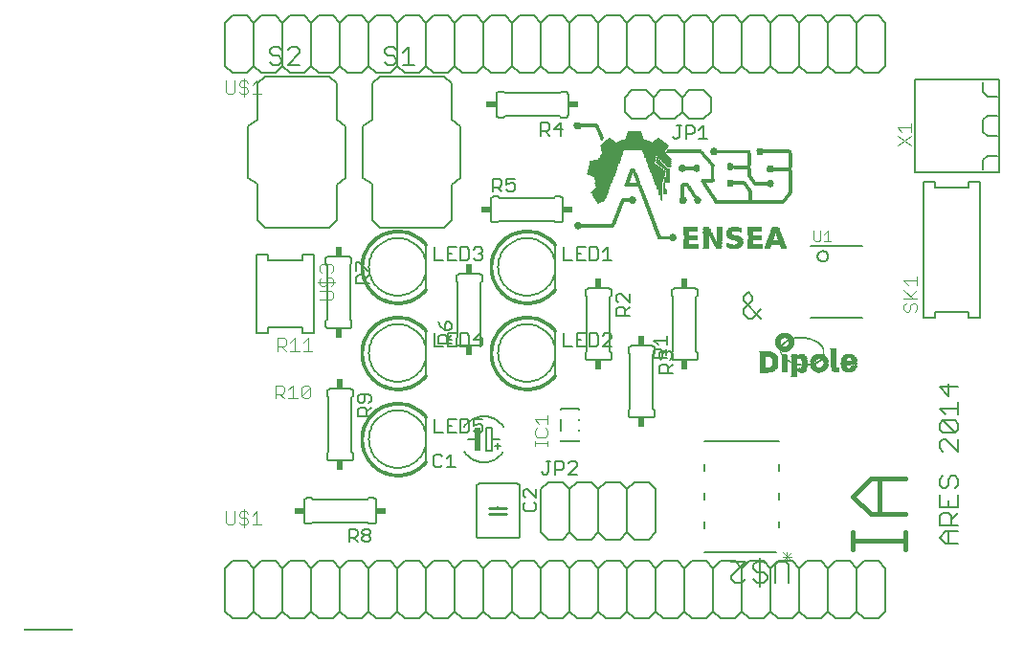
<source format=gto>
G75*
%MOIN*%
%OFA0B0*%
%FSLAX24Y24*%
%IPPOS*%
%LPD*%
%AMOC8*
5,1,8,0,0,1.08239X$1,22.5*
%
%ADD10C,0.0060*%
%ADD11C,0.0160*%
%ADD12R,0.0180X0.0010*%
%ADD13R,0.0500X0.0010*%
%ADD14R,0.0170X0.0010*%
%ADD15R,0.0200X0.0010*%
%ADD16R,0.0290X0.0010*%
%ADD17R,0.0510X0.0010*%
%ADD18R,0.0520X0.0010*%
%ADD19R,0.0220X0.0010*%
%ADD20R,0.0350X0.0010*%
%ADD21R,0.0190X0.0010*%
%ADD22R,0.0410X0.0010*%
%ADD23R,0.0230X0.0010*%
%ADD24R,0.0470X0.0010*%
%ADD25R,0.0490X0.0010*%
%ADD26R,0.0240X0.0010*%
%ADD27R,0.0250X0.0010*%
%ADD28R,0.0530X0.0010*%
%ADD29R,0.0260X0.0010*%
%ADD30R,0.0540X0.0010*%
%ADD31R,0.0270X0.0010*%
%ADD32R,0.0280X0.0010*%
%ADD33R,0.0160X0.0010*%
%ADD34R,0.0120X0.0010*%
%ADD35R,0.0660X0.0010*%
%ADD36R,0.0090X0.0010*%
%ADD37R,0.0640X0.0010*%
%ADD38R,0.0070X0.0010*%
%ADD39R,0.0300X0.0010*%
%ADD40R,0.0040X0.0010*%
%ADD41R,0.0630X0.0010*%
%ADD42R,0.0310X0.0010*%
%ADD43R,0.0020X0.0010*%
%ADD44R,0.0620X0.0010*%
%ADD45R,0.0320X0.0010*%
%ADD46R,0.0610X0.0010*%
%ADD47R,0.0600X0.0010*%
%ADD48R,0.0330X0.0010*%
%ADD49R,0.0590X0.0010*%
%ADD50R,0.0340X0.0010*%
%ADD51R,0.0580X0.0010*%
%ADD52R,0.0150X0.0010*%
%ADD53R,0.0100X0.0010*%
%ADD54R,0.0210X0.0010*%
%ADD55R,0.0560X0.0010*%
%ADD56R,0.0130X0.0010*%
%ADD57R,0.0480X0.0010*%
%ADD58R,0.0390X0.0010*%
%ADD59R,0.0430X0.0010*%
%ADD60R,0.0440X0.0010*%
%ADD61R,0.0650X0.0010*%
%ADD62R,0.0450X0.0010*%
%ADD63R,0.0460X0.0010*%
%ADD64R,0.0670X0.0010*%
%ADD65R,0.0360X0.0010*%
%ADD66R,0.0110X0.0010*%
%ADD67R,0.0140X0.0010*%
%ADD68R,0.0060X0.0010*%
%ADD69R,0.0030X0.0010*%
%ADD70R,0.0050X0.0010*%
%ADD71R,0.0080X0.0010*%
%ADD72R,0.0420X0.0010*%
%ADD73R,0.0370X0.0010*%
%ADD74R,0.1360X0.0010*%
%ADD75R,0.1380X0.0010*%
%ADD76R,0.1390X0.0010*%
%ADD77R,0.1400X0.0010*%
%ADD78R,0.1420X0.0010*%
%ADD79R,0.1430X0.0010*%
%ADD80R,0.2340X0.0010*%
%ADD81R,0.2380X0.0010*%
%ADD82R,0.2400X0.0010*%
%ADD83R,0.2420X0.0010*%
%ADD84R,0.2430X0.0010*%
%ADD85R,0.2440X0.0010*%
%ADD86R,0.2460X0.0010*%
%ADD87R,0.2480X0.0010*%
%ADD88R,0.2490X0.0010*%
%ADD89R,0.2510X0.0010*%
%ADD90R,0.0010X0.0010*%
%ADD91R,0.0380X0.0010*%
%ADD92R,0.0400X0.0010*%
%ADD93R,0.0570X0.0010*%
%ADD94R,0.0550X0.0010*%
%ADD95R,0.0700X0.0010*%
%ADD96R,0.0680X0.0010*%
%ADD97R,0.0690X0.0010*%
%ADD98R,0.0710X0.0010*%
%ADD99R,0.0720X0.0010*%
%ADD100R,0.0730X0.0010*%
%ADD101R,0.0740X0.0010*%
%ADD102R,0.0760X0.0010*%
%ADD103R,0.0780X0.0010*%
%ADD104R,0.0820X0.0010*%
%ADD105R,0.0840X0.0010*%
%ADD106R,0.0870X0.0010*%
%ADD107R,0.0910X0.0010*%
%ADD108R,0.0940X0.0010*%
%ADD109R,0.0950X0.0010*%
%ADD110R,0.0960X0.0010*%
%ADD111R,0.0970X0.0010*%
%ADD112R,0.0980X0.0010*%
%ADD113R,0.0990X0.0010*%
%ADD114R,0.0860X0.0010*%
%ADD115R,0.1000X0.0010*%
%ADD116R,0.1010X0.0010*%
%ADD117R,0.0750X0.0010*%
%ADD118R,0.0830X0.0010*%
%ADD119R,0.1020X0.0010*%
%ADD120R,0.1030X0.0010*%
%ADD121R,0.1040X0.0010*%
%ADD122R,0.0930X0.0010*%
%ADD123R,0.0810X0.0010*%
%ADD124R,0.0770X0.0010*%
%ADD125R,0.0800X0.0010*%
%ADD126R,0.0790X0.0010*%
%ADD127R,0.1330X0.0010*%
%ADD128R,0.1410X0.0010*%
%ADD129R,0.1220X0.0010*%
%ADD130R,0.1320X0.0010*%
%ADD131R,0.1230X0.0010*%
%ADD132R,0.1310X0.0010*%
%ADD133R,0.1300X0.0010*%
%ADD134R,0.1280X0.0010*%
%ADD135R,0.1270X0.0010*%
%ADD136R,0.1250X0.0010*%
%ADD137R,0.1210X0.0010*%
%ADD138R,0.1200X0.0010*%
%ADD139R,0.1180X0.0010*%
%ADD140R,0.1160X0.0010*%
%ADD141R,0.2250X0.0010*%
%ADD142R,0.2270X0.0010*%
%ADD143R,0.2280X0.0010*%
%ADD144R,0.2300X0.0010*%
%ADD145R,0.2310X0.0010*%
%ADD146R,0.2320X0.0010*%
%ADD147R,0.2330X0.0010*%
%ADD148R,0.2350X0.0010*%
%ADD149R,0.2360X0.0010*%
%ADD150R,0.2370X0.0010*%
%ADD151R,0.2230X0.0010*%
%ADD152R,0.2210X0.0010*%
%ADD153R,0.2190X0.0010*%
%ADD154R,0.2170X0.0010*%
%ADD155R,0.1260X0.0010*%
%ADD156R,0.1170X0.0010*%
%ADD157R,0.1120X0.0010*%
%ADD158R,0.1070X0.0010*%
%ADD159R,0.0900X0.0010*%
%ADD160R,0.0850X0.0010*%
%ADD161C,0.0000*%
%ADD162C,0.0080*%
%ADD163R,0.0012X0.0004*%
%ADD164R,0.0008X0.0004*%
%ADD165R,0.0012X0.0004*%
%ADD166R,0.0004X0.0004*%
%ADD167R,0.0024X0.0004*%
%ADD168R,0.0188X0.0004*%
%ADD169R,0.0188X0.0004*%
%ADD170R,0.0180X0.0004*%
%ADD171R,0.0184X0.0004*%
%ADD172R,0.0192X0.0004*%
%ADD173R,0.0184X0.0004*%
%ADD174R,0.0096X0.0004*%
%ADD175R,0.0032X0.0004*%
%ADD176R,0.0016X0.0004*%
%ADD177R,0.0004X0.0004*%
%ADD178R,0.0116X0.0004*%
%ADD179R,0.0316X0.0004*%
%ADD180R,0.0032X0.0004*%
%ADD181R,0.0044X0.0004*%
%ADD182R,0.0140X0.0004*%
%ADD183R,0.0080X0.0004*%
%ADD184R,0.0372X0.0004*%
%ADD185R,0.0168X0.0004*%
%ADD186R,0.0144X0.0004*%
%ADD187R,0.0008X0.0004*%
%ADD188R,0.0004X0.0004*%
%ADD189R,0.0088X0.0004*%
%ADD190R,0.0380X0.0004*%
%ADD191R,0.0172X0.0004*%
%ADD192R,0.0036X0.0004*%
%ADD193R,0.0076X0.0004*%
%ADD194R,0.0160X0.0004*%
%ADD195R,0.0396X0.0004*%
%ADD196R,0.0164X0.0004*%
%ADD197R,0.0412X0.0004*%
%ADD198R,0.0200X0.0004*%
%ADD199R,0.0220X0.0004*%
%ADD200R,0.0208X0.0004*%
%ADD201R,0.0428X0.0004*%
%ADD202R,0.0244X0.0004*%
%ADD203R,0.0232X0.0004*%
%ADD204R,0.0440X0.0004*%
%ADD205R,0.0228X0.0004*%
%ADD206R,0.0264X0.0004*%
%ADD207R,0.0256X0.0004*%
%ADD208R,0.0448X0.0004*%
%ADD209R,0.0272X0.0004*%
%ADD210R,0.0204X0.0004*%
%ADD211R,0.0276X0.0004*%
%ADD212R,0.0460X0.0004*%
%ADD213R,0.0296X0.0004*%
%ADD214R,0.0288X0.0004*%
%ADD215R,0.0468X0.0004*%
%ADD216R,0.0264X0.0004*%
%ADD217R,0.0312X0.0004*%
%ADD218R,0.0216X0.0004*%
%ADD219R,0.0472X0.0004*%
%ADD220R,0.0268X0.0004*%
%ADD221R,0.0324X0.0004*%
%ADD222R,0.0224X0.0004*%
%ADD223R,0.0480X0.0004*%
%ADD224R,0.0276X0.0004*%
%ADD225R,0.0336X0.0004*%
%ADD226R,0.0224X0.0004*%
%ADD227R,0.0324X0.0004*%
%ADD228R,0.0488X0.0004*%
%ADD229R,0.0348X0.0004*%
%ADD230R,0.0228X0.0004*%
%ADD231R,0.0344X0.0004*%
%ADD232R,0.0496X0.0004*%
%ADD233R,0.0364X0.0004*%
%ADD234R,0.0352X0.0004*%
%ADD235R,0.0504X0.0004*%
%ADD236R,0.0304X0.0004*%
%ADD237R,0.0372X0.0004*%
%ADD238R,0.0240X0.0004*%
%ADD239R,0.0360X0.0004*%
%ADD240R,0.0308X0.0004*%
%ADD241R,0.0388X0.0004*%
%ADD242R,0.0368X0.0004*%
%ADD243R,0.0512X0.0004*%
%ADD244R,0.0504X0.0004*%
%ADD245R,0.0392X0.0004*%
%ADD246R,0.0248X0.0004*%
%ADD247R,0.0376X0.0004*%
%ADD248R,0.0520X0.0004*%
%ADD249R,0.0256X0.0004*%
%ADD250R,0.0384X0.0004*%
%ADD251R,0.0528X0.0004*%
%ADD252R,0.0508X0.0004*%
%ADD253R,0.0416X0.0004*%
%ADD254R,0.0252X0.0004*%
%ADD255R,0.0400X0.0004*%
%ADD256R,0.0512X0.0004*%
%ADD257R,0.0420X0.0004*%
%ADD258R,0.0408X0.0004*%
%ADD259R,0.0536X0.0004*%
%ADD260R,0.0536X0.0004*%
%ADD261R,0.0416X0.0004*%
%ADD262R,0.0544X0.0004*%
%ADD263R,0.0264X0.0004*%
%ADD264R,0.0424X0.0004*%
%ADD265R,0.0548X0.0004*%
%ADD266R,0.0516X0.0004*%
%ADD267R,0.0456X0.0004*%
%ADD268R,0.0552X0.0004*%
%ADD269R,0.0272X0.0004*%
%ADD270R,0.0440X0.0004*%
%ADD271R,0.0556X0.0004*%
%ADD272R,0.0444X0.0004*%
%ADD273R,0.0560X0.0004*%
%ADD274R,0.0192X0.0004*%
%ADD275R,0.0528X0.0004*%
%ADD276R,0.0272X0.0004*%
%ADD277R,0.0448X0.0004*%
%ADD278R,0.0560X0.0004*%
%ADD279R,0.0524X0.0004*%
%ADD280R,0.0564X0.0004*%
%ADD281R,0.0492X0.0004*%
%ADD282R,0.0572X0.0004*%
%ADD283R,0.0532X0.0004*%
%ADD284R,0.0280X0.0004*%
%ADD285R,0.0464X0.0004*%
%ADD286R,0.0580X0.0004*%
%ADD287R,0.0532X0.0004*%
%ADD288R,0.0508X0.0004*%
%ADD289R,0.0284X0.0004*%
%ADD290R,0.0476X0.0004*%
%ADD291R,0.0580X0.0004*%
%ADD292R,0.0260X0.0004*%
%ADD293R,0.0480X0.0004*%
%ADD294R,0.0248X0.0004*%
%ADD295R,0.0284X0.0004*%
%ADD296R,0.0588X0.0004*%
%ADD297R,0.0232X0.0004*%
%ADD298R,0.0212X0.0004*%
%ADD299R,0.0196X0.0004*%
%ADD300R,0.0296X0.0004*%
%ADD301R,0.0220X0.0004*%
%ADD302R,0.0212X0.0004*%
%ADD303R,0.0540X0.0004*%
%ADD304R,0.0288X0.0004*%
%ADD305R,0.0208X0.0004*%
%ADD306R,0.0200X0.0004*%
%ADD307R,0.0196X0.0004*%
%ADD308R,0.0540X0.0004*%
%ADD309R,0.0212X0.0004*%
%ADD310R,0.0192X0.0004*%
%ADD311R,0.0204X0.0004*%
%ADD312R,0.0292X0.0004*%
%ADD313R,0.0244X0.0004*%
%ADD314R,0.0252X0.0004*%
%ADD315R,0.0184X0.0004*%
%ADD316R,0.0244X0.0004*%
%ADD317R,0.0192X0.0004*%
%ADD318R,0.0236X0.0004*%
%ADD319R,0.0048X0.0004*%
%ADD320R,0.0176X0.0004*%
%ADD321R,0.0204X0.0004*%
%ADD322R,0.0180X0.0004*%
%ADD323R,0.0172X0.0004*%
%ADD324R,0.0172X0.0004*%
%ADD325R,0.0224X0.0004*%
%ADD326R,0.0172X0.0004*%
%ADD327R,0.0184X0.0004*%
%ADD328R,0.0260X0.0004*%
%ADD329R,0.0168X0.0004*%
%ADD330R,0.0616X0.0004*%
%ADD331R,0.0468X0.0004*%
%ADD332R,0.0164X0.0004*%
%ADD333R,0.0012X0.0004*%
%ADD334R,0.0004X0.0004*%
%ADD335R,0.0332X0.0004*%
%ADD336R,0.0568X0.0004*%
%ADD337R,0.0164X0.0004*%
%ADD338R,0.0240X0.0004*%
%ADD339R,0.0564X0.0004*%
%ADD340R,0.0020X0.0004*%
%ADD341R,0.0216X0.0004*%
%ADD342R,0.0568X0.0004*%
%ADD343R,0.0068X0.0004*%
%ADD344R,0.0164X0.0004*%
%ADD345R,0.0060X0.0004*%
%ADD346R,0.0056X0.0004*%
%ADD347R,0.0060X0.0004*%
%ADD348R,0.0160X0.0004*%
%ADD349R,0.0052X0.0004*%
%ADD350R,0.0236X0.0004*%
%ADD351R,0.0048X0.0004*%
%ADD352R,0.0040X0.0004*%
%ADD353R,0.0556X0.0004*%
%ADD354R,0.0064X0.0004*%
%ADD355R,0.0040X0.0004*%
%ADD356R,0.0064X0.0004*%
%ADD357R,0.0052X0.0004*%
%ADD358R,0.0056X0.0004*%
%ADD359R,0.0044X0.0004*%
%ADD360R,0.0036X0.0004*%
%ADD361R,0.0212X0.0004*%
%ADD362R,0.0204X0.0004*%
%ADD363R,0.0176X0.0004*%
%ADD364R,0.0232X0.0004*%
%ADD365R,0.0532X0.0004*%
%ADD366R,0.0532X0.0004*%
%ADD367R,0.0524X0.0004*%
%ADD368R,0.0512X0.0004*%
%ADD369R,0.0524X0.0004*%
%ADD370R,0.0500X0.0004*%
%ADD371R,0.0484X0.0004*%
%ADD372R,0.0452X0.0004*%
%ADD373R,0.0516X0.0004*%
%ADD374R,0.0512X0.0004*%
%ADD375R,0.0336X0.0004*%
%ADD376R,0.0124X0.0004*%
%ADD377R,0.0504X0.0004*%
%ADD378R,0.0504X0.0004*%
%ADD379R,0.0412X0.0004*%
%ADD380R,0.0432X0.0004*%
%ADD381R,0.0304X0.0004*%
%ADD382R,0.0596X0.0004*%
%ADD383R,0.0596X0.0004*%
%ADD384R,0.0376X0.0004*%
%ADD385R,0.0356X0.0004*%
%ADD386R,0.0584X0.0004*%
%ADD387R,0.0584X0.0004*%
%ADD388R,0.0340X0.0004*%
%ADD389R,0.0576X0.0004*%
%ADD390R,0.0324X0.0004*%
%ADD391R,0.0292X0.0004*%
%ADD392R,0.0132X0.0004*%
%ADD393R,0.0152X0.0004*%
%ADD394R,0.0032X0.0004*%
%ADD395R,0.0128X0.0004*%
%ADD396R,0.0028X0.0004*%
%ADD397R,0.0544X0.0004*%
%ADD398R,0.0140X0.0004*%
%ADD399R,0.0012X0.0004*%
%ADD400R,0.0028X0.0004*%
%ADD401R,0.0116X0.0004*%
%ADD402R,0.0104X0.0004*%
%ADD403R,0.0492X0.0004*%
%ADD404R,0.0492X0.0004*%
%ADD405R,0.0032X0.0004*%
%ADD406R,0.0436X0.0004*%
%ADD407R,0.0024X0.0004*%
%ADD408R,0.0092X0.0004*%
%ADD409R,0.0020X0.0004*%
%ADD410R,0.0120X0.0004*%
%ADD411R,0.0268X0.0004*%
%ADD412R,0.0332X0.0004*%
%ADD413R,0.0384X0.0004*%
%ADD414R,0.0432X0.0004*%
%ADD415R,0.0452X0.0004*%
%ADD416R,0.0476X0.0004*%
%ADD417R,0.0484X0.0004*%
%ADD418R,0.0064X0.0004*%
%ADD419R,0.0520X0.0004*%
%ADD420R,0.0548X0.0004*%
%ADD421R,0.0552X0.0004*%
%ADD422R,0.0044X0.0004*%
%ADD423R,0.0044X0.0004*%
%ADD424R,0.0052X0.0004*%
%ADD425R,0.0072X0.0004*%
%ADD426R,0.0072X0.0004*%
%ADD427R,0.0084X0.0004*%
%ADD428R,0.0072X0.0004*%
%ADD429R,0.0084X0.0004*%
%ADD430R,0.0080X0.0004*%
%ADD431R,0.0100X0.0004*%
%ADD432R,0.0096X0.0004*%
%ADD433R,0.0108X0.0004*%
%ADD434R,0.0284X0.0004*%
%ADD435R,0.0124X0.0004*%
%ADD436R,0.0328X0.0004*%
%ADD437R,0.0136X0.0004*%
%ADD438R,0.0384X0.0004*%
%ADD439R,0.0152X0.0004*%
%ADD440R,0.0444X0.0004*%
%ADD441R,0.0388X0.0004*%
%ADD442R,0.0340X0.0004*%
%ADD443R,0.0252X0.0004*%
%ADD444R,0.0152X0.0004*%
%ADD445C,0.0040*%
%ADD446C,0.0030*%
%ADD447C,0.0050*%
%ADD448R,0.0240X0.0340*%
%ADD449R,0.0200X0.0800*%
%ADD450C,0.0100*%
%ADD451C,0.0010*%
%ADD452C,0.0070*%
%ADD453R,0.0340X0.0240*%
D10*
X009503Y003357D02*
X009503Y004857D01*
X009753Y005107D01*
X010253Y005107D01*
X010503Y004857D01*
X010503Y003357D01*
X010753Y003107D01*
X011253Y003107D01*
X011503Y003357D01*
X011503Y004857D01*
X011753Y005107D01*
X012253Y005107D01*
X012503Y004857D01*
X012503Y003357D01*
X012753Y003107D01*
X013253Y003107D01*
X013503Y003357D01*
X013503Y004857D01*
X013753Y005107D01*
X014253Y005107D01*
X014503Y004857D01*
X014503Y003357D01*
X014753Y003107D01*
X015253Y003107D01*
X015503Y003357D01*
X015503Y004857D01*
X015753Y005107D01*
X016253Y005107D01*
X016503Y004857D01*
X016503Y003357D01*
X016253Y003107D01*
X015753Y003107D01*
X015503Y003357D01*
X014503Y003357D02*
X014253Y003107D01*
X013753Y003107D01*
X013503Y003357D01*
X012503Y003357D02*
X012253Y003107D01*
X011753Y003107D01*
X011503Y003357D01*
X010503Y003357D02*
X010253Y003107D01*
X009753Y003107D01*
X009503Y003357D01*
X010503Y004857D02*
X010753Y005107D01*
X011253Y005107D01*
X011503Y004857D01*
X012503Y004857D02*
X012753Y005107D01*
X013253Y005107D01*
X013503Y004857D01*
X014503Y004857D02*
X014753Y005107D01*
X015253Y005107D01*
X015503Y004857D01*
X016503Y004857D02*
X016753Y005107D01*
X017253Y005107D01*
X017503Y004857D01*
X017503Y003357D01*
X017253Y003107D01*
X016753Y003107D01*
X016503Y003357D01*
X017503Y003357D02*
X017753Y003107D01*
X018253Y003107D01*
X018503Y003357D01*
X018503Y004857D01*
X018753Y005107D01*
X019253Y005107D01*
X019503Y004857D01*
X019503Y003357D01*
X019253Y003107D01*
X018753Y003107D01*
X018503Y003357D01*
X019503Y003357D02*
X019753Y003107D01*
X020253Y003107D01*
X020503Y003357D01*
X020503Y004857D01*
X020753Y005107D01*
X021253Y005107D01*
X021503Y004857D01*
X021503Y003357D01*
X021253Y003107D01*
X020753Y003107D01*
X020503Y003357D01*
X021503Y003357D02*
X021753Y003107D01*
X022253Y003107D01*
X022503Y003357D01*
X022503Y004857D01*
X022753Y005107D01*
X023253Y005107D01*
X023503Y004857D01*
X023503Y003357D01*
X023253Y003107D01*
X022753Y003107D01*
X022503Y003357D01*
X023503Y003357D02*
X023753Y003107D01*
X024253Y003107D01*
X024503Y003357D01*
X024503Y004857D01*
X024753Y005107D01*
X025253Y005107D01*
X025503Y004857D01*
X025753Y005107D01*
X026253Y005107D01*
X026503Y004857D01*
X026753Y005107D01*
X027253Y005107D01*
X027503Y004857D01*
X027753Y005107D01*
X028253Y005107D01*
X028503Y004857D01*
X028753Y005107D01*
X029253Y005107D01*
X029503Y004857D01*
X029753Y005107D01*
X030253Y005107D01*
X030503Y004857D01*
X030753Y005107D01*
X031253Y005107D01*
X031503Y004857D01*
X031753Y005107D01*
X032253Y005107D01*
X032503Y004857D01*
X032503Y003357D01*
X032253Y003107D01*
X031753Y003107D01*
X031503Y003357D01*
X031503Y004857D01*
X030503Y004857D02*
X030503Y003357D01*
X030753Y003107D01*
X031253Y003107D01*
X031503Y003357D01*
X030503Y003357D02*
X030253Y003107D01*
X029753Y003107D01*
X029503Y003357D01*
X029503Y004857D01*
X028693Y005427D02*
X026203Y005427D01*
X026503Y004857D02*
X026503Y003357D01*
X026753Y003107D01*
X027253Y003107D01*
X027503Y003357D01*
X027753Y003107D01*
X028253Y003107D01*
X028503Y003357D01*
X028753Y003107D01*
X029253Y003107D01*
X029503Y003357D01*
X028503Y003357D02*
X028503Y004857D01*
X027503Y004857D02*
X027503Y003357D01*
X026503Y003357D02*
X026253Y003107D01*
X025753Y003107D01*
X025503Y003357D01*
X025503Y004857D01*
X024503Y004857D02*
X024253Y005107D01*
X023753Y005107D01*
X023503Y004857D01*
X022503Y004857D02*
X022253Y005107D01*
X021753Y005107D01*
X021503Y004857D01*
X020503Y004857D02*
X020253Y005107D01*
X019753Y005107D01*
X019503Y004857D01*
X018503Y004857D02*
X018253Y005107D01*
X017753Y005107D01*
X017503Y004857D01*
X018353Y005907D02*
X019653Y005907D01*
X019670Y005909D01*
X019687Y005913D01*
X019703Y005920D01*
X019717Y005930D01*
X019730Y005943D01*
X019740Y005957D01*
X019747Y005973D01*
X019751Y005990D01*
X019753Y006007D01*
X019753Y007707D01*
X019751Y007724D01*
X019747Y007741D01*
X019740Y007757D01*
X019730Y007771D01*
X019717Y007784D01*
X019703Y007794D01*
X019687Y007801D01*
X019670Y007805D01*
X019653Y007807D01*
X018353Y007807D01*
X018336Y007805D01*
X018319Y007801D01*
X018303Y007794D01*
X018289Y007784D01*
X018276Y007771D01*
X018266Y007757D01*
X018259Y007741D01*
X018255Y007724D01*
X018253Y007707D01*
X018253Y006007D01*
X018255Y005990D01*
X018259Y005973D01*
X018266Y005957D01*
X018276Y005943D01*
X018289Y005930D01*
X018303Y005920D01*
X018319Y005913D01*
X018336Y005909D01*
X018353Y005907D01*
X019003Y006707D02*
X019003Y006757D01*
X019003Y006957D02*
X019003Y007007D01*
X020503Y007607D02*
X020503Y006107D01*
X020753Y005857D01*
X021253Y005857D01*
X021503Y006107D01*
X021503Y007607D01*
X021753Y007857D01*
X022253Y007857D01*
X022503Y007607D01*
X022503Y006107D01*
X022753Y005857D01*
X023253Y005857D01*
X023503Y006107D01*
X023753Y005857D01*
X024253Y005857D01*
X024503Y006107D01*
X024503Y007607D01*
X024253Y007857D01*
X023753Y007857D01*
X023503Y007607D01*
X023503Y006107D01*
X022503Y006107D02*
X022253Y005857D01*
X021753Y005857D01*
X021503Y006107D01*
X021503Y007607D02*
X021253Y007857D01*
X020753Y007857D01*
X020503Y007607D01*
X022503Y007607D02*
X022753Y007857D01*
X023253Y007857D01*
X023503Y007607D01*
X021822Y009297D02*
X021184Y009297D01*
X021184Y009334D01*
X021184Y009651D02*
X021184Y010063D01*
X021184Y010380D02*
X021184Y010417D01*
X021822Y010417D01*
X021822Y010380D01*
X021822Y010063D02*
X021822Y010026D01*
X021822Y009689D02*
X021822Y009651D01*
X021822Y009334D02*
X021822Y009297D01*
X023553Y010207D02*
X023553Y010357D01*
X023603Y010407D01*
X023603Y012307D01*
X023553Y012357D01*
X023553Y012507D01*
X023555Y012524D01*
X023559Y012541D01*
X023566Y012557D01*
X023576Y012571D01*
X023589Y012584D01*
X023603Y012594D01*
X023619Y012601D01*
X023636Y012605D01*
X023653Y012607D01*
X024353Y012607D01*
X024370Y012605D01*
X024387Y012601D01*
X024403Y012594D01*
X024417Y012584D01*
X024430Y012571D01*
X024440Y012557D01*
X024447Y012541D01*
X024451Y012524D01*
X024453Y012507D01*
X024453Y012357D01*
X024403Y012307D01*
X024403Y010407D01*
X024453Y010357D01*
X024453Y010207D01*
X024451Y010190D01*
X024447Y010173D01*
X024440Y010157D01*
X024430Y010143D01*
X024417Y010130D01*
X024403Y010120D01*
X024387Y010113D01*
X024370Y010109D01*
X024353Y010107D01*
X023653Y010107D01*
X023636Y010109D01*
X023619Y010113D01*
X023603Y010120D01*
X023589Y010130D01*
X023576Y010143D01*
X023566Y010157D01*
X023559Y010173D01*
X023555Y010190D01*
X023553Y010207D01*
X022853Y012107D02*
X022153Y012107D01*
X022136Y012109D01*
X022119Y012113D01*
X022103Y012120D01*
X022089Y012130D01*
X022076Y012143D01*
X022066Y012157D01*
X022059Y012173D01*
X022055Y012190D01*
X022053Y012207D01*
X022053Y012357D01*
X022103Y012407D01*
X022103Y014307D01*
X022053Y014357D01*
X022053Y014507D01*
X022055Y014524D01*
X022059Y014541D01*
X022066Y014557D01*
X022076Y014571D01*
X022089Y014584D01*
X022103Y014594D01*
X022119Y014601D01*
X022136Y014605D01*
X022153Y014607D01*
X022853Y014607D01*
X022870Y014605D01*
X022887Y014601D01*
X022903Y014594D01*
X022917Y014584D01*
X022930Y014571D01*
X022940Y014557D01*
X022947Y014541D01*
X022951Y014524D01*
X022953Y014507D01*
X022953Y014357D01*
X022903Y014307D01*
X022903Y012407D01*
X022953Y012357D01*
X022953Y012207D01*
X022951Y012190D01*
X022947Y012173D01*
X022940Y012157D01*
X022930Y012143D01*
X022917Y012130D01*
X022903Y012120D01*
X022887Y012113D01*
X022870Y012109D01*
X022853Y012107D01*
X025053Y012207D02*
X025053Y012357D01*
X025103Y012407D01*
X025103Y014307D01*
X025053Y014357D01*
X025053Y014507D01*
X025055Y014524D01*
X025059Y014541D01*
X025066Y014557D01*
X025076Y014571D01*
X025089Y014584D01*
X025103Y014594D01*
X025119Y014601D01*
X025136Y014605D01*
X025153Y014607D01*
X025853Y014607D01*
X025870Y014605D01*
X025887Y014601D01*
X025903Y014594D01*
X025917Y014584D01*
X025930Y014571D01*
X025940Y014557D01*
X025947Y014541D01*
X025951Y014524D01*
X025953Y014507D01*
X025953Y014357D01*
X025903Y014307D01*
X025903Y012407D01*
X025953Y012357D01*
X025953Y012207D01*
X025951Y012190D01*
X025947Y012173D01*
X025940Y012157D01*
X025930Y012143D01*
X025917Y012130D01*
X025903Y012120D01*
X025887Y012113D01*
X025870Y012109D01*
X025853Y012107D01*
X025153Y012107D01*
X025136Y012109D01*
X025119Y012113D01*
X025103Y012120D01*
X025089Y012130D01*
X025076Y012143D01*
X025066Y012157D01*
X025059Y012173D01*
X025055Y012190D01*
X025053Y012207D01*
X026203Y009287D02*
X028803Y009287D01*
X028803Y008477D02*
X028803Y008237D01*
X028803Y007477D02*
X028803Y007237D01*
X028803Y006477D02*
X028803Y006287D01*
X026203Y006237D02*
X026203Y006477D01*
X026203Y007237D02*
X026203Y007477D01*
X026203Y008237D02*
X026203Y008477D01*
X019003Y012357D02*
X019005Y012420D01*
X019011Y012482D01*
X019021Y012544D01*
X019034Y012606D01*
X019052Y012666D01*
X019073Y012725D01*
X019098Y012783D01*
X019127Y012839D01*
X019159Y012893D01*
X019194Y012945D01*
X019232Y012994D01*
X019274Y013042D01*
X019318Y013086D01*
X019366Y013128D01*
X019415Y013166D01*
X019467Y013201D01*
X019521Y013233D01*
X019577Y013262D01*
X019635Y013287D01*
X019694Y013308D01*
X019754Y013326D01*
X019816Y013339D01*
X019878Y013349D01*
X019940Y013355D01*
X020003Y013357D01*
X020066Y013355D01*
X020128Y013349D01*
X020190Y013339D01*
X020252Y013326D01*
X020312Y013308D01*
X020371Y013287D01*
X020429Y013262D01*
X020485Y013233D01*
X020539Y013201D01*
X020591Y013166D01*
X020640Y013128D01*
X020688Y013086D01*
X020732Y013042D01*
X020774Y012994D01*
X020812Y012945D01*
X020847Y012893D01*
X020879Y012839D01*
X020908Y012783D01*
X020933Y012725D01*
X020954Y012666D01*
X020972Y012606D01*
X020985Y012544D01*
X020995Y012482D01*
X021001Y012420D01*
X021003Y012357D01*
X021001Y012294D01*
X020995Y012232D01*
X020985Y012170D01*
X020972Y012108D01*
X020954Y012048D01*
X020933Y011989D01*
X020908Y011931D01*
X020879Y011875D01*
X020847Y011821D01*
X020812Y011769D01*
X020774Y011720D01*
X020732Y011672D01*
X020688Y011628D01*
X020640Y011586D01*
X020591Y011548D01*
X020539Y011513D01*
X020485Y011481D01*
X020429Y011452D01*
X020371Y011427D01*
X020312Y011406D01*
X020252Y011388D01*
X020190Y011375D01*
X020128Y011365D01*
X020066Y011359D01*
X020003Y011357D01*
X019940Y011359D01*
X019878Y011365D01*
X019816Y011375D01*
X019754Y011388D01*
X019694Y011406D01*
X019635Y011427D01*
X019577Y011452D01*
X019521Y011481D01*
X019467Y011513D01*
X019415Y011548D01*
X019366Y011586D01*
X019318Y011628D01*
X019274Y011672D01*
X019232Y011720D01*
X019194Y011769D01*
X019159Y011821D01*
X019127Y011875D01*
X019098Y011931D01*
X019073Y011989D01*
X019052Y012048D01*
X019034Y012108D01*
X019021Y012170D01*
X019011Y012232D01*
X019005Y012294D01*
X019003Y012357D01*
X018453Y012707D02*
X018453Y012857D01*
X018403Y012907D01*
X018403Y014807D01*
X018453Y014857D01*
X018453Y015007D01*
X018451Y015024D01*
X018447Y015041D01*
X018440Y015057D01*
X018430Y015071D01*
X018417Y015084D01*
X018403Y015094D01*
X018387Y015101D01*
X018370Y015105D01*
X018353Y015107D01*
X017653Y015107D01*
X017636Y015105D01*
X017619Y015101D01*
X017603Y015094D01*
X017589Y015084D01*
X017576Y015071D01*
X017566Y015057D01*
X017559Y015041D01*
X017555Y015024D01*
X017553Y015007D01*
X017553Y014857D01*
X017603Y014807D01*
X017603Y012907D01*
X017553Y012857D01*
X017553Y012707D01*
X017555Y012690D01*
X017559Y012673D01*
X017566Y012657D01*
X017576Y012643D01*
X017589Y012630D01*
X017603Y012620D01*
X017619Y012613D01*
X017636Y012609D01*
X017653Y012607D01*
X018353Y012607D01*
X018370Y012609D01*
X018387Y012613D01*
X018403Y012620D01*
X018417Y012630D01*
X018430Y012643D01*
X018440Y012657D01*
X018447Y012673D01*
X018451Y012690D01*
X018453Y012707D01*
X014503Y012357D02*
X014505Y012420D01*
X014511Y012482D01*
X014521Y012544D01*
X014534Y012606D01*
X014552Y012666D01*
X014573Y012725D01*
X014598Y012783D01*
X014627Y012839D01*
X014659Y012893D01*
X014694Y012945D01*
X014732Y012994D01*
X014774Y013042D01*
X014818Y013086D01*
X014866Y013128D01*
X014915Y013166D01*
X014967Y013201D01*
X015021Y013233D01*
X015077Y013262D01*
X015135Y013287D01*
X015194Y013308D01*
X015254Y013326D01*
X015316Y013339D01*
X015378Y013349D01*
X015440Y013355D01*
X015503Y013357D01*
X015566Y013355D01*
X015628Y013349D01*
X015690Y013339D01*
X015752Y013326D01*
X015812Y013308D01*
X015871Y013287D01*
X015929Y013262D01*
X015985Y013233D01*
X016039Y013201D01*
X016091Y013166D01*
X016140Y013128D01*
X016188Y013086D01*
X016232Y013042D01*
X016274Y012994D01*
X016312Y012945D01*
X016347Y012893D01*
X016379Y012839D01*
X016408Y012783D01*
X016433Y012725D01*
X016454Y012666D01*
X016472Y012606D01*
X016485Y012544D01*
X016495Y012482D01*
X016501Y012420D01*
X016503Y012357D01*
X016501Y012294D01*
X016495Y012232D01*
X016485Y012170D01*
X016472Y012108D01*
X016454Y012048D01*
X016433Y011989D01*
X016408Y011931D01*
X016379Y011875D01*
X016347Y011821D01*
X016312Y011769D01*
X016274Y011720D01*
X016232Y011672D01*
X016188Y011628D01*
X016140Y011586D01*
X016091Y011548D01*
X016039Y011513D01*
X015985Y011481D01*
X015929Y011452D01*
X015871Y011427D01*
X015812Y011406D01*
X015752Y011388D01*
X015690Y011375D01*
X015628Y011365D01*
X015566Y011359D01*
X015503Y011357D01*
X015440Y011359D01*
X015378Y011365D01*
X015316Y011375D01*
X015254Y011388D01*
X015194Y011406D01*
X015135Y011427D01*
X015077Y011452D01*
X015021Y011481D01*
X014967Y011513D01*
X014915Y011548D01*
X014866Y011586D01*
X014818Y011628D01*
X014774Y011672D01*
X014732Y011720D01*
X014694Y011769D01*
X014659Y011821D01*
X014627Y011875D01*
X014598Y011931D01*
X014573Y011989D01*
X014552Y012048D01*
X014534Y012108D01*
X014521Y012170D01*
X014511Y012232D01*
X014505Y012294D01*
X014503Y012357D01*
X013794Y013221D02*
X013094Y013221D01*
X013077Y013223D01*
X013060Y013227D01*
X013044Y013234D01*
X013030Y013244D01*
X013017Y013257D01*
X013007Y013271D01*
X013000Y013287D01*
X012996Y013304D01*
X012994Y013321D01*
X012994Y013471D01*
X013044Y013521D01*
X013044Y015421D01*
X012994Y015471D01*
X012994Y015621D01*
X012996Y015638D01*
X013000Y015655D01*
X013007Y015671D01*
X013017Y015685D01*
X013030Y015698D01*
X013044Y015708D01*
X013060Y015715D01*
X013077Y015719D01*
X013094Y015721D01*
X013794Y015721D01*
X013811Y015719D01*
X013828Y015715D01*
X013844Y015708D01*
X013858Y015698D01*
X013871Y015685D01*
X013881Y015671D01*
X013888Y015655D01*
X013892Y015638D01*
X013894Y015621D01*
X013894Y015471D01*
X013844Y015421D01*
X013844Y013521D01*
X013894Y013471D01*
X013894Y013321D01*
X013892Y013304D01*
X013888Y013287D01*
X013881Y013271D01*
X013871Y013257D01*
X013858Y013244D01*
X013844Y013234D01*
X013828Y013227D01*
X013811Y013223D01*
X013794Y013221D01*
X014503Y015357D02*
X014505Y015420D01*
X014511Y015482D01*
X014521Y015544D01*
X014534Y015606D01*
X014552Y015666D01*
X014573Y015725D01*
X014598Y015783D01*
X014627Y015839D01*
X014659Y015893D01*
X014694Y015945D01*
X014732Y015994D01*
X014774Y016042D01*
X014818Y016086D01*
X014866Y016128D01*
X014915Y016166D01*
X014967Y016201D01*
X015021Y016233D01*
X015077Y016262D01*
X015135Y016287D01*
X015194Y016308D01*
X015254Y016326D01*
X015316Y016339D01*
X015378Y016349D01*
X015440Y016355D01*
X015503Y016357D01*
X015566Y016355D01*
X015628Y016349D01*
X015690Y016339D01*
X015752Y016326D01*
X015812Y016308D01*
X015871Y016287D01*
X015929Y016262D01*
X015985Y016233D01*
X016039Y016201D01*
X016091Y016166D01*
X016140Y016128D01*
X016188Y016086D01*
X016232Y016042D01*
X016274Y015994D01*
X016312Y015945D01*
X016347Y015893D01*
X016379Y015839D01*
X016408Y015783D01*
X016433Y015725D01*
X016454Y015666D01*
X016472Y015606D01*
X016485Y015544D01*
X016495Y015482D01*
X016501Y015420D01*
X016503Y015357D01*
X016501Y015294D01*
X016495Y015232D01*
X016485Y015170D01*
X016472Y015108D01*
X016454Y015048D01*
X016433Y014989D01*
X016408Y014931D01*
X016379Y014875D01*
X016347Y014821D01*
X016312Y014769D01*
X016274Y014720D01*
X016232Y014672D01*
X016188Y014628D01*
X016140Y014586D01*
X016091Y014548D01*
X016039Y014513D01*
X015985Y014481D01*
X015929Y014452D01*
X015871Y014427D01*
X015812Y014406D01*
X015752Y014388D01*
X015690Y014375D01*
X015628Y014365D01*
X015566Y014359D01*
X015503Y014357D01*
X015440Y014359D01*
X015378Y014365D01*
X015316Y014375D01*
X015254Y014388D01*
X015194Y014406D01*
X015135Y014427D01*
X015077Y014452D01*
X015021Y014481D01*
X014967Y014513D01*
X014915Y014548D01*
X014866Y014586D01*
X014818Y014628D01*
X014774Y014672D01*
X014732Y014720D01*
X014694Y014769D01*
X014659Y014821D01*
X014627Y014875D01*
X014598Y014931D01*
X014573Y014989D01*
X014552Y015048D01*
X014534Y015108D01*
X014521Y015170D01*
X014511Y015232D01*
X014505Y015294D01*
X014503Y015357D01*
X014873Y016727D02*
X014623Y016977D01*
X014623Y018247D01*
X014303Y018457D01*
X014303Y020257D01*
X014623Y020487D01*
X014623Y021737D01*
X014873Y021987D01*
X017133Y021987D01*
X017383Y021737D01*
X017383Y020487D01*
X017703Y020257D01*
X017703Y018457D01*
X017383Y018227D01*
X017383Y016977D01*
X017133Y016727D01*
X014873Y016727D01*
X013383Y016977D02*
X013383Y018227D01*
X013703Y018457D01*
X013703Y020257D01*
X013383Y020487D01*
X013383Y021737D01*
X013133Y021987D01*
X010873Y021987D01*
X010623Y021737D01*
X010623Y020487D01*
X010303Y020257D01*
X010303Y018457D01*
X010623Y018247D01*
X010623Y016977D01*
X010873Y016727D01*
X013133Y016727D01*
X013383Y016977D01*
X018753Y017007D02*
X018753Y017707D01*
X018755Y017724D01*
X018759Y017741D01*
X018766Y017757D01*
X018776Y017771D01*
X018789Y017784D01*
X018803Y017794D01*
X018819Y017801D01*
X018836Y017805D01*
X018853Y017807D01*
X019003Y017807D01*
X019053Y017757D01*
X020953Y017757D01*
X021003Y017807D01*
X021153Y017807D01*
X021170Y017805D01*
X021187Y017801D01*
X021203Y017794D01*
X021217Y017784D01*
X021230Y017771D01*
X021240Y017757D01*
X021247Y017741D01*
X021251Y017724D01*
X021253Y017707D01*
X021253Y017007D01*
X021251Y016990D01*
X021247Y016973D01*
X021240Y016957D01*
X021230Y016943D01*
X021217Y016930D01*
X021203Y016920D01*
X021187Y016913D01*
X021170Y016909D01*
X021153Y016907D01*
X021003Y016907D01*
X020953Y016957D01*
X019053Y016957D01*
X019003Y016907D01*
X018853Y016907D01*
X018836Y016909D01*
X018819Y016913D01*
X018803Y016920D01*
X018789Y016930D01*
X018776Y016943D01*
X018766Y016957D01*
X018759Y016973D01*
X018755Y016990D01*
X018753Y017007D01*
X019003Y015357D02*
X019005Y015420D01*
X019011Y015482D01*
X019021Y015544D01*
X019034Y015606D01*
X019052Y015666D01*
X019073Y015725D01*
X019098Y015783D01*
X019127Y015839D01*
X019159Y015893D01*
X019194Y015945D01*
X019232Y015994D01*
X019274Y016042D01*
X019318Y016086D01*
X019366Y016128D01*
X019415Y016166D01*
X019467Y016201D01*
X019521Y016233D01*
X019577Y016262D01*
X019635Y016287D01*
X019694Y016308D01*
X019754Y016326D01*
X019816Y016339D01*
X019878Y016349D01*
X019940Y016355D01*
X020003Y016357D01*
X020066Y016355D01*
X020128Y016349D01*
X020190Y016339D01*
X020252Y016326D01*
X020312Y016308D01*
X020371Y016287D01*
X020429Y016262D01*
X020485Y016233D01*
X020539Y016201D01*
X020591Y016166D01*
X020640Y016128D01*
X020688Y016086D01*
X020732Y016042D01*
X020774Y015994D01*
X020812Y015945D01*
X020847Y015893D01*
X020879Y015839D01*
X020908Y015783D01*
X020933Y015725D01*
X020954Y015666D01*
X020972Y015606D01*
X020985Y015544D01*
X020995Y015482D01*
X021001Y015420D01*
X021003Y015357D01*
X021001Y015294D01*
X020995Y015232D01*
X020985Y015170D01*
X020972Y015108D01*
X020954Y015048D01*
X020933Y014989D01*
X020908Y014931D01*
X020879Y014875D01*
X020847Y014821D01*
X020812Y014769D01*
X020774Y014720D01*
X020732Y014672D01*
X020688Y014628D01*
X020640Y014586D01*
X020591Y014548D01*
X020539Y014513D01*
X020485Y014481D01*
X020429Y014452D01*
X020371Y014427D01*
X020312Y014406D01*
X020252Y014388D01*
X020190Y014375D01*
X020128Y014365D01*
X020066Y014359D01*
X020003Y014357D01*
X019940Y014359D01*
X019878Y014365D01*
X019816Y014375D01*
X019754Y014388D01*
X019694Y014406D01*
X019635Y014427D01*
X019577Y014452D01*
X019521Y014481D01*
X019467Y014513D01*
X019415Y014548D01*
X019366Y014586D01*
X019318Y014628D01*
X019274Y014672D01*
X019232Y014720D01*
X019194Y014769D01*
X019159Y014821D01*
X019127Y014875D01*
X019098Y014931D01*
X019073Y014989D01*
X019052Y015048D01*
X019034Y015108D01*
X019021Y015170D01*
X019011Y015232D01*
X019005Y015294D01*
X019003Y015357D01*
X013953Y011007D02*
X013953Y010857D01*
X013903Y010807D01*
X013903Y008907D01*
X013953Y008857D01*
X013953Y008707D01*
X013951Y008690D01*
X013947Y008673D01*
X013940Y008657D01*
X013930Y008643D01*
X013917Y008630D01*
X013903Y008620D01*
X013887Y008613D01*
X013870Y008609D01*
X013853Y008607D01*
X013153Y008607D01*
X013136Y008609D01*
X013119Y008613D01*
X013103Y008620D01*
X013089Y008630D01*
X013076Y008643D01*
X013066Y008657D01*
X013059Y008673D01*
X013055Y008690D01*
X013053Y008707D01*
X013053Y008857D01*
X013103Y008907D01*
X013103Y010807D01*
X013053Y010857D01*
X013053Y011007D01*
X013055Y011024D01*
X013059Y011041D01*
X013066Y011057D01*
X013076Y011071D01*
X013089Y011084D01*
X013103Y011094D01*
X013119Y011101D01*
X013136Y011105D01*
X013153Y011107D01*
X013853Y011107D01*
X013870Y011105D01*
X013887Y011101D01*
X013903Y011094D01*
X013917Y011084D01*
X013930Y011071D01*
X013940Y011057D01*
X013947Y011041D01*
X013951Y011024D01*
X013953Y011007D01*
X014503Y009357D02*
X014505Y009420D01*
X014511Y009482D01*
X014521Y009544D01*
X014534Y009606D01*
X014552Y009666D01*
X014573Y009725D01*
X014598Y009783D01*
X014627Y009839D01*
X014659Y009893D01*
X014694Y009945D01*
X014732Y009994D01*
X014774Y010042D01*
X014818Y010086D01*
X014866Y010128D01*
X014915Y010166D01*
X014967Y010201D01*
X015021Y010233D01*
X015077Y010262D01*
X015135Y010287D01*
X015194Y010308D01*
X015254Y010326D01*
X015316Y010339D01*
X015378Y010349D01*
X015440Y010355D01*
X015503Y010357D01*
X015566Y010355D01*
X015628Y010349D01*
X015690Y010339D01*
X015752Y010326D01*
X015812Y010308D01*
X015871Y010287D01*
X015929Y010262D01*
X015985Y010233D01*
X016039Y010201D01*
X016091Y010166D01*
X016140Y010128D01*
X016188Y010086D01*
X016232Y010042D01*
X016274Y009994D01*
X016312Y009945D01*
X016347Y009893D01*
X016379Y009839D01*
X016408Y009783D01*
X016433Y009725D01*
X016454Y009666D01*
X016472Y009606D01*
X016485Y009544D01*
X016495Y009482D01*
X016501Y009420D01*
X016503Y009357D01*
X016501Y009294D01*
X016495Y009232D01*
X016485Y009170D01*
X016472Y009108D01*
X016454Y009048D01*
X016433Y008989D01*
X016408Y008931D01*
X016379Y008875D01*
X016347Y008821D01*
X016312Y008769D01*
X016274Y008720D01*
X016232Y008672D01*
X016188Y008628D01*
X016140Y008586D01*
X016091Y008548D01*
X016039Y008513D01*
X015985Y008481D01*
X015929Y008452D01*
X015871Y008427D01*
X015812Y008406D01*
X015752Y008388D01*
X015690Y008375D01*
X015628Y008365D01*
X015566Y008359D01*
X015503Y008357D01*
X015440Y008359D01*
X015378Y008365D01*
X015316Y008375D01*
X015254Y008388D01*
X015194Y008406D01*
X015135Y008427D01*
X015077Y008452D01*
X015021Y008481D01*
X014967Y008513D01*
X014915Y008548D01*
X014866Y008586D01*
X014818Y008628D01*
X014774Y008672D01*
X014732Y008720D01*
X014694Y008769D01*
X014659Y008821D01*
X014627Y008875D01*
X014598Y008931D01*
X014573Y008989D01*
X014552Y009048D01*
X014534Y009108D01*
X014521Y009170D01*
X014511Y009232D01*
X014505Y009294D01*
X014503Y009357D01*
X014503Y007307D02*
X014453Y007257D01*
X012553Y007257D01*
X012503Y007307D01*
X012353Y007307D01*
X012336Y007305D01*
X012319Y007301D01*
X012303Y007294D01*
X012289Y007284D01*
X012276Y007271D01*
X012266Y007257D01*
X012259Y007241D01*
X012255Y007224D01*
X012253Y007207D01*
X012253Y006507D01*
X012255Y006490D01*
X012259Y006473D01*
X012266Y006457D01*
X012276Y006443D01*
X012289Y006430D01*
X012303Y006420D01*
X012319Y006413D01*
X012336Y006409D01*
X012353Y006407D01*
X012503Y006407D01*
X012553Y006457D01*
X014453Y006457D01*
X014503Y006407D01*
X014653Y006407D01*
X014670Y006409D01*
X014687Y006413D01*
X014703Y006420D01*
X014717Y006430D01*
X014730Y006443D01*
X014740Y006457D01*
X014747Y006473D01*
X014751Y006490D01*
X014753Y006507D01*
X014753Y007207D01*
X014751Y007224D01*
X014747Y007241D01*
X014740Y007257D01*
X014730Y007271D01*
X014717Y007284D01*
X014703Y007294D01*
X014687Y007301D01*
X014670Y007305D01*
X014653Y007307D01*
X014503Y007307D01*
X017953Y009357D02*
X018253Y009357D01*
X017834Y009796D02*
X017866Y009841D01*
X017900Y009883D01*
X017938Y009923D01*
X017977Y009960D01*
X018020Y009995D01*
X018064Y010026D01*
X018111Y010054D01*
X018160Y010080D01*
X018210Y010101D01*
X018261Y010120D01*
X018314Y010134D01*
X018367Y010145D01*
X018421Y010153D01*
X018476Y010157D01*
X018530Y010157D01*
X018585Y010153D01*
X018639Y010145D01*
X018692Y010134D01*
X018745Y010120D01*
X018796Y010101D01*
X018846Y010080D01*
X018895Y010054D01*
X018942Y010026D01*
X018986Y009995D01*
X019029Y009960D01*
X019068Y009923D01*
X019106Y009883D01*
X019140Y009841D01*
X019172Y009796D01*
X018803Y009757D02*
X018603Y009757D01*
X018603Y008957D01*
X018803Y008957D01*
X018803Y009357D01*
X018803Y009757D01*
X018803Y009357D02*
X019053Y009357D01*
X019003Y009207D02*
X019003Y009007D01*
X019103Y009107D02*
X018903Y009107D01*
X019172Y008918D02*
X019140Y008873D01*
X019106Y008831D01*
X019068Y008791D01*
X019029Y008754D01*
X018986Y008719D01*
X018942Y008688D01*
X018895Y008660D01*
X018846Y008634D01*
X018796Y008613D01*
X018745Y008594D01*
X018692Y008580D01*
X018639Y008569D01*
X018585Y008561D01*
X018530Y008557D01*
X018476Y008557D01*
X018421Y008561D01*
X018367Y008569D01*
X018314Y008580D01*
X018261Y008594D01*
X018210Y008613D01*
X018160Y008634D01*
X018111Y008660D01*
X018064Y008688D01*
X018020Y008719D01*
X017977Y008754D01*
X017938Y008791D01*
X017900Y008831D01*
X017866Y008873D01*
X017834Y008918D01*
X024503Y003357D02*
X024753Y003107D01*
X025253Y003107D01*
X025503Y003357D01*
X034372Y005924D02*
X034585Y006137D01*
X035012Y006137D01*
X035012Y006355D02*
X034372Y006355D01*
X034372Y006675D01*
X034478Y006782D01*
X034692Y006782D01*
X034799Y006675D01*
X034799Y006355D01*
X034799Y006568D02*
X035012Y006782D01*
X035012Y006999D02*
X035012Y007426D01*
X034905Y007644D02*
X035012Y007750D01*
X035012Y007964D01*
X034905Y008071D01*
X034799Y008071D01*
X034692Y007964D01*
X034692Y007750D01*
X034585Y007644D01*
X034478Y007644D01*
X034372Y007750D01*
X034372Y007964D01*
X034478Y008071D01*
X034372Y007426D02*
X034372Y006999D01*
X035012Y006999D01*
X034692Y006999D02*
X034692Y007213D01*
X034692Y006137D02*
X034692Y005710D01*
X034585Y005710D02*
X034372Y005924D01*
X034585Y005710D02*
X035012Y005710D01*
X035012Y008933D02*
X034585Y009360D01*
X034478Y009360D01*
X034372Y009253D01*
X034372Y009040D01*
X034478Y008933D01*
X035012Y008933D02*
X035012Y009360D01*
X034905Y009577D02*
X034478Y009577D01*
X034372Y009684D01*
X034372Y009898D01*
X034478Y010004D01*
X034905Y009577D01*
X035012Y009684D01*
X035012Y009898D01*
X034905Y010004D01*
X034478Y010004D01*
X034585Y010222D02*
X034372Y010435D01*
X035012Y010435D01*
X035012Y010222D02*
X035012Y010649D01*
X034692Y010866D02*
X034692Y011293D01*
X035012Y011187D02*
X034372Y011187D01*
X034692Y010866D01*
X031693Y013584D02*
X029895Y013584D01*
X030134Y015726D02*
X030136Y015752D01*
X030142Y015778D01*
X030151Y015802D01*
X030164Y015825D01*
X030180Y015846D01*
X030199Y015864D01*
X030220Y015880D01*
X030244Y015892D01*
X030268Y015900D01*
X030294Y015905D01*
X030321Y015906D01*
X030347Y015903D01*
X030372Y015896D01*
X030396Y015886D01*
X030419Y015872D01*
X030439Y015856D01*
X030456Y015836D01*
X030471Y015814D01*
X030482Y015790D01*
X030490Y015765D01*
X030494Y015739D01*
X030494Y015713D01*
X030490Y015687D01*
X030482Y015662D01*
X030471Y015638D01*
X030456Y015616D01*
X030439Y015596D01*
X030419Y015580D01*
X030396Y015566D01*
X030372Y015556D01*
X030347Y015549D01*
X030321Y015546D01*
X030294Y015547D01*
X030268Y015552D01*
X030244Y015560D01*
X030220Y015572D01*
X030199Y015588D01*
X030180Y015606D01*
X030164Y015627D01*
X030151Y015650D01*
X030142Y015674D01*
X030136Y015700D01*
X030134Y015726D01*
X029895Y016076D02*
X031693Y016076D01*
X026408Y020765D02*
X026158Y020515D01*
X025658Y020515D01*
X025408Y020765D01*
X025158Y020515D01*
X024658Y020515D01*
X024408Y020765D01*
X024158Y020515D01*
X023658Y020515D01*
X023408Y020765D01*
X023408Y021265D01*
X023658Y021515D01*
X024158Y021515D01*
X024408Y021265D01*
X024658Y021515D01*
X025158Y021515D01*
X025408Y021265D01*
X025658Y021515D01*
X026158Y021515D01*
X026408Y021265D01*
X026408Y020765D01*
X025408Y020765D02*
X025408Y021265D01*
X024408Y021265D02*
X024408Y020765D01*
X024253Y022107D02*
X023753Y022107D01*
X023503Y022357D01*
X023503Y023857D01*
X023753Y024107D01*
X024253Y024107D01*
X024503Y023857D01*
X024503Y022357D01*
X024253Y022107D01*
X024503Y022357D02*
X024753Y022107D01*
X025253Y022107D01*
X025503Y022357D01*
X025753Y022107D01*
X026253Y022107D01*
X026503Y022357D01*
X026753Y022107D01*
X027253Y022107D01*
X027503Y022357D01*
X027753Y022107D01*
X028253Y022107D01*
X028503Y022357D01*
X028753Y022107D01*
X029253Y022107D01*
X029503Y022357D01*
X029753Y022107D01*
X030253Y022107D01*
X030503Y022357D01*
X030753Y022107D01*
X031253Y022107D01*
X031503Y022357D01*
X031753Y022107D01*
X032253Y022107D01*
X032503Y022357D01*
X032503Y023857D01*
X032253Y024107D01*
X031753Y024107D01*
X031503Y023857D01*
X031503Y022357D01*
X030503Y022357D02*
X030503Y023857D01*
X030753Y024107D01*
X031253Y024107D01*
X031503Y023857D01*
X030503Y023857D02*
X030253Y024107D01*
X029753Y024107D01*
X029503Y023857D01*
X029503Y022357D01*
X028503Y022357D02*
X028503Y023857D01*
X028753Y024107D01*
X029253Y024107D01*
X029503Y023857D01*
X028503Y023857D02*
X028253Y024107D01*
X027753Y024107D01*
X027503Y023857D01*
X027503Y022357D01*
X026503Y022357D02*
X026503Y023857D01*
X026753Y024107D01*
X027253Y024107D01*
X027503Y023857D01*
X026503Y023857D02*
X026253Y024107D01*
X025753Y024107D01*
X025503Y023857D01*
X025503Y022357D01*
X025503Y023857D02*
X025253Y024107D01*
X024753Y024107D01*
X024503Y023857D01*
X023503Y023857D02*
X023253Y024107D01*
X022753Y024107D01*
X022503Y023857D01*
X022503Y022357D01*
X022253Y022107D01*
X021753Y022107D01*
X021503Y022357D01*
X021503Y023857D01*
X021753Y024107D01*
X022253Y024107D01*
X022503Y023857D01*
X021503Y023857D02*
X021253Y024107D01*
X020753Y024107D01*
X020503Y023857D01*
X020503Y022357D01*
X020253Y022107D01*
X019753Y022107D01*
X019503Y022357D01*
X019503Y023857D01*
X019753Y024107D01*
X020253Y024107D01*
X020503Y023857D01*
X019503Y023857D02*
X019253Y024107D01*
X018753Y024107D01*
X018503Y023857D01*
X018503Y022357D01*
X018253Y022107D01*
X017753Y022107D01*
X017503Y022357D01*
X017503Y023857D01*
X017753Y024107D01*
X018253Y024107D01*
X018503Y023857D01*
X017503Y023857D02*
X017253Y024107D01*
X016753Y024107D01*
X016503Y023857D01*
X016503Y022357D01*
X016253Y022107D01*
X015753Y022107D01*
X015503Y022357D01*
X015503Y023857D01*
X015753Y024107D01*
X016253Y024107D01*
X016503Y023857D01*
X015503Y023857D02*
X015253Y024107D01*
X014753Y024107D01*
X014503Y023857D01*
X014503Y022357D01*
X014753Y022107D01*
X015253Y022107D01*
X015503Y022357D01*
X014503Y022357D02*
X014253Y022107D01*
X013753Y022107D01*
X013503Y022357D01*
X013503Y023857D01*
X013753Y024107D01*
X014253Y024107D01*
X014503Y023857D01*
X013503Y023857D02*
X013253Y024107D01*
X012753Y024107D01*
X012503Y023857D01*
X012503Y022357D01*
X012753Y022107D01*
X013253Y022107D01*
X013503Y022357D01*
X012503Y022357D02*
X012253Y022107D01*
X011753Y022107D01*
X011503Y022357D01*
X011503Y023857D01*
X011753Y024107D01*
X012253Y024107D01*
X012503Y023857D01*
X011503Y023857D02*
X011253Y024107D01*
X010753Y024107D01*
X010503Y023857D01*
X010503Y022357D01*
X010753Y022107D01*
X011253Y022107D01*
X011503Y022357D01*
X010503Y022357D02*
X010253Y022107D01*
X009753Y022107D01*
X009503Y022357D01*
X009503Y023857D01*
X009753Y024107D01*
X010253Y024107D01*
X010503Y023857D01*
X016503Y022357D02*
X016753Y022107D01*
X017253Y022107D01*
X017503Y022357D01*
X018503Y022357D02*
X018753Y022107D01*
X019253Y022107D01*
X019503Y022357D01*
X019188Y021461D02*
X019038Y021461D01*
X019021Y021459D01*
X019004Y021455D01*
X018988Y021448D01*
X018974Y021438D01*
X018961Y021425D01*
X018951Y021411D01*
X018944Y021395D01*
X018940Y021378D01*
X018938Y021361D01*
X018938Y020661D01*
X018940Y020644D01*
X018944Y020627D01*
X018951Y020611D01*
X018961Y020597D01*
X018974Y020584D01*
X018988Y020574D01*
X019004Y020567D01*
X019021Y020563D01*
X019038Y020561D01*
X019188Y020561D01*
X019238Y020611D01*
X021138Y020611D01*
X021188Y020561D01*
X021338Y020561D01*
X021355Y020563D01*
X021372Y020567D01*
X021388Y020574D01*
X021402Y020584D01*
X021415Y020597D01*
X021425Y020611D01*
X021432Y020627D01*
X021436Y020644D01*
X021438Y020661D01*
X021438Y021361D01*
X021436Y021378D01*
X021432Y021395D01*
X021425Y021411D01*
X021415Y021425D01*
X021402Y021438D01*
X021388Y021448D01*
X021372Y021455D01*
X021355Y021459D01*
X021338Y021461D01*
X021188Y021461D01*
X021138Y021411D01*
X019238Y021411D01*
X019188Y021461D01*
X020503Y022357D02*
X020753Y022107D01*
X021253Y022107D01*
X021503Y022357D01*
X022503Y022357D02*
X022753Y022107D01*
X023253Y022107D01*
X023503Y022357D01*
D11*
X031971Y007971D02*
X033198Y007971D01*
X032278Y007971D02*
X032278Y006744D01*
X031971Y006744D02*
X031357Y007357D01*
X031971Y007971D01*
X031971Y006744D02*
X033198Y006744D01*
X033198Y006130D02*
X033198Y005516D01*
X033198Y005823D02*
X031357Y005823D01*
X031357Y005516D02*
X031357Y006130D01*
D12*
X028948Y016008D03*
X028938Y016038D03*
X028928Y016058D03*
X028928Y016068D03*
X028918Y016088D03*
X028918Y016098D03*
X028858Y016258D03*
X028858Y016268D03*
X028848Y016278D03*
X028848Y016288D03*
X028848Y016298D03*
X028838Y016308D03*
X028838Y016318D03*
X028828Y016338D03*
X028828Y016348D03*
X028818Y016358D03*
X028818Y016368D03*
X028818Y016378D03*
X028808Y016388D03*
X028808Y016398D03*
X028798Y016418D03*
X028798Y016428D03*
X028788Y016448D03*
X028788Y016458D03*
X028778Y016478D03*
X028778Y016488D03*
X028768Y016508D03*
X028578Y016528D03*
X028568Y016498D03*
X028558Y016478D03*
X028548Y016448D03*
X028538Y016418D03*
X028528Y016398D03*
X028528Y016388D03*
X028518Y016368D03*
X028518Y016358D03*
X028508Y016338D03*
X028508Y016328D03*
X028498Y016318D03*
X028498Y016308D03*
X028498Y016298D03*
X028488Y016288D03*
X028488Y016278D03*
X028488Y016268D03*
X028428Y016108D03*
X028418Y016088D03*
X028418Y016078D03*
X028408Y016058D03*
X028398Y016028D03*
X028388Y015998D03*
X028388Y015988D03*
X027438Y016158D03*
X027438Y016168D03*
X027438Y016178D03*
X027438Y016188D03*
X027238Y015978D03*
X027048Y016478D03*
X027048Y016488D03*
X027058Y016558D03*
X027398Y016588D03*
X026708Y016588D03*
X026708Y016578D03*
X026708Y016568D03*
X026708Y016558D03*
X026708Y016548D03*
X026708Y016538D03*
X026708Y016528D03*
X026708Y016518D03*
X026708Y016508D03*
X026708Y016498D03*
X026708Y016488D03*
X026708Y016478D03*
X026708Y016468D03*
X026708Y016458D03*
X026708Y016448D03*
X026708Y016438D03*
X026708Y016428D03*
X026708Y016418D03*
X026708Y016408D03*
X026708Y016398D03*
X026708Y016388D03*
X026708Y016378D03*
X026708Y016368D03*
X026708Y016358D03*
X026708Y016348D03*
X026708Y016338D03*
X026708Y016328D03*
X026708Y016318D03*
X026708Y016308D03*
X026708Y016298D03*
X026708Y016288D03*
X026708Y016278D03*
X026708Y016268D03*
X026708Y016258D03*
X026708Y016248D03*
X026708Y016238D03*
X026238Y016238D03*
X026238Y016228D03*
X026238Y016218D03*
X026238Y016208D03*
X026238Y016198D03*
X026238Y016188D03*
X026238Y016178D03*
X026238Y016168D03*
X026238Y016158D03*
X026238Y016148D03*
X026238Y016138D03*
X026238Y016128D03*
X026238Y016118D03*
X026238Y016108D03*
X026238Y016098D03*
X026238Y016088D03*
X026238Y016078D03*
X026238Y016068D03*
X026238Y016058D03*
X026238Y016048D03*
X026238Y016038D03*
X026238Y016028D03*
X026238Y016018D03*
X026238Y016008D03*
X026238Y015998D03*
X026238Y016248D03*
X026238Y016258D03*
X026238Y016268D03*
X026238Y016278D03*
X026238Y016288D03*
X026238Y016298D03*
X026238Y016308D03*
X026238Y016318D03*
X026238Y016328D03*
X026238Y016338D03*
X026238Y016348D03*
X026238Y016358D03*
X026238Y016368D03*
X026238Y016378D03*
X026238Y016388D03*
X026238Y016398D03*
X026238Y016408D03*
X026238Y016418D03*
X026238Y016428D03*
X026238Y016438D03*
X026238Y016448D03*
X026238Y016458D03*
X026708Y016598D03*
X026708Y016608D03*
X026708Y016618D03*
X026708Y016628D03*
X026708Y016638D03*
X026708Y016648D03*
X026708Y016658D03*
X026708Y016668D03*
X026708Y016678D03*
X026708Y016688D03*
X026708Y016698D03*
X025098Y016438D03*
X025098Y016278D03*
X023678Y017588D03*
X023678Y017748D03*
X024628Y018068D03*
X024628Y018078D03*
X024628Y018088D03*
X024898Y018388D03*
X024898Y018398D03*
X024898Y018408D03*
X024898Y018418D03*
X024898Y018738D03*
X024938Y018868D03*
X024708Y018868D03*
X024698Y018878D03*
X024598Y018988D03*
X025408Y018698D03*
X025438Y017748D03*
X027098Y018748D03*
X027098Y018908D03*
X026508Y019278D03*
X028118Y019438D03*
X028478Y018838D03*
X028478Y018668D03*
X028478Y018158D03*
X023698Y018708D03*
X021768Y020338D03*
D13*
X023738Y019988D03*
X024578Y018628D03*
X024578Y018618D03*
X023548Y017688D03*
X022638Y018078D03*
X022538Y017828D03*
X025718Y016708D03*
X025718Y016698D03*
X025718Y016688D03*
X025718Y016678D03*
X025718Y016668D03*
X025718Y016658D03*
X025718Y016648D03*
X025718Y016638D03*
X025718Y016628D03*
X025718Y016618D03*
X025718Y016608D03*
X025718Y016598D03*
X025718Y016588D03*
X025718Y016578D03*
X025728Y015988D03*
X027218Y016038D03*
X027238Y016608D03*
X027238Y016618D03*
X027948Y016618D03*
X027948Y016608D03*
X027948Y016598D03*
X027948Y016588D03*
X027948Y016578D03*
X027948Y016628D03*
X027948Y016638D03*
X027948Y016648D03*
X027948Y016658D03*
X027948Y016668D03*
X027948Y016678D03*
X027948Y016688D03*
X027948Y016698D03*
X027948Y016708D03*
D14*
X028553Y016468D03*
X028553Y016458D03*
X028543Y016438D03*
X028543Y016428D03*
X028533Y016408D03*
X028523Y016378D03*
X028513Y016348D03*
X028563Y016488D03*
X028573Y016508D03*
X028573Y016518D03*
X028763Y016518D03*
X028763Y016528D03*
X028773Y016498D03*
X028783Y016468D03*
X028793Y016438D03*
X028803Y016408D03*
X028833Y016328D03*
X028953Y015988D03*
X027043Y016498D03*
X027043Y016508D03*
X027043Y016518D03*
X027043Y016528D03*
X027053Y016548D03*
X026713Y016708D03*
X026233Y015988D03*
X025103Y016448D03*
X025433Y017578D03*
X025943Y017578D03*
X027103Y018168D03*
X027103Y018338D03*
X026513Y019268D03*
X026513Y019448D03*
X025913Y018868D03*
X025913Y018698D03*
X025413Y018868D03*
X024943Y018858D03*
X024903Y018728D03*
X024733Y018848D03*
X024723Y018858D03*
X024903Y018458D03*
X024903Y018448D03*
X024903Y018438D03*
X024903Y018428D03*
X024633Y018058D03*
X024633Y018048D03*
X023703Y018718D03*
X021773Y020168D03*
X021773Y016868D03*
X021773Y016698D03*
X028113Y019268D03*
X028473Y018328D03*
D15*
X028478Y018308D03*
X028478Y018688D03*
X028478Y018818D03*
X028118Y019288D03*
X028118Y019428D03*
X027098Y018898D03*
X027098Y018758D03*
X026508Y019428D03*
X025408Y018848D03*
X024928Y018888D03*
X024888Y018748D03*
X024648Y018918D03*
X024638Y018928D03*
X024608Y018958D03*
X024608Y018968D03*
X024888Y018348D03*
X024888Y018338D03*
X024888Y018328D03*
X024888Y018318D03*
X024618Y018138D03*
X024618Y018128D03*
X025438Y017738D03*
X025438Y017598D03*
X025908Y017768D03*
X025918Y017758D03*
X025938Y017598D03*
X025098Y016428D03*
X025098Y016288D03*
X026688Y015988D03*
X027068Y016458D03*
X027428Y016238D03*
X027418Y016128D03*
X023678Y017598D03*
X023678Y017738D03*
X023698Y018678D03*
X022888Y019758D03*
X021768Y020188D03*
X021768Y020318D03*
X021768Y020328D03*
X022528Y017608D03*
D16*
X024593Y018298D03*
X024593Y018308D03*
X024593Y018318D03*
X024373Y018888D03*
X024363Y018898D03*
X024323Y018998D03*
X024883Y018988D03*
X024603Y019718D03*
X025523Y018188D03*
X026293Y016558D03*
X026293Y016548D03*
X026653Y016148D03*
X026653Y016138D03*
X027233Y015988D03*
X027253Y016708D03*
X028673Y016618D03*
D17*
X027953Y016118D03*
X027953Y016108D03*
X027953Y016098D03*
X027953Y016088D03*
X027953Y016078D03*
X027953Y016068D03*
X027953Y016058D03*
X027953Y016048D03*
X027953Y016038D03*
X027953Y016028D03*
X027953Y016018D03*
X027953Y016008D03*
X027953Y015998D03*
X027953Y015988D03*
X027223Y016048D03*
X027233Y016598D03*
X024573Y018638D03*
X024573Y018648D03*
X024563Y018678D03*
X024553Y018688D03*
X023543Y017678D03*
X023543Y017668D03*
X023543Y017658D03*
X022633Y018068D03*
X022623Y018058D03*
X022663Y018148D03*
X022663Y018158D03*
X022663Y018168D03*
X022543Y017838D03*
X023743Y019968D03*
X023743Y019978D03*
D18*
X023738Y019958D03*
X024568Y018668D03*
X023538Y017648D03*
X023538Y017638D03*
X023528Y017618D03*
X023528Y017608D03*
X022618Y018048D03*
X022538Y017848D03*
X025728Y016118D03*
X025728Y016108D03*
X025728Y016098D03*
X025728Y016088D03*
X025728Y016078D03*
X025728Y016068D03*
X025728Y016058D03*
X025728Y016048D03*
X025728Y016038D03*
X025728Y016028D03*
X025728Y016018D03*
X025728Y016008D03*
X025728Y015998D03*
X027228Y016058D03*
D19*
X027078Y016108D03*
X027408Y016118D03*
X026688Y016008D03*
X026688Y015998D03*
X026258Y016688D03*
X026258Y016698D03*
X025938Y017618D03*
X025938Y017718D03*
X025438Y017718D03*
X025438Y017618D03*
X024608Y018178D03*
X024608Y018188D03*
X024878Y018768D03*
X024918Y018918D03*
X025408Y018838D03*
X026518Y019298D03*
X028118Y019298D03*
X028478Y018808D03*
X028478Y018298D03*
X028668Y016708D03*
X025098Y016298D03*
X023678Y017718D03*
X023698Y018648D03*
X023698Y018658D03*
X022888Y019748D03*
X021768Y020198D03*
X024598Y019748D03*
D20*
X024603Y019698D03*
X024313Y019108D03*
X024313Y019098D03*
X024853Y019058D03*
X024593Y018398D03*
X022883Y019698D03*
X022553Y017678D03*
X027233Y015998D03*
X027343Y016288D03*
X028673Y016538D03*
D21*
X028483Y016258D03*
X028433Y016118D03*
X028423Y016098D03*
X028413Y016068D03*
X028403Y016048D03*
X028403Y016038D03*
X028393Y016018D03*
X028393Y016008D03*
X027793Y016128D03*
X027793Y016138D03*
X027793Y016148D03*
X027793Y016158D03*
X027793Y016168D03*
X027793Y016178D03*
X027793Y016188D03*
X027793Y016198D03*
X027793Y016208D03*
X027793Y016218D03*
X027793Y016228D03*
X027793Y016238D03*
X027793Y016248D03*
X027793Y016258D03*
X027793Y016268D03*
X027793Y016278D03*
X027793Y016288D03*
X027793Y016438D03*
X027793Y016448D03*
X027793Y016458D03*
X027793Y016468D03*
X027793Y016478D03*
X027793Y016488D03*
X027793Y016498D03*
X027793Y016508D03*
X027793Y016518D03*
X027793Y016528D03*
X027793Y016538D03*
X027793Y016548D03*
X027793Y016558D03*
X027793Y016568D03*
X027243Y016718D03*
X027063Y016568D03*
X027053Y016468D03*
X027433Y016228D03*
X027443Y016218D03*
X027443Y016208D03*
X027443Y016198D03*
X027433Y016148D03*
X027433Y016138D03*
X028903Y016118D03*
X028913Y016108D03*
X028923Y016078D03*
X028933Y016048D03*
X028943Y016028D03*
X028943Y016018D03*
X028953Y015998D03*
X028473Y018168D03*
X028473Y018318D03*
X028483Y018678D03*
X028483Y018828D03*
X028113Y019278D03*
X027103Y018328D03*
X027103Y018178D03*
X025893Y017778D03*
X025943Y017588D03*
X025433Y017588D03*
X024623Y018098D03*
X024623Y018108D03*
X024623Y018118D03*
X024893Y018358D03*
X024893Y018368D03*
X024893Y018378D03*
X025413Y018708D03*
X025413Y018858D03*
X024933Y018878D03*
X024683Y018888D03*
X024673Y018898D03*
X024663Y018908D03*
X024603Y018978D03*
X023703Y018698D03*
X023703Y018688D03*
X024603Y019758D03*
X025913Y018858D03*
X025913Y018708D03*
X025513Y018248D03*
X026513Y019288D03*
X026513Y019438D03*
X025563Y016568D03*
X025563Y016558D03*
X025563Y016548D03*
X025563Y016538D03*
X025563Y016528D03*
X025563Y016518D03*
X025563Y016508D03*
X025563Y016498D03*
X025563Y016488D03*
X025563Y016478D03*
X025563Y016468D03*
X025563Y016458D03*
X025563Y016448D03*
X025563Y016438D03*
X025563Y016288D03*
X025563Y016278D03*
X025563Y016268D03*
X025563Y016258D03*
X025563Y016248D03*
X025563Y016238D03*
X025563Y016228D03*
X025563Y016218D03*
X025563Y016208D03*
X025563Y016198D03*
X025563Y016188D03*
X025563Y016178D03*
X025563Y016168D03*
X025563Y016158D03*
X025563Y016148D03*
X025563Y016138D03*
X025563Y016128D03*
X021773Y016708D03*
X021773Y016858D03*
X021773Y020178D03*
D22*
X022763Y019208D03*
X024303Y019198D03*
X024463Y018788D03*
X024473Y018778D03*
X024583Y018498D03*
X024583Y018488D03*
X024583Y018478D03*
X022543Y017738D03*
X027193Y016398D03*
X027303Y016308D03*
X027223Y016008D03*
D23*
X027413Y016258D03*
X027083Y016448D03*
X026683Y016028D03*
X026683Y016018D03*
X026263Y016668D03*
X026263Y016678D03*
X025943Y017628D03*
X025943Y017638D03*
X025943Y017698D03*
X025943Y017708D03*
X025433Y017708D03*
X025433Y017698D03*
X025433Y017628D03*
X025513Y018238D03*
X024603Y018218D03*
X024603Y018208D03*
X024603Y018198D03*
X023703Y018638D03*
X024913Y018928D03*
X023743Y020048D03*
X026513Y019408D03*
X027103Y018878D03*
X028673Y016698D03*
X025093Y016408D03*
X022533Y017618D03*
D24*
X022543Y017788D03*
X022543Y017798D03*
X023563Y017708D03*
X024523Y018718D03*
X026313Y018358D03*
X026313Y018348D03*
X026313Y018338D03*
X026313Y018328D03*
X027253Y016658D03*
X027213Y016018D03*
D25*
X027213Y016028D03*
X027243Y016628D03*
X025713Y016418D03*
X025713Y016408D03*
X025713Y016398D03*
X025713Y016388D03*
X025713Y016378D03*
X025713Y016368D03*
X025713Y016358D03*
X025713Y016348D03*
X025713Y016338D03*
X025713Y016328D03*
X025713Y016318D03*
X025713Y016308D03*
X023553Y017698D03*
X022663Y018118D03*
X022663Y018128D03*
X022663Y018138D03*
X022653Y018098D03*
X022643Y018088D03*
X022543Y017818D03*
X024573Y018608D03*
X024543Y018698D03*
X024533Y018708D03*
X023743Y019998D03*
X023743Y020008D03*
D26*
X024598Y019738D03*
X024908Y018938D03*
X024598Y018238D03*
X024598Y018228D03*
X025438Y017688D03*
X025438Y017678D03*
X025438Y017668D03*
X025438Y017658D03*
X025438Y017648D03*
X025438Y017638D03*
X025938Y017648D03*
X025938Y017658D03*
X025938Y017668D03*
X025938Y017678D03*
X025938Y017688D03*
X026268Y016658D03*
X026268Y016648D03*
X026678Y016048D03*
X026678Y016038D03*
X027098Y016588D03*
X028668Y016688D03*
D27*
X028673Y016678D03*
X026673Y016068D03*
X026673Y016058D03*
X026273Y016628D03*
X026273Y016638D03*
X025513Y018228D03*
X024903Y018948D03*
X022883Y019738D03*
X022543Y017628D03*
D28*
X022543Y017858D03*
X022603Y018028D03*
X022613Y018038D03*
X022663Y018178D03*
X022663Y018188D03*
X023533Y017628D03*
X024573Y018658D03*
X023743Y019938D03*
X023743Y019948D03*
X027233Y016078D03*
X027233Y016068D03*
D29*
X027388Y016108D03*
X026668Y016088D03*
X026668Y016078D03*
X026278Y016608D03*
X026278Y016618D03*
X025518Y018218D03*
X024598Y018248D03*
X024598Y018258D03*
X024598Y018268D03*
X024338Y018928D03*
X024898Y018958D03*
X028668Y016668D03*
X028668Y016658D03*
D30*
X027238Y016098D03*
X027238Y016088D03*
X023698Y018228D03*
X023698Y018238D03*
X022668Y018208D03*
X022668Y018198D03*
X022598Y018018D03*
X022588Y018008D03*
X022538Y017878D03*
X022538Y017868D03*
X023738Y019918D03*
X023738Y019928D03*
D31*
X024603Y019728D03*
X024893Y018968D03*
X024343Y018918D03*
X024333Y018938D03*
X024333Y018948D03*
X024333Y018958D03*
X024593Y018278D03*
X025523Y018208D03*
X026283Y016598D03*
X026283Y016588D03*
X026663Y016108D03*
X026663Y016098D03*
X027103Y016438D03*
X027393Y016268D03*
X028673Y016648D03*
D32*
X028668Y016638D03*
X028668Y016628D03*
X026658Y016128D03*
X026658Y016118D03*
X026288Y016568D03*
X026288Y016578D03*
X025518Y018198D03*
X024598Y018288D03*
X024358Y018908D03*
X024328Y018968D03*
X024328Y018978D03*
X024328Y018988D03*
X024888Y018978D03*
X022888Y019728D03*
X022548Y017638D03*
D33*
X022518Y017598D03*
X023678Y017578D03*
X023678Y017758D03*
X024638Y018028D03*
X024638Y018038D03*
X024908Y018468D03*
X024908Y018478D03*
X024908Y018488D03*
X025408Y018688D03*
X024948Y018848D03*
X024598Y018998D03*
X023698Y018728D03*
X022888Y019768D03*
X021768Y020348D03*
X024598Y019768D03*
X027098Y018918D03*
X027098Y018738D03*
X028118Y019448D03*
X028478Y018148D03*
X027048Y016538D03*
X026478Y016338D03*
X026468Y016358D03*
X027048Y016118D03*
X025098Y016268D03*
X025438Y017758D03*
D34*
X025738Y017978D03*
X025718Y018008D03*
X025668Y018088D03*
X025828Y017838D03*
X026268Y018118D03*
X026288Y018088D03*
X026368Y017968D03*
X026388Y017938D03*
X026558Y017678D03*
X027768Y017998D03*
X027778Y017978D03*
X027768Y018498D03*
X027758Y018508D03*
X027758Y018518D03*
X028478Y018648D03*
X028478Y018858D03*
X028478Y018348D03*
X029168Y017908D03*
X027428Y016578D03*
X027028Y016128D03*
X024608Y016408D03*
X024598Y016418D03*
X024588Y016448D03*
X024578Y016468D03*
X024578Y016478D03*
X024568Y016498D03*
X024558Y016518D03*
X024558Y016528D03*
X024548Y016548D03*
X024548Y016558D03*
X024538Y016578D03*
X024528Y016608D03*
X024518Y016628D03*
X024518Y016638D03*
X024508Y016658D03*
X024498Y016678D03*
X024498Y016688D03*
X024488Y016708D03*
X024488Y016718D03*
X024478Y016738D03*
X024468Y016758D03*
X024468Y016768D03*
X024458Y016788D03*
X024458Y016798D03*
X024448Y016808D03*
X024448Y016818D03*
X024438Y016838D03*
X024438Y016848D03*
X024428Y016868D03*
X024428Y016878D03*
X024418Y016888D03*
X024418Y016898D03*
X024408Y016918D03*
X024408Y016928D03*
X024398Y016948D03*
X024398Y016958D03*
X024388Y016968D03*
X024388Y016978D03*
X024378Y016998D03*
X024378Y017008D03*
X024368Y017028D03*
X024358Y017048D03*
X024358Y017058D03*
X024348Y017078D03*
X024338Y017108D03*
X024328Y017138D03*
X024318Y017158D03*
X024318Y017168D03*
X024308Y017188D03*
X024298Y017208D03*
X024298Y017218D03*
X024288Y017238D03*
X024288Y017248D03*
X024278Y017268D03*
X024268Y017288D03*
X024268Y017298D03*
X024258Y017318D03*
X024248Y017338D03*
X024248Y017348D03*
X024238Y017368D03*
X024238Y017378D03*
X024228Y017398D03*
X024218Y017428D03*
X024208Y017448D03*
X024208Y017458D03*
X024198Y017478D03*
X024198Y017488D03*
X024188Y017508D03*
X024178Y017528D03*
X024178Y017538D03*
X024168Y017558D03*
X024158Y017578D03*
X024158Y017588D03*
X024148Y017608D03*
X024148Y017618D03*
X024138Y017638D03*
X024128Y017658D03*
X024128Y017668D03*
X024118Y017688D03*
X024118Y017698D03*
X024108Y017718D03*
X024098Y017748D03*
X024088Y017768D03*
X024078Y017788D03*
X024078Y017798D03*
X024068Y017818D03*
X024068Y017828D03*
X024058Y017848D03*
X024048Y017868D03*
X024048Y017878D03*
X024038Y017898D03*
X024028Y017918D03*
X024028Y017928D03*
X024018Y017948D03*
X024008Y017968D03*
X024008Y017978D03*
X023998Y017998D03*
X023998Y018008D03*
X023988Y018028D03*
X023978Y018058D03*
X023968Y018078D03*
X023958Y018108D03*
X023948Y018128D03*
X023898Y018248D03*
X023898Y018258D03*
X023898Y018268D03*
X023888Y018288D03*
X023888Y018298D03*
X023878Y018318D03*
X023868Y018338D03*
X023868Y018348D03*
X023858Y018368D03*
X023858Y018378D03*
X023848Y018398D03*
X023838Y018428D03*
X023828Y018448D03*
X023828Y018458D03*
X023818Y018478D03*
X023818Y018488D03*
X023808Y018508D03*
X023798Y018528D03*
X023798Y018538D03*
X023788Y018558D03*
X023778Y018588D03*
X023768Y018608D03*
X023768Y018618D03*
X023638Y018628D03*
X023628Y018598D03*
X023618Y018578D03*
X023608Y018548D03*
X023598Y018528D03*
X023598Y018518D03*
X023588Y018498D03*
X023578Y018468D03*
X023568Y018448D03*
X023568Y018438D03*
X023558Y018418D03*
X023558Y018408D03*
X023548Y018388D03*
X023538Y018368D03*
X023538Y018358D03*
X023528Y018338D03*
X023528Y018328D03*
X023518Y018318D03*
X023518Y018308D03*
X023508Y018288D03*
X023508Y018278D03*
X023498Y018268D03*
X023498Y018258D03*
X023498Y018248D03*
X023318Y017598D03*
X023308Y017578D03*
X023308Y017568D03*
X023298Y017548D03*
X023298Y017538D03*
X023288Y017518D03*
X023278Y017498D03*
X023278Y017488D03*
X023268Y017468D03*
X023268Y017458D03*
X023258Y017438D03*
X023248Y017418D03*
X023248Y017408D03*
X023238Y017388D03*
X023228Y017358D03*
X023218Y017338D03*
X023218Y017328D03*
X023208Y017308D03*
X023208Y017298D03*
X023198Y017288D03*
X023198Y017278D03*
X023188Y017258D03*
X023188Y017248D03*
X023178Y017228D03*
X023168Y017198D03*
X023158Y017178D03*
X023158Y017168D03*
X023148Y017148D03*
X023138Y017128D03*
X023138Y017118D03*
X023128Y017098D03*
X023128Y017088D03*
X023118Y017068D03*
X023118Y017058D03*
X023108Y017048D03*
X023108Y017038D03*
X023098Y017018D03*
X023098Y017008D03*
X023088Y016988D03*
X023088Y016978D03*
X023078Y016958D03*
X023068Y016938D03*
X023068Y016928D03*
X023058Y016908D03*
X023048Y016888D03*
X023048Y016878D03*
X023038Y016858D03*
X023038Y016848D03*
X023028Y016838D03*
X024658Y017918D03*
X024658Y017928D03*
X024658Y017938D03*
X024818Y017948D03*
X024818Y017958D03*
X024818Y017968D03*
X024818Y017978D03*
X024928Y018608D03*
X024928Y018618D03*
X024928Y018628D03*
X024928Y018638D03*
X025408Y018678D03*
X025408Y018888D03*
X024578Y019038D03*
X026488Y018858D03*
X022628Y019818D03*
X022628Y019828D03*
X022618Y019838D03*
X022618Y019848D03*
X022608Y019858D03*
X022608Y019868D03*
X022598Y019878D03*
X022598Y019888D03*
X022598Y019898D03*
X022588Y019908D03*
X022588Y019918D03*
X022578Y019928D03*
X022578Y019938D03*
X022568Y019948D03*
X022568Y019958D03*
X022558Y019968D03*
X022558Y019978D03*
X022558Y019988D03*
X022548Y019998D03*
X022548Y020008D03*
X022538Y020018D03*
X022538Y020028D03*
X022528Y020038D03*
X022528Y020048D03*
X022518Y020058D03*
X022518Y020068D03*
X022508Y020088D03*
X022508Y020098D03*
X022498Y020108D03*
X022498Y020118D03*
X022488Y020128D03*
X022488Y020138D03*
X022478Y020148D03*
X022478Y020158D03*
X022478Y020168D03*
X022468Y020178D03*
X022468Y020188D03*
X022458Y020198D03*
X021768Y020148D03*
X021768Y020358D03*
D35*
X022688Y018428D03*
X022688Y018418D03*
X022688Y018408D03*
X024888Y016378D03*
X024888Y016368D03*
X027308Y018268D03*
X028668Y016128D03*
D36*
X027013Y016138D03*
X024673Y017848D03*
X024673Y017858D03*
X024803Y018048D03*
X024803Y018058D03*
X024803Y018068D03*
X024803Y018078D03*
X025913Y018668D03*
X027103Y018368D03*
X028113Y019468D03*
X022893Y019798D03*
X022623Y019788D03*
X021773Y016898D03*
D37*
X022688Y018388D03*
X023738Y019778D03*
X027308Y018278D03*
X024898Y016328D03*
X028668Y016148D03*
X028668Y016138D03*
D38*
X027003Y016148D03*
X024683Y017798D03*
X024683Y017808D03*
X024793Y018118D03*
X024793Y018128D03*
X024793Y018138D03*
X024563Y019088D03*
X025413Y018898D03*
X025913Y018898D03*
X024593Y019798D03*
X022623Y019778D03*
X021773Y020138D03*
X022493Y017568D03*
X021773Y016668D03*
D39*
X024328Y019008D03*
X024878Y018998D03*
X025528Y018178D03*
X025528Y018168D03*
X026298Y016538D03*
X026648Y016158D03*
X028668Y016598D03*
X028668Y016608D03*
D40*
X026988Y016158D03*
X024698Y017708D03*
X024698Y017718D03*
X024698Y017728D03*
X024788Y018238D03*
X024788Y018248D03*
X024788Y018258D03*
X024548Y019118D03*
X027098Y018948D03*
D41*
X027303Y018288D03*
X024903Y016318D03*
X022683Y018358D03*
X022683Y018368D03*
X022683Y018378D03*
X023743Y019788D03*
X028673Y016158D03*
D42*
X027373Y016278D03*
X026643Y016178D03*
X026643Y016168D03*
X026303Y016518D03*
X026303Y016528D03*
X025533Y018158D03*
X024593Y018328D03*
X024593Y018338D03*
X024593Y018348D03*
X024383Y018878D03*
X024323Y019018D03*
X024323Y019028D03*
X024323Y019038D03*
X024873Y019008D03*
X022883Y019718D03*
X022553Y017648D03*
D43*
X022488Y017548D03*
X024708Y017658D03*
X024708Y017668D03*
X024708Y017678D03*
X024548Y019128D03*
X024588Y019818D03*
X022608Y019748D03*
X026978Y016168D03*
D44*
X028668Y016168D03*
X028668Y016178D03*
X027298Y018298D03*
X023738Y019798D03*
X022678Y018348D03*
X022678Y018338D03*
D45*
X022558Y017658D03*
X024588Y018358D03*
X024388Y018868D03*
X024318Y019048D03*
X024318Y019058D03*
X024868Y019028D03*
X024868Y019018D03*
X024598Y019708D03*
X025538Y018148D03*
X026308Y016508D03*
X026308Y016498D03*
X026638Y016198D03*
X026638Y016188D03*
X027128Y016428D03*
X028668Y016578D03*
X028668Y016588D03*
D46*
X028673Y016188D03*
X024903Y016308D03*
X022673Y018308D03*
X022673Y018318D03*
X022673Y018328D03*
X023743Y019808D03*
X023743Y019818D03*
D47*
X023738Y019828D03*
X022538Y017938D03*
X028668Y016208D03*
X028668Y016198D03*
D48*
X028673Y016568D03*
X026633Y016218D03*
X026633Y016208D03*
X026313Y016478D03*
X026313Y016488D03*
X024593Y018368D03*
X024403Y018858D03*
X024313Y019068D03*
X024863Y019038D03*
X022883Y019708D03*
X022553Y017668D03*
D49*
X022533Y017928D03*
X022543Y017948D03*
X022553Y017958D03*
X022673Y018278D03*
X022673Y018288D03*
X022673Y018298D03*
X023743Y019838D03*
X023743Y019848D03*
X027293Y018308D03*
X027513Y018768D03*
X028673Y016218D03*
D50*
X028668Y016548D03*
X028668Y016558D03*
X026628Y016228D03*
X026318Y016468D03*
X024588Y018378D03*
X024588Y018388D03*
X024408Y018848D03*
X024318Y019078D03*
X024318Y019088D03*
X024858Y019048D03*
D51*
X023738Y019858D03*
X023738Y019868D03*
X022668Y018268D03*
X022668Y018258D03*
X022538Y017918D03*
X022538Y017908D03*
X028668Y016238D03*
X028668Y016228D03*
D52*
X026533Y016238D03*
X026523Y016248D03*
X026523Y016258D03*
X026513Y016268D03*
X026513Y016278D03*
X026503Y016288D03*
X026503Y016298D03*
X026493Y016308D03*
X026493Y016318D03*
X026483Y016328D03*
X026473Y016348D03*
X026463Y016368D03*
X026453Y016378D03*
X026453Y016388D03*
X026443Y016398D03*
X026443Y016408D03*
X026433Y016418D03*
X026433Y016428D03*
X026423Y016438D03*
X026423Y016448D03*
X026413Y016458D03*
X025943Y017568D03*
X027103Y018158D03*
X027103Y018348D03*
X026473Y018888D03*
X026463Y018898D03*
X026413Y018958D03*
X026403Y018968D03*
X026393Y018978D03*
X026343Y019038D03*
X026333Y019048D03*
X026283Y019108D03*
X026273Y019118D03*
X026263Y019128D03*
X026213Y019188D03*
X026203Y019198D03*
X026193Y019208D03*
X026153Y019258D03*
X026143Y019268D03*
X026133Y019278D03*
X025913Y018878D03*
X025913Y018688D03*
X025413Y018878D03*
X024953Y018838D03*
X024913Y018718D03*
X024763Y018818D03*
X024753Y018828D03*
X024743Y018838D03*
X024593Y019008D03*
X024913Y018528D03*
X024913Y018518D03*
X024913Y018508D03*
X024913Y018498D03*
X024643Y018018D03*
X024643Y018008D03*
X024643Y017998D03*
X021773Y016878D03*
X021773Y016688D03*
X028473Y018338D03*
X028483Y018658D03*
X028483Y018848D03*
X029053Y017758D03*
D53*
X027098Y018718D03*
X027098Y018938D03*
X026498Y018828D03*
X026498Y018818D03*
X026498Y018808D03*
X026498Y018798D03*
X026498Y018788D03*
X026498Y018778D03*
X026498Y018768D03*
X026498Y018758D03*
X026498Y018748D03*
X026498Y018738D03*
X026498Y018728D03*
X026498Y018718D03*
X026498Y018708D03*
X026498Y018698D03*
X026498Y018688D03*
X026498Y018678D03*
X026498Y018668D03*
X026498Y018658D03*
X026498Y018648D03*
X026498Y018638D03*
X026498Y018628D03*
X026498Y018618D03*
X026498Y018608D03*
X026498Y018598D03*
X026498Y018588D03*
X026498Y018578D03*
X026498Y018568D03*
X026498Y018558D03*
X026498Y018548D03*
X026498Y018538D03*
X026498Y018528D03*
X026498Y018518D03*
X026498Y018508D03*
X026498Y018498D03*
X026498Y018488D03*
X026498Y018478D03*
X026498Y018468D03*
X026498Y018458D03*
X026498Y018448D03*
X026498Y018438D03*
X026498Y018428D03*
X026498Y018418D03*
X026498Y018408D03*
X026498Y018398D03*
X026508Y019248D03*
X024808Y018038D03*
X024808Y018028D03*
X024808Y018018D03*
X024668Y017888D03*
X024668Y017878D03*
X024668Y017868D03*
X023678Y017778D03*
X023698Y018748D03*
X024568Y019058D03*
X024598Y019788D03*
X022628Y019798D03*
X022508Y017578D03*
X025098Y016248D03*
D54*
X025103Y016418D03*
X026253Y016708D03*
X027073Y016578D03*
X027423Y016248D03*
X025943Y017608D03*
X025943Y017728D03*
X025933Y017738D03*
X025923Y017748D03*
X025433Y017728D03*
X025433Y017608D03*
X024613Y018148D03*
X024613Y018158D03*
X024613Y018168D03*
X024883Y018278D03*
X024883Y018288D03*
X024883Y018298D03*
X024883Y018308D03*
X024883Y018758D03*
X024923Y018898D03*
X024923Y018908D03*
X024623Y018938D03*
X024613Y018948D03*
X025413Y018718D03*
X025913Y018718D03*
X025913Y018838D03*
X025913Y018848D03*
X026513Y019418D03*
X027103Y018888D03*
X027103Y018768D03*
X027103Y018318D03*
X027103Y018198D03*
X027103Y018188D03*
X028473Y018178D03*
X028113Y019418D03*
X023703Y018668D03*
X023683Y017728D03*
X021773Y016848D03*
X021773Y016838D03*
X021773Y016718D03*
D55*
X022538Y017888D03*
X022538Y017898D03*
X022568Y017978D03*
X022578Y017988D03*
X022668Y018228D03*
X022668Y018238D03*
X022668Y018248D03*
X023698Y018208D03*
X023698Y018198D03*
X023708Y018168D03*
X023718Y018148D03*
X023738Y019888D03*
X023738Y019898D03*
X028668Y016248D03*
D56*
X026573Y017658D03*
X026563Y017668D03*
X026553Y017688D03*
X026543Y017698D03*
X026543Y017708D03*
X026533Y017718D03*
X026523Y017728D03*
X026523Y017738D03*
X026513Y017748D03*
X026503Y017758D03*
X026503Y017768D03*
X026493Y017778D03*
X026483Y017788D03*
X026483Y017798D03*
X026473Y017808D03*
X026463Y017818D03*
X026463Y017828D03*
X026453Y017838D03*
X026443Y017848D03*
X026443Y017858D03*
X026433Y017868D03*
X026423Y017878D03*
X026423Y017888D03*
X026413Y017898D03*
X026403Y017908D03*
X026403Y017918D03*
X026393Y017928D03*
X026383Y017948D03*
X026373Y017958D03*
X026363Y017978D03*
X026353Y017988D03*
X026353Y017998D03*
X026343Y018008D03*
X026333Y018018D03*
X026323Y018038D03*
X026313Y018048D03*
X026303Y018058D03*
X026303Y018068D03*
X026293Y018078D03*
X026283Y018098D03*
X026273Y018108D03*
X026263Y018128D03*
X026253Y018138D03*
X026253Y018148D03*
X026243Y018158D03*
X026233Y018168D03*
X026233Y018178D03*
X026223Y018188D03*
X026213Y018198D03*
X026213Y018208D03*
X026203Y018218D03*
X026193Y018228D03*
X026193Y018238D03*
X026183Y018248D03*
X026173Y018258D03*
X026173Y018268D03*
X026163Y018278D03*
X025913Y018678D03*
X026483Y018868D03*
X026513Y019258D03*
X027103Y018358D03*
X027623Y018198D03*
X027633Y018188D03*
X027643Y018168D03*
X027653Y018158D03*
X027663Y018148D03*
X027683Y018118D03*
X027713Y018078D03*
X027723Y018068D03*
X027743Y018038D03*
X027763Y018008D03*
X027773Y017988D03*
X027903Y018308D03*
X027893Y018318D03*
X027873Y018348D03*
X027863Y018358D03*
X027843Y018388D03*
X027833Y018398D03*
X027823Y018418D03*
X027813Y018428D03*
X027783Y018468D03*
X027773Y018488D03*
X028473Y018138D03*
X029163Y017898D03*
X028113Y019458D03*
X025793Y017898D03*
X025793Y017888D03*
X025803Y017878D03*
X025813Y017868D03*
X025813Y017858D03*
X025823Y017848D03*
X025833Y017828D03*
X025843Y017818D03*
X025843Y017808D03*
X025853Y017798D03*
X025863Y017788D03*
X025783Y017908D03*
X025773Y017918D03*
X025773Y017928D03*
X025763Y017938D03*
X025753Y017948D03*
X025753Y017958D03*
X025743Y017968D03*
X025733Y017988D03*
X025723Y017998D03*
X025713Y018018D03*
X025703Y018028D03*
X025703Y018038D03*
X025693Y018048D03*
X025683Y018058D03*
X025683Y018068D03*
X025673Y018078D03*
X025663Y018098D03*
X025653Y018108D03*
X025653Y018118D03*
X025643Y018128D03*
X025633Y018138D03*
X025433Y017768D03*
X024823Y017918D03*
X024823Y017928D03*
X024823Y017938D03*
X024653Y017948D03*
X024653Y017958D03*
X024653Y017968D03*
X024923Y018578D03*
X024923Y018588D03*
X024923Y018598D03*
X024923Y018698D03*
X024963Y018818D03*
X024813Y018778D03*
X024803Y018788D03*
X024583Y019028D03*
X023703Y018738D03*
X022513Y017588D03*
X021773Y016888D03*
X025103Y016258D03*
D57*
X025708Y016298D03*
X025708Y016428D03*
X027248Y016638D03*
X027248Y016648D03*
X027938Y016428D03*
X027938Y016418D03*
X027938Y016408D03*
X027938Y016398D03*
X027938Y016388D03*
X027938Y016378D03*
X027938Y016368D03*
X027938Y016358D03*
X027938Y016348D03*
X027938Y016338D03*
X027938Y016328D03*
X027938Y016318D03*
X027938Y016308D03*
X027938Y016298D03*
X024578Y018588D03*
X024578Y018598D03*
X023738Y020018D03*
X023738Y020028D03*
X022658Y018108D03*
X022538Y017808D03*
D58*
X024583Y018458D03*
X024453Y018798D03*
X024303Y019168D03*
X024303Y019178D03*
X024303Y019188D03*
X024733Y019208D03*
X024803Y019128D03*
X027173Y016408D03*
X027323Y016298D03*
D59*
X027293Y016318D03*
X026303Y018298D03*
X026333Y018388D03*
X024583Y018508D03*
X024583Y018518D03*
X024493Y018758D03*
X022883Y019668D03*
X022543Y017758D03*
D60*
X022548Y017768D03*
X024578Y018528D03*
X024578Y018538D03*
X024498Y018748D03*
X023738Y020038D03*
X027268Y016678D03*
X027208Y016388D03*
X027278Y016328D03*
D61*
X028263Y018188D03*
X024893Y016358D03*
X024893Y016348D03*
X024893Y016338D03*
X022683Y018398D03*
D62*
X022543Y017778D03*
X024583Y018548D03*
X026303Y018308D03*
X026323Y018378D03*
X027223Y016378D03*
X027233Y016368D03*
X027243Y016358D03*
X027263Y016338D03*
D63*
X027258Y016348D03*
X027258Y016668D03*
X026308Y018318D03*
X026318Y018368D03*
X024578Y018558D03*
X024578Y018568D03*
X024578Y018578D03*
X024518Y018728D03*
X024508Y018738D03*
D64*
X022693Y018458D03*
X022693Y018448D03*
X022693Y018438D03*
X024883Y016398D03*
X024883Y016388D03*
X027323Y018238D03*
X027313Y018258D03*
X028253Y018198D03*
D65*
X027158Y016418D03*
X024588Y018408D03*
X024588Y018418D03*
X024428Y018828D03*
X024418Y018838D03*
X024308Y019118D03*
X024308Y019128D03*
X024848Y019068D03*
X022548Y017698D03*
X022548Y017688D03*
D66*
X023253Y017428D03*
X023263Y017448D03*
X023273Y017478D03*
X023283Y017508D03*
X023293Y017528D03*
X023303Y017558D03*
X023313Y017588D03*
X023243Y017398D03*
X023233Y017378D03*
X023233Y017368D03*
X023223Y017348D03*
X023213Y017318D03*
X023193Y017268D03*
X023183Y017238D03*
X023173Y017218D03*
X023173Y017208D03*
X023163Y017188D03*
X023153Y017158D03*
X023143Y017138D03*
X023133Y017108D03*
X023123Y017078D03*
X023103Y017028D03*
X023093Y016998D03*
X023083Y016968D03*
X023073Y016948D03*
X023063Y016918D03*
X023053Y016898D03*
X023043Y016868D03*
X023683Y017558D03*
X024103Y017728D03*
X024103Y017738D03*
X024093Y017758D03*
X024083Y017778D03*
X024073Y017808D03*
X024063Y017838D03*
X024053Y017858D03*
X024043Y017888D03*
X024033Y017908D03*
X024023Y017938D03*
X024013Y017958D03*
X024003Y017988D03*
X023993Y018018D03*
X023983Y018038D03*
X023983Y018048D03*
X023973Y018068D03*
X023963Y018088D03*
X023963Y018098D03*
X023953Y018118D03*
X023893Y018278D03*
X023883Y018308D03*
X023873Y018328D03*
X023863Y018358D03*
X023853Y018388D03*
X023843Y018408D03*
X023843Y018418D03*
X023833Y018438D03*
X023823Y018468D03*
X023813Y018498D03*
X023803Y018518D03*
X023793Y018548D03*
X023783Y018568D03*
X023783Y018578D03*
X023773Y018598D03*
X023763Y018628D03*
X023633Y018618D03*
X023633Y018608D03*
X023623Y018588D03*
X023613Y018568D03*
X023613Y018558D03*
X023603Y018538D03*
X023593Y018508D03*
X023583Y018488D03*
X023583Y018478D03*
X023573Y018458D03*
X023563Y018428D03*
X023553Y018398D03*
X023543Y018378D03*
X023533Y018348D03*
X023513Y018298D03*
X024113Y017708D03*
X024123Y017678D03*
X024133Y017648D03*
X024143Y017628D03*
X024153Y017598D03*
X024163Y017568D03*
X024173Y017548D03*
X024183Y017518D03*
X024193Y017498D03*
X024203Y017468D03*
X024213Y017438D03*
X024223Y017418D03*
X024223Y017408D03*
X024233Y017388D03*
X024243Y017358D03*
X024253Y017328D03*
X024263Y017308D03*
X024273Y017278D03*
X024283Y017258D03*
X024293Y017228D03*
X024303Y017198D03*
X024313Y017178D03*
X024323Y017148D03*
X024333Y017128D03*
X024333Y017118D03*
X024343Y017098D03*
X024343Y017088D03*
X024353Y017068D03*
X024363Y017038D03*
X024373Y017018D03*
X024383Y016988D03*
X024403Y016938D03*
X024413Y016908D03*
X024433Y016858D03*
X024443Y016828D03*
X024463Y016778D03*
X024473Y016748D03*
X024483Y016728D03*
X024493Y016698D03*
X024503Y016668D03*
X024513Y016648D03*
X024523Y016618D03*
X024533Y016598D03*
X024533Y016588D03*
X024543Y016568D03*
X024553Y016538D03*
X024563Y016508D03*
X024573Y016488D03*
X024583Y016458D03*
X024593Y016438D03*
X024593Y016428D03*
X025103Y016468D03*
X025433Y017558D03*
X025433Y017778D03*
X025433Y017788D03*
X025433Y017798D03*
X025433Y017808D03*
X025433Y017818D03*
X025433Y017828D03*
X025433Y017838D03*
X025433Y017848D03*
X025433Y017858D03*
X025433Y017868D03*
X025433Y017878D03*
X025433Y017888D03*
X025433Y017898D03*
X025433Y017908D03*
X025433Y017918D03*
X025433Y017928D03*
X025433Y017938D03*
X025433Y017948D03*
X025433Y017958D03*
X025433Y017968D03*
X025433Y017978D03*
X025433Y017988D03*
X025433Y017998D03*
X025433Y018008D03*
X025433Y018018D03*
X025433Y018028D03*
X025433Y018038D03*
X025433Y018048D03*
X025433Y018058D03*
X025433Y018068D03*
X025433Y018078D03*
X025433Y018088D03*
X025433Y018098D03*
X025433Y018108D03*
X025433Y018118D03*
X025433Y018128D03*
X025433Y018138D03*
X024813Y018008D03*
X024813Y017998D03*
X024813Y017988D03*
X024663Y017908D03*
X024663Y017898D03*
X024933Y018648D03*
X024933Y018658D03*
X024933Y018668D03*
X024933Y018678D03*
X024933Y018688D03*
X024573Y019048D03*
X025913Y018888D03*
X026493Y018848D03*
X026493Y018838D03*
X026513Y019468D03*
X027753Y019298D03*
X027753Y019288D03*
X027753Y019278D03*
X027753Y019268D03*
X027753Y019258D03*
X027753Y019248D03*
X027753Y019238D03*
X027753Y019228D03*
X027753Y019218D03*
X027753Y019208D03*
X027753Y019198D03*
X027753Y019188D03*
X027753Y019178D03*
X027753Y019168D03*
X027753Y019158D03*
X027753Y019148D03*
X027753Y019138D03*
X027753Y019128D03*
X027753Y019118D03*
X027753Y019108D03*
X027753Y019098D03*
X027753Y019088D03*
X027753Y019078D03*
X027753Y019068D03*
X027753Y019058D03*
X027753Y019048D03*
X027753Y019038D03*
X027753Y019028D03*
X027753Y019018D03*
X027753Y019008D03*
X027753Y018998D03*
X027753Y018988D03*
X027753Y018978D03*
X027753Y018968D03*
X027753Y018958D03*
X027753Y018948D03*
X027753Y018938D03*
X027753Y018928D03*
X027753Y018918D03*
X027753Y018908D03*
X027753Y018898D03*
X027753Y018888D03*
X027753Y018878D03*
X027753Y018758D03*
X027753Y018748D03*
X027753Y018738D03*
X027753Y018728D03*
X027753Y018718D03*
X027753Y018708D03*
X027753Y018698D03*
X027753Y018688D03*
X027753Y018678D03*
X027753Y018668D03*
X027753Y018658D03*
X027753Y018648D03*
X027753Y018638D03*
X027753Y018628D03*
X027753Y018618D03*
X027753Y018608D03*
X027753Y018598D03*
X027753Y018588D03*
X027753Y018578D03*
X027753Y018568D03*
X027753Y018558D03*
X027753Y018548D03*
X027753Y018538D03*
X027753Y018528D03*
X027783Y017968D03*
X027783Y017958D03*
X027783Y017948D03*
X027783Y017938D03*
X027783Y017928D03*
X027783Y017918D03*
X027783Y017908D03*
X027783Y017898D03*
X027783Y017888D03*
X027783Y017878D03*
X027783Y017868D03*
X027783Y017858D03*
X027783Y017848D03*
X027783Y017838D03*
X027783Y017828D03*
X027783Y017818D03*
X027783Y017808D03*
X027783Y017798D03*
X027783Y017788D03*
X027783Y017778D03*
X027783Y017768D03*
X027783Y017758D03*
X027783Y017748D03*
X027783Y017738D03*
X027783Y017728D03*
X027783Y017718D03*
X027783Y017708D03*
X027783Y017698D03*
X027783Y017688D03*
X027783Y017678D03*
X027783Y017668D03*
X027783Y017658D03*
X027103Y018148D03*
X025943Y017558D03*
X028113Y019248D03*
X029173Y019248D03*
X029173Y019238D03*
X029173Y019228D03*
X029173Y019218D03*
X029173Y019208D03*
X029173Y019198D03*
X029173Y019188D03*
X029173Y019178D03*
X029173Y019168D03*
X029173Y019158D03*
X029173Y019148D03*
X029173Y019138D03*
X029173Y019128D03*
X029173Y019118D03*
X029173Y019108D03*
X029173Y019098D03*
X029173Y019088D03*
X029173Y019078D03*
X029173Y019068D03*
X029173Y019058D03*
X029173Y019048D03*
X029173Y019038D03*
X029173Y019028D03*
X029173Y019018D03*
X029173Y019008D03*
X029173Y018998D03*
X029173Y018988D03*
X029173Y018978D03*
X029173Y018968D03*
X029173Y018958D03*
X029173Y018948D03*
X029173Y018938D03*
X029173Y018928D03*
X029173Y018918D03*
X029173Y018908D03*
X029173Y018898D03*
X029173Y018888D03*
X029173Y018878D03*
X029173Y018868D03*
X029173Y018858D03*
X029173Y018848D03*
X029173Y018838D03*
X029173Y018828D03*
X029173Y018818D03*
X029173Y018808D03*
X029173Y018688D03*
X029173Y018678D03*
X029173Y018668D03*
X029173Y018658D03*
X029173Y018648D03*
X029173Y018638D03*
X029173Y018628D03*
X029173Y018618D03*
X029173Y018608D03*
X029173Y018598D03*
X029173Y018588D03*
X029173Y018578D03*
X029173Y018568D03*
X029173Y018558D03*
X029173Y018548D03*
X029173Y018538D03*
X029173Y018528D03*
X029173Y018518D03*
X029173Y018508D03*
X029173Y018498D03*
X029173Y018488D03*
X029173Y018478D03*
X029173Y018468D03*
X029173Y018458D03*
X029173Y018448D03*
X029173Y018438D03*
X029173Y018428D03*
X029173Y018418D03*
X029173Y018408D03*
X029173Y018398D03*
X029173Y018388D03*
X029173Y018378D03*
X029173Y018368D03*
X029173Y018358D03*
X029173Y018348D03*
X029173Y018338D03*
X029173Y018328D03*
X029173Y018318D03*
X029173Y018308D03*
X029173Y018298D03*
X029173Y018288D03*
X029173Y018278D03*
X029173Y018268D03*
X029173Y018258D03*
X029173Y018248D03*
X029173Y018238D03*
X029173Y018228D03*
X029173Y018218D03*
X029173Y018208D03*
X029173Y018198D03*
X029173Y018188D03*
X029173Y018178D03*
X029173Y018168D03*
X029173Y018158D03*
X029173Y018148D03*
X029173Y018138D03*
X029173Y018128D03*
X029173Y018118D03*
X029173Y018108D03*
X029173Y018098D03*
X029173Y018088D03*
X029173Y018078D03*
X029173Y018068D03*
X029173Y018058D03*
X029173Y018048D03*
X029173Y018038D03*
X029173Y018028D03*
X029173Y018018D03*
X029173Y018008D03*
X029173Y017998D03*
X029173Y017988D03*
X029173Y017978D03*
X029173Y017968D03*
X029173Y017958D03*
X029173Y017948D03*
X029173Y017938D03*
X029173Y017928D03*
X029173Y017918D03*
X029173Y019258D03*
X029173Y019268D03*
X029173Y019278D03*
X029173Y019288D03*
X029173Y019298D03*
X022893Y019788D03*
X022633Y019808D03*
X022513Y020078D03*
X021773Y016678D03*
D67*
X023678Y017568D03*
X023678Y017768D03*
X024648Y017978D03*
X024648Y017988D03*
X024828Y017908D03*
X024828Y017898D03*
X024828Y017888D03*
X024828Y017878D03*
X025438Y017568D03*
X026328Y018028D03*
X027098Y018728D03*
X027098Y018928D03*
X026478Y018878D03*
X026458Y018908D03*
X026448Y018918D03*
X026438Y018928D03*
X026428Y018938D03*
X026418Y018948D03*
X026388Y018988D03*
X026378Y018998D03*
X026368Y019008D03*
X026358Y019018D03*
X026348Y019028D03*
X026328Y019058D03*
X026318Y019068D03*
X026308Y019078D03*
X026298Y019088D03*
X026288Y019098D03*
X026258Y019138D03*
X026248Y019148D03*
X026238Y019158D03*
X026228Y019168D03*
X026218Y019178D03*
X026188Y019218D03*
X026178Y019228D03*
X026168Y019238D03*
X026158Y019248D03*
X026128Y019288D03*
X026118Y019298D03*
X026508Y019458D03*
X027778Y018478D03*
X027788Y018458D03*
X027798Y018448D03*
X027808Y018438D03*
X027828Y018408D03*
X027848Y018378D03*
X027858Y018368D03*
X027878Y018338D03*
X027888Y018328D03*
X027908Y018298D03*
X027678Y018128D03*
X027668Y018138D03*
X027688Y018108D03*
X027698Y018098D03*
X027708Y018088D03*
X027728Y018058D03*
X027738Y018048D03*
X027748Y018028D03*
X027758Y018018D03*
X027638Y018178D03*
X028968Y017658D03*
X028978Y017668D03*
X028988Y017678D03*
X028998Y017688D03*
X029008Y017698D03*
X029008Y017708D03*
X029018Y017718D03*
X029028Y017728D03*
X029038Y017738D03*
X029048Y017748D03*
X029058Y017768D03*
X029068Y017778D03*
X029078Y017788D03*
X029088Y017798D03*
X029098Y017808D03*
X029098Y017818D03*
X029108Y017828D03*
X029118Y017838D03*
X029128Y017848D03*
X029138Y017858D03*
X029148Y017868D03*
X029148Y017878D03*
X029158Y017888D03*
X028118Y019258D03*
X024958Y018828D03*
X024918Y018708D03*
X024918Y018568D03*
X024918Y018558D03*
X024918Y018548D03*
X024918Y018538D03*
X024788Y018798D03*
X024778Y018808D03*
X024588Y019018D03*
X024598Y019778D03*
X022888Y019778D03*
X021768Y020158D03*
X025098Y016458D03*
D68*
X025098Y016478D03*
X025438Y017548D03*
X025938Y017548D03*
X024688Y017768D03*
X024688Y017778D03*
X024688Y017788D03*
X024788Y018148D03*
X024788Y018158D03*
X024788Y018168D03*
X024788Y018178D03*
X024558Y019098D03*
X022898Y019808D03*
X022618Y019768D03*
X027108Y018138D03*
X028478Y018358D03*
X028118Y019238D03*
D69*
X027103Y018708D03*
X024703Y017698D03*
X024703Y017688D03*
X023683Y017788D03*
X022893Y019818D03*
X022613Y019758D03*
X027473Y016548D03*
D70*
X027463Y016558D03*
X024693Y017738D03*
X024693Y017748D03*
X024693Y017758D03*
X024783Y018188D03*
X024783Y018198D03*
X024783Y018208D03*
X024783Y018218D03*
X024783Y018228D03*
X024793Y018268D03*
X024553Y019108D03*
X024593Y019808D03*
X026513Y019478D03*
X023683Y017548D03*
X022493Y017558D03*
D71*
X024678Y017818D03*
X024678Y017828D03*
X024678Y017838D03*
X024798Y018088D03*
X024798Y018098D03*
X024798Y018108D03*
X025408Y018668D03*
X024568Y019068D03*
X024568Y019078D03*
X021768Y020368D03*
X027448Y016568D03*
X028478Y018128D03*
X028478Y018638D03*
X028478Y018868D03*
D72*
X026298Y018288D03*
X024478Y018768D03*
X024598Y019668D03*
X022548Y017748D03*
X027268Y016688D03*
D73*
X027263Y016698D03*
X024583Y018428D03*
X024433Y018818D03*
X024313Y019138D03*
X024843Y019078D03*
X024603Y019688D03*
D74*
X022348Y016728D03*
D75*
X022348Y016738D03*
X027088Y019398D03*
D76*
X027093Y019388D03*
X022353Y016748D03*
D77*
X022358Y016758D03*
D78*
X022358Y016768D03*
X022358Y016778D03*
X022358Y016788D03*
X022368Y016818D03*
X027098Y019338D03*
X027098Y019348D03*
X027098Y019358D03*
D79*
X022373Y016828D03*
X022363Y016808D03*
X022363Y016798D03*
D80*
X023738Y019578D03*
X027768Y017548D03*
D81*
X027768Y017558D03*
X023748Y019548D03*
D82*
X027768Y017568D03*
D83*
X027768Y017578D03*
D84*
X027763Y017588D03*
D85*
X027768Y017598D03*
D86*
X027768Y017608D03*
D87*
X027768Y017618D03*
D88*
X027773Y017628D03*
D89*
X027773Y017638D03*
X027773Y017648D03*
D90*
X025023Y018808D03*
X024543Y019138D03*
X024713Y017648D03*
D91*
X024588Y018438D03*
X024588Y018448D03*
X024448Y018808D03*
X024828Y019098D03*
X024838Y019088D03*
X024818Y019108D03*
X024808Y019118D03*
X024798Y019138D03*
X024788Y019148D03*
X024778Y019158D03*
X024768Y019168D03*
X024758Y019178D03*
X024748Y019188D03*
X024738Y019198D03*
X024308Y019158D03*
X024308Y019148D03*
X022888Y019688D03*
X022548Y017718D03*
X022548Y017708D03*
D92*
X022548Y017728D03*
X024588Y018468D03*
X024598Y019678D03*
X022888Y019678D03*
D93*
X023743Y019878D03*
X023703Y018188D03*
X023703Y018178D03*
X023713Y018158D03*
X022563Y017968D03*
D94*
X022583Y017998D03*
X022663Y018218D03*
X023703Y018218D03*
X023733Y018138D03*
X023743Y019908D03*
D95*
X022688Y018478D03*
X027338Y018208D03*
X028248Y018218D03*
X028248Y018228D03*
D96*
X028248Y018208D03*
X027328Y018228D03*
X027318Y018248D03*
X022698Y018468D03*
D97*
X023743Y019768D03*
X027333Y018218D03*
D98*
X028243Y018238D03*
X023003Y019308D03*
X023003Y019318D03*
X022993Y019298D03*
X022983Y019278D03*
D99*
X022978Y019268D03*
X022988Y019288D03*
X022998Y019328D03*
X022678Y018488D03*
X025658Y018728D03*
X028238Y018248D03*
D100*
X028233Y018258D03*
X028233Y018268D03*
X028223Y018278D03*
X025663Y018738D03*
X025663Y018748D03*
X025663Y018818D03*
X025663Y018828D03*
X023003Y019338D03*
X022973Y019258D03*
X022963Y019248D03*
X022963Y019238D03*
D101*
X022958Y019228D03*
X022948Y019218D03*
X022948Y019208D03*
X022938Y019198D03*
X022998Y019348D03*
X022998Y019358D03*
X025658Y018808D03*
X025658Y018798D03*
X025658Y018758D03*
X028218Y018288D03*
D102*
X024438Y019318D03*
X024428Y019328D03*
X024428Y019338D03*
X022998Y019378D03*
X022918Y019158D03*
X022918Y019148D03*
X022908Y019138D03*
X022908Y019128D03*
X022898Y019118D03*
X022668Y018498D03*
D103*
X022658Y018508D03*
X024448Y019298D03*
X024458Y019288D03*
X024428Y019348D03*
D104*
X024498Y019228D03*
X024508Y019218D03*
X022648Y018518D03*
X027398Y018778D03*
X027398Y018788D03*
X027398Y018868D03*
D105*
X023738Y019748D03*
X022068Y020268D03*
X022068Y020278D03*
X022638Y018528D03*
D106*
X022623Y018538D03*
X028793Y018718D03*
X028793Y018728D03*
X028793Y018738D03*
X028793Y018748D03*
X028793Y018758D03*
X028793Y018768D03*
X028793Y018778D03*
X028793Y018788D03*
D107*
X022613Y018548D03*
D108*
X022598Y018558D03*
D109*
X022593Y018568D03*
D110*
X022598Y018578D03*
X022598Y018588D03*
X022608Y018608D03*
X022608Y018618D03*
D111*
X022613Y018628D03*
X022613Y018638D03*
X022603Y018598D03*
X023743Y019728D03*
D112*
X022618Y018668D03*
X022618Y018658D03*
X022618Y018648D03*
D113*
X022623Y018678D03*
X022623Y018688D03*
X022623Y018698D03*
X022633Y018718D03*
D114*
X022088Y020208D03*
X022078Y020218D03*
X022078Y020228D03*
X024428Y019408D03*
X028798Y018798D03*
X028798Y018708D03*
X028798Y018698D03*
D115*
X022648Y018778D03*
X022638Y018748D03*
X022638Y018738D03*
X022638Y018728D03*
X022628Y018708D03*
D116*
X022643Y018758D03*
X022643Y018768D03*
X022653Y018788D03*
X022653Y018798D03*
X022663Y018828D03*
D117*
X022923Y019168D03*
X022933Y019178D03*
X022933Y019188D03*
X023003Y019368D03*
X025663Y018788D03*
X025663Y018778D03*
X025663Y018768D03*
D118*
X024433Y019398D03*
X022063Y020288D03*
X027393Y018858D03*
X027393Y018848D03*
X027393Y018838D03*
X027393Y018828D03*
X027393Y018818D03*
X027393Y018808D03*
X027393Y018798D03*
D119*
X023738Y019718D03*
X022688Y018908D03*
X022678Y018878D03*
X022678Y018868D03*
X022668Y018848D03*
X022668Y018838D03*
X022658Y018818D03*
X022658Y018808D03*
D120*
X022673Y018858D03*
X022683Y018888D03*
X022683Y018898D03*
X022693Y018918D03*
X022693Y018928D03*
X022703Y018938D03*
X022703Y018948D03*
X022703Y018958D03*
X022713Y018978D03*
X022713Y018988D03*
X022723Y019008D03*
X022733Y019028D03*
D121*
X022728Y019018D03*
X022718Y018998D03*
X022708Y018968D03*
D122*
X022783Y019038D03*
D123*
X022853Y019048D03*
X024433Y019378D03*
X024433Y019388D03*
X024483Y019248D03*
X024493Y019238D03*
X022063Y020298D03*
D124*
X023003Y019388D03*
X022893Y019108D03*
X022893Y019098D03*
X022883Y019088D03*
X022883Y019078D03*
X022873Y019068D03*
X022873Y019058D03*
X023743Y019758D03*
X024443Y019308D03*
D125*
X024478Y019258D03*
X023008Y019408D03*
D126*
X023003Y019398D03*
X022053Y020308D03*
X024433Y019368D03*
X024433Y019358D03*
X024463Y019278D03*
X024473Y019268D03*
D127*
X025513Y019308D03*
D128*
X027093Y019368D03*
X027093Y019378D03*
X027103Y019328D03*
X027103Y019318D03*
X027103Y019308D03*
D129*
X028608Y019378D03*
X028618Y019308D03*
X025498Y019388D03*
X023738Y019678D03*
D130*
X025508Y019318D03*
D131*
X025503Y019378D03*
X028613Y019368D03*
X028613Y019358D03*
X028613Y019348D03*
X028613Y019338D03*
X028613Y019328D03*
X028613Y019318D03*
D132*
X025503Y019328D03*
D133*
X025508Y019338D03*
D134*
X025508Y019348D03*
D135*
X025503Y019358D03*
D136*
X025503Y019368D03*
D137*
X028603Y019388D03*
D138*
X028598Y019398D03*
X025498Y019398D03*
D139*
X025488Y019408D03*
D140*
X028588Y019408D03*
D141*
X023743Y019618D03*
X023733Y019418D03*
D142*
X023733Y019428D03*
X023733Y019438D03*
D143*
X023738Y019448D03*
X023738Y019608D03*
D144*
X023738Y019598D03*
X023738Y019468D03*
X023738Y019458D03*
D145*
X023743Y019478D03*
D146*
X023738Y019488D03*
X023738Y019588D03*
D147*
X023743Y019498D03*
D148*
X023743Y019508D03*
X023743Y019518D03*
D149*
X023748Y019528D03*
X023738Y019568D03*
D150*
X023743Y019558D03*
X023743Y019538D03*
D151*
X023743Y019628D03*
D152*
X023743Y019638D03*
D153*
X023743Y019648D03*
D154*
X023743Y019658D03*
D155*
X023738Y019668D03*
D156*
X023743Y019688D03*
D157*
X023738Y019698D03*
D158*
X023743Y019708D03*
D159*
X023738Y019738D03*
D160*
X022073Y020238D03*
X022073Y020248D03*
X022073Y020258D03*
D161*
X002513Y002728D02*
X002506Y002728D01*
X002503Y002732D01*
X002503Y002745D01*
X002506Y002748D01*
X002513Y002748D01*
X002516Y002745D01*
X002521Y002742D02*
X002521Y002738D01*
X002525Y002738D01*
X002525Y002742D01*
X002521Y002742D01*
X002521Y002732D02*
X002521Y002728D01*
X002525Y002728D01*
X002525Y002732D01*
X002521Y002732D01*
X002516Y002732D02*
X002513Y002728D01*
X002530Y002728D02*
X002544Y002748D01*
X002549Y002748D02*
X002549Y002732D01*
X002552Y002728D01*
X002559Y002728D01*
X002562Y002732D01*
X002562Y002748D01*
X002571Y002742D02*
X002581Y002742D01*
X002586Y002738D02*
X002589Y002742D01*
X002596Y002742D01*
X002599Y002738D01*
X002599Y002735D01*
X002586Y002735D01*
X002586Y002732D02*
X002586Y002738D01*
X002586Y002732D02*
X002589Y002728D01*
X002596Y002728D01*
X002604Y002728D02*
X002604Y002742D01*
X002611Y002742D02*
X002614Y002742D01*
X002611Y002742D02*
X002604Y002735D01*
X002619Y002738D02*
X002623Y002742D01*
X002633Y002742D01*
X002629Y002735D02*
X002623Y002735D01*
X002619Y002738D01*
X002619Y002728D02*
X002629Y002728D01*
X002633Y002732D01*
X002629Y002735D01*
X002638Y002728D02*
X002651Y002748D01*
X002656Y002745D02*
X002656Y002732D01*
X002660Y002728D01*
X002666Y002728D01*
X002670Y002732D01*
X002675Y002732D02*
X002675Y002738D01*
X002678Y002742D01*
X002685Y002742D01*
X002688Y002738D01*
X002688Y002735D01*
X002675Y002735D01*
X002675Y002732D02*
X002678Y002728D01*
X002685Y002728D01*
X002693Y002732D02*
X002693Y002738D01*
X002696Y002742D01*
X002706Y002742D01*
X002712Y002742D02*
X002712Y002728D01*
X002706Y002728D02*
X002696Y002728D01*
X002693Y002732D01*
X002706Y002728D02*
X002706Y002748D01*
X002707Y002758D02*
X002707Y002766D01*
X002704Y002764D01*
X002702Y002766D01*
X002702Y002758D01*
X002709Y002760D02*
X002709Y002762D01*
X002710Y002764D01*
X002713Y002764D01*
X002714Y002762D01*
X002714Y002761D01*
X002709Y002761D01*
X002709Y002760D02*
X002710Y002758D01*
X002713Y002758D01*
X002716Y002758D02*
X002720Y002758D01*
X002722Y002760D01*
X002720Y002761D01*
X002718Y002761D01*
X002716Y002762D01*
X002718Y002764D01*
X002722Y002764D01*
X002731Y002766D02*
X002735Y002766D01*
X002736Y002765D01*
X002736Y002760D01*
X002735Y002758D01*
X002731Y002758D01*
X002731Y002766D01*
X002739Y002762D02*
X002739Y002760D01*
X002740Y002758D01*
X002743Y002758D01*
X002744Y002760D01*
X002744Y002762D01*
X002743Y002764D01*
X002740Y002764D01*
X002739Y002762D01*
X002746Y002762D02*
X002746Y002760D01*
X002747Y002758D01*
X002751Y002758D01*
X002753Y002760D02*
X002755Y002758D01*
X002759Y002758D01*
X002759Y002764D01*
X002761Y002764D02*
X002762Y002764D01*
X002763Y002762D01*
X002765Y002764D01*
X002766Y002762D01*
X002766Y002758D01*
X002768Y002760D02*
X002768Y002762D01*
X002769Y002764D01*
X002772Y002764D01*
X002773Y002762D01*
X002773Y002761D01*
X002768Y002761D01*
X002768Y002760D02*
X002769Y002758D01*
X002772Y002758D01*
X002775Y002758D02*
X002775Y002764D01*
X002779Y002764D01*
X002781Y002762D01*
X002781Y002758D01*
X002784Y002760D02*
X002785Y002758D01*
X002784Y002760D02*
X002784Y002765D01*
X002783Y002764D02*
X002785Y002764D01*
X002788Y002762D02*
X002789Y002764D01*
X002793Y002764D01*
X002792Y002761D02*
X002789Y002761D01*
X002788Y002762D01*
X002788Y002758D02*
X002792Y002758D01*
X002793Y002760D01*
X002792Y002761D01*
X002795Y002758D02*
X002800Y002766D01*
X002802Y002765D02*
X002802Y002760D01*
X002804Y002758D01*
X002806Y002758D01*
X002808Y002760D01*
X002808Y002762D01*
X002805Y002762D01*
X002804Y002766D02*
X002802Y002765D01*
X002804Y002766D02*
X002806Y002766D01*
X002808Y002765D01*
X002810Y002764D02*
X002811Y002764D01*
X002811Y002758D01*
X002810Y002758D02*
X002812Y002758D01*
X002816Y002760D02*
X002817Y002758D01*
X002816Y002760D02*
X002816Y002765D01*
X002815Y002764D02*
X002817Y002764D01*
X002820Y002762D02*
X002825Y002762D01*
X002827Y002764D02*
X002827Y002760D01*
X002828Y002758D01*
X002832Y002758D01*
X002832Y002764D01*
X002834Y002764D02*
X002838Y002764D01*
X002840Y002762D01*
X002840Y002760D01*
X002838Y002758D01*
X002834Y002758D01*
X002834Y002766D01*
X002825Y002766D02*
X002825Y002758D01*
X002820Y002758D02*
X002820Y002766D01*
X002811Y002768D02*
X002811Y002766D01*
X002816Y002742D02*
X002813Y002738D01*
X002813Y002732D01*
X002816Y002728D01*
X002823Y002728D01*
X002826Y002732D01*
X002826Y002738D01*
X002823Y002742D01*
X002816Y002742D01*
X002808Y002738D02*
X002804Y002742D01*
X002798Y002742D01*
X002794Y002738D01*
X002794Y002732D01*
X002798Y002728D01*
X002804Y002728D01*
X002808Y002732D01*
X002808Y002738D01*
X002789Y002738D02*
X002783Y002738D01*
X002789Y002738D02*
X002789Y002732D01*
X002786Y002728D01*
X002779Y002728D01*
X002776Y002732D01*
X002776Y002745D01*
X002779Y002748D01*
X002786Y002748D01*
X002789Y002745D01*
X002771Y002748D02*
X002758Y002728D01*
X002753Y002728D02*
X002742Y002728D01*
X002739Y002732D01*
X002739Y002738D01*
X002742Y002742D01*
X002753Y002742D01*
X002753Y002760D02*
X002753Y002764D01*
X002751Y002764D02*
X002747Y002764D01*
X002746Y002762D01*
X002761Y002758D02*
X002761Y002764D01*
X002763Y002762D02*
X002763Y002758D01*
X002730Y002752D02*
X002730Y002748D01*
X002730Y002742D02*
X002730Y002728D01*
X002727Y002728D02*
X002734Y002728D01*
X002730Y002742D02*
X002727Y002742D01*
X002722Y002742D02*
X002718Y002742D01*
X002712Y002735D01*
X002694Y002758D02*
X002700Y002766D01*
X002692Y002762D02*
X002692Y002761D01*
X002687Y002761D01*
X002687Y002760D02*
X002687Y002762D01*
X002688Y002764D01*
X002691Y002764D01*
X002692Y002762D01*
X002691Y002758D02*
X002688Y002758D01*
X002687Y002760D01*
X002685Y002764D02*
X002682Y002758D01*
X002680Y002764D01*
X002676Y002764D02*
X002676Y002758D01*
X002675Y002758D02*
X002677Y002758D01*
X002675Y002764D02*
X002676Y002764D01*
X002676Y002766D02*
X002676Y002768D01*
X002673Y002764D02*
X002671Y002764D01*
X002669Y002761D01*
X002669Y002758D02*
X002669Y002764D01*
X002667Y002765D02*
X002665Y002766D01*
X002661Y002766D01*
X002661Y002758D01*
X002665Y002758D01*
X002667Y002760D01*
X002667Y002765D01*
X002652Y002762D02*
X002652Y002761D01*
X002646Y002761D01*
X002646Y002760D02*
X002646Y002762D01*
X002648Y002764D01*
X002650Y002764D01*
X002652Y002762D01*
X002650Y002758D02*
X002648Y002758D01*
X002646Y002760D01*
X002644Y002758D02*
X002642Y002758D01*
X002643Y002758D02*
X002643Y002766D01*
X002642Y002766D01*
X002640Y002764D02*
X002636Y002764D01*
X002634Y002762D01*
X002634Y002760D01*
X002636Y002758D01*
X002640Y002758D01*
X002640Y002757D02*
X002640Y002764D01*
X002640Y002757D02*
X002638Y002756D01*
X002637Y002756D01*
X002632Y002760D02*
X002632Y002762D01*
X002631Y002764D01*
X002628Y002764D01*
X002627Y002762D01*
X002627Y002760D01*
X002628Y002758D01*
X002631Y002758D01*
X002632Y002760D01*
X002625Y002760D02*
X002625Y002762D01*
X002623Y002764D01*
X002621Y002764D01*
X002619Y002762D01*
X002619Y002760D01*
X002621Y002758D01*
X002623Y002758D01*
X002625Y002760D01*
X002617Y002760D02*
X002617Y002762D01*
X002615Y002762D01*
X002617Y002760D02*
X002616Y002758D01*
X002613Y002758D01*
X002612Y002760D01*
X002612Y002765D01*
X002613Y002766D01*
X002616Y002766D01*
X002617Y002765D01*
X002610Y002766D02*
X002605Y002758D01*
X002603Y002758D02*
X002599Y002758D01*
X002597Y002760D01*
X002597Y002762D01*
X002599Y002764D01*
X002603Y002764D01*
X002594Y002764D02*
X002594Y002758D01*
X002595Y002758D02*
X002592Y002758D01*
X002586Y002758D02*
X002586Y002764D01*
X002584Y002764D02*
X002580Y002764D01*
X002579Y002762D01*
X002579Y002760D01*
X002580Y002758D01*
X002584Y002758D01*
X002584Y002766D01*
X002586Y002761D02*
X002589Y002764D01*
X002590Y002764D01*
X002592Y002764D02*
X002594Y002764D01*
X002594Y002766D02*
X002594Y002768D01*
X002577Y002762D02*
X002577Y002761D01*
X002572Y002761D01*
X002572Y002760D02*
X002572Y002762D01*
X002573Y002764D01*
X002576Y002764D01*
X002577Y002762D01*
X002576Y002758D02*
X002573Y002758D01*
X002572Y002760D01*
X002570Y002760D02*
X002568Y002758D01*
X002566Y002758D01*
X002564Y002760D01*
X002564Y002765D01*
X002566Y002766D01*
X002568Y002766D01*
X002570Y002765D01*
X002562Y002766D02*
X002557Y002758D01*
X002555Y002760D02*
X002553Y002761D01*
X002551Y002761D01*
X002549Y002762D01*
X002551Y002764D01*
X002555Y002764D01*
X002555Y002760D02*
X002553Y002758D01*
X002549Y002758D01*
X002543Y002758D02*
X002543Y002764D01*
X002541Y002762D02*
X002541Y002761D01*
X002536Y002761D01*
X002536Y002760D02*
X002536Y002762D01*
X002537Y002764D01*
X002540Y002764D01*
X002541Y002762D01*
X002543Y002761D02*
X002546Y002764D01*
X002547Y002764D01*
X002540Y002758D02*
X002537Y002758D01*
X002536Y002760D01*
X002534Y002760D02*
X002533Y002761D01*
X002530Y002761D01*
X002529Y002762D01*
X002530Y002764D01*
X002534Y002764D01*
X002534Y002760D02*
X002533Y002758D01*
X002529Y002758D01*
X002527Y002760D02*
X002527Y002766D01*
X002521Y002766D02*
X002521Y002760D01*
X002523Y002758D01*
X002525Y002758D01*
X002527Y002760D01*
X002519Y002766D02*
X002514Y002758D01*
X002512Y002758D02*
X002510Y002758D01*
X002510Y002760D01*
X002512Y002760D01*
X002512Y002758D01*
X002508Y002760D02*
X002507Y002758D01*
X002504Y002758D01*
X002503Y002760D01*
X002503Y002765D01*
X002504Y002766D01*
X002507Y002766D01*
X002508Y002765D01*
X002510Y002764D02*
X002510Y002762D01*
X002512Y002762D01*
X002512Y002764D01*
X002510Y002764D01*
X002567Y002738D02*
X002571Y002742D01*
X002567Y002738D02*
X002571Y002735D01*
X002577Y002735D01*
X002581Y002732D01*
X002577Y002728D01*
X002567Y002728D01*
X002656Y002745D02*
X002660Y002748D01*
X002666Y002748D01*
X002670Y002745D01*
X002831Y002738D02*
X002831Y002732D01*
X002835Y002728D01*
X002845Y002728D01*
X002845Y002725D02*
X002845Y002742D01*
X002835Y002742D01*
X002831Y002738D01*
X002838Y002722D02*
X002841Y002722D01*
X002845Y002725D01*
X002850Y002728D02*
X002856Y002728D01*
X002853Y002728D02*
X002853Y002748D01*
X002850Y002748D01*
X002849Y002758D02*
X002849Y002766D01*
X002853Y002766D01*
X002854Y002765D01*
X002854Y002762D01*
X002853Y002761D01*
X002849Y002761D01*
X002852Y002761D02*
X002854Y002758D01*
X002856Y002760D02*
X002858Y002758D01*
X002860Y002758D01*
X002862Y002760D01*
X002862Y002762D01*
X002860Y002764D01*
X002858Y002764D01*
X002856Y002762D01*
X002856Y002760D01*
X002864Y002758D02*
X002868Y002758D01*
X002869Y002760D01*
X002869Y002762D01*
X002868Y002764D01*
X002864Y002764D01*
X002864Y002766D02*
X002864Y002758D01*
X002871Y002760D02*
X002872Y002758D01*
X002875Y002758D01*
X002876Y002760D01*
X002876Y002762D01*
X002875Y002764D01*
X002872Y002764D01*
X002871Y002762D01*
X002871Y002760D01*
X002878Y002764D02*
X002881Y002764D01*
X002880Y002765D02*
X002880Y002760D01*
X002881Y002758D01*
X002883Y002762D02*
X002889Y002762D01*
X002891Y002765D02*
X002892Y002766D01*
X002895Y002766D01*
X002896Y002765D01*
X002896Y002764D01*
X002891Y002758D01*
X002896Y002758D01*
X002898Y002760D02*
X002903Y002765D01*
X002903Y002760D01*
X002902Y002758D01*
X002899Y002758D01*
X002898Y002760D01*
X002898Y002765D01*
X002899Y002766D01*
X002902Y002766D01*
X002903Y002765D01*
X002905Y002764D02*
X002908Y002766D01*
X002908Y002758D01*
X002905Y002758D02*
X002911Y002758D01*
X002913Y002760D02*
X002914Y002758D01*
X002917Y002758D01*
X002918Y002760D01*
X002918Y002761D01*
X002917Y002762D01*
X002915Y002762D01*
X002917Y002762D02*
X002918Y002764D01*
X002918Y002765D01*
X002917Y002766D01*
X002914Y002766D01*
X002913Y002765D01*
X002920Y002762D02*
X002926Y002762D01*
X002928Y002765D02*
X002929Y002766D01*
X002932Y002766D01*
X002933Y002765D01*
X002933Y002764D01*
X002928Y002758D01*
X002933Y002758D01*
X002935Y002760D02*
X002940Y002765D01*
X002940Y002760D01*
X002939Y002758D01*
X002936Y002758D01*
X002935Y002760D01*
X002935Y002765D01*
X002936Y002766D01*
X002939Y002766D01*
X002940Y002765D01*
X002942Y002764D02*
X002945Y002766D01*
X002945Y002758D01*
X002942Y002758D02*
X002948Y002758D01*
X002950Y002762D02*
X002955Y002762D01*
X002954Y002758D02*
X002954Y002766D01*
X002950Y002762D01*
X002957Y002758D02*
X002962Y002766D01*
X002964Y002762D02*
X002964Y002760D01*
X002966Y002758D01*
X002970Y002758D01*
X002972Y002760D02*
X002973Y002761D01*
X002977Y002761D01*
X002977Y002762D02*
X002977Y002758D01*
X002973Y002758D01*
X002972Y002760D01*
X002973Y002764D02*
X002976Y002764D01*
X002977Y002762D01*
X002979Y002761D02*
X002982Y002764D01*
X002983Y002764D01*
X002985Y002764D02*
X002988Y002764D01*
X002987Y002765D02*
X002987Y002760D01*
X002988Y002758D01*
X002990Y002760D02*
X002990Y002762D01*
X002991Y002764D01*
X002994Y002764D01*
X002995Y002762D01*
X002995Y002761D01*
X002990Y002761D01*
X002990Y002760D02*
X002991Y002758D01*
X002994Y002758D01*
X002998Y002758D02*
X003002Y002758D01*
X003003Y002760D01*
X003002Y002761D01*
X002999Y002761D01*
X002998Y002762D01*
X002999Y002764D01*
X003003Y002764D01*
X003005Y002758D02*
X003010Y002766D01*
X003014Y002764D02*
X003012Y002762D01*
X003012Y002760D01*
X003014Y002758D01*
X003016Y002758D01*
X003018Y002760D01*
X003018Y002762D01*
X003016Y002764D01*
X003014Y002764D01*
X003020Y002764D02*
X003020Y002760D01*
X003021Y002758D01*
X003025Y002758D01*
X003025Y002764D01*
X003027Y002764D02*
X003030Y002764D01*
X003032Y002764D02*
X003033Y002764D01*
X003033Y002758D01*
X003032Y002758D02*
X003035Y002758D01*
X003037Y002758D02*
X003039Y002758D01*
X003038Y002758D02*
X003038Y002766D01*
X003037Y002766D01*
X003033Y002768D02*
X003033Y002766D01*
X003028Y002765D02*
X003028Y002760D01*
X003030Y002758D01*
X003042Y002758D02*
X003046Y002758D01*
X003047Y002760D01*
X003046Y002761D01*
X003043Y002761D01*
X003042Y002762D01*
X003043Y002764D01*
X003047Y002764D01*
X003049Y002758D02*
X003054Y002766D01*
X003056Y002766D02*
X003058Y002766D01*
X003058Y002758D01*
X003059Y002758D02*
X003056Y002758D01*
X003061Y002760D02*
X003063Y002758D01*
X003065Y002758D01*
X003067Y002760D01*
X003067Y002762D01*
X003065Y002764D01*
X003063Y002764D01*
X003061Y002762D01*
X003061Y002760D01*
X003069Y002760D02*
X003070Y002758D01*
X003074Y002758D01*
X003074Y002757D02*
X003074Y002764D01*
X003070Y002764D01*
X003069Y002762D01*
X003069Y002760D01*
X003071Y002756D02*
X003073Y002756D01*
X003074Y002757D01*
X003076Y002760D02*
X003077Y002758D01*
X003080Y002758D01*
X003081Y002760D01*
X003081Y002762D01*
X003080Y002764D01*
X003077Y002764D01*
X003076Y002762D01*
X003076Y002760D01*
X003083Y002757D02*
X003089Y002757D01*
X003091Y002760D02*
X003091Y002762D01*
X003092Y002764D01*
X003096Y002764D01*
X003098Y002764D02*
X003099Y002764D01*
X003099Y002758D01*
X003098Y002758D02*
X003101Y002758D01*
X003103Y002758D02*
X003107Y002758D01*
X003108Y002760D01*
X003108Y002762D01*
X003107Y002764D01*
X003103Y002764D01*
X003103Y002756D01*
X003096Y002758D02*
X003092Y002758D01*
X003091Y002760D01*
X003096Y002758D02*
X003096Y002766D01*
X003099Y002768D02*
X003099Y002766D01*
X003110Y002762D02*
X003110Y002760D01*
X003112Y002758D01*
X003114Y002758D01*
X003116Y002760D01*
X003116Y002762D01*
X003114Y002764D01*
X003112Y002764D01*
X003110Y002762D01*
X003118Y002758D02*
X003120Y002758D01*
X003119Y002758D02*
X003119Y002766D01*
X003118Y002766D01*
X003123Y002762D02*
X003124Y002764D01*
X003127Y002764D01*
X003128Y002762D01*
X003128Y002761D01*
X003123Y002761D01*
X003123Y002760D02*
X003123Y002762D01*
X003123Y002760D02*
X003124Y002758D01*
X003127Y002758D01*
X003130Y002757D02*
X003135Y002757D01*
X003137Y002758D02*
X003137Y002764D01*
X003139Y002764D01*
X003140Y002762D01*
X003141Y002764D01*
X003143Y002762D01*
X003143Y002758D01*
X003145Y002760D02*
X003146Y002758D01*
X003149Y002758D01*
X003150Y002760D01*
X003150Y002762D01*
X003149Y002764D01*
X003146Y002764D01*
X003145Y002762D01*
X003145Y002760D01*
X003140Y002762D02*
X003140Y002758D01*
X003152Y002758D02*
X003152Y002764D01*
X003156Y002764D01*
X003157Y002762D01*
X003157Y002758D01*
X003160Y002760D02*
X003161Y002758D01*
X003164Y002758D01*
X003165Y002760D01*
X003165Y002762D01*
X003164Y002764D01*
X003161Y002764D01*
X003160Y002762D01*
X003160Y002760D01*
X003167Y002760D02*
X003168Y002758D01*
X003172Y002758D01*
X003174Y002758D02*
X003174Y002766D01*
X003176Y002764D02*
X003178Y002764D01*
X003180Y002762D01*
X003180Y002758D01*
X003182Y002758D02*
X003182Y002764D01*
X003184Y002764D02*
X003186Y002764D01*
X003184Y002764D02*
X003182Y002761D01*
X003188Y002760D02*
X003189Y002758D01*
X003192Y002758D01*
X003193Y002760D01*
X003193Y002762D01*
X003192Y002764D01*
X003189Y002764D01*
X003188Y002762D01*
X003188Y002760D01*
X003195Y002758D02*
X003195Y002764D01*
X003196Y002764D01*
X003198Y002762D01*
X003199Y002764D01*
X003200Y002762D01*
X003200Y002758D01*
X003198Y002758D02*
X003198Y002762D01*
X003202Y002762D02*
X003204Y002764D01*
X003206Y002764D01*
X003208Y002762D01*
X003208Y002761D01*
X003202Y002761D01*
X003202Y002760D02*
X003202Y002762D01*
X003202Y002760D02*
X003204Y002758D01*
X003206Y002758D01*
X003210Y002757D02*
X003215Y002757D01*
X003217Y002756D02*
X003217Y002764D01*
X003221Y002764D01*
X003223Y002762D01*
X003223Y002760D01*
X003221Y002758D01*
X003217Y002758D01*
X003225Y002760D02*
X003225Y002762D01*
X003226Y002764D01*
X003229Y002764D01*
X003230Y002762D01*
X003230Y002761D01*
X003225Y002761D01*
X003225Y002760D02*
X003226Y002758D01*
X003229Y002758D01*
X003233Y002760D02*
X003235Y002758D01*
X003237Y002758D02*
X003240Y002758D01*
X003238Y002758D02*
X003238Y002764D01*
X003237Y002764D01*
X003235Y002764D02*
X003232Y002764D01*
X003233Y002765D02*
X003233Y002760D01*
X003238Y002766D02*
X003238Y002768D01*
X003242Y002764D02*
X003244Y002764D01*
X003243Y002765D02*
X003243Y002760D01*
X003244Y002758D01*
X003247Y002757D02*
X003252Y002757D01*
X003254Y002760D02*
X003254Y002762D01*
X003255Y002764D01*
X003259Y002764D01*
X003261Y002764D02*
X003261Y002758D01*
X003259Y002758D02*
X003255Y002758D01*
X003254Y002760D01*
X003259Y002758D02*
X003259Y002766D01*
X003261Y002761D02*
X003264Y002764D01*
X003265Y002764D01*
X003268Y002762D02*
X003268Y002760D01*
X003269Y002758D01*
X003272Y002758D01*
X003273Y002760D01*
X003273Y002762D01*
X003272Y002764D01*
X003269Y002764D01*
X003268Y002762D01*
X003275Y002764D02*
X003276Y002764D01*
X003276Y002758D01*
X003275Y002758D02*
X003278Y002758D01*
X003281Y002760D02*
X003282Y002758D01*
X003281Y002760D02*
X003281Y002765D01*
X003280Y002764D02*
X003282Y002764D01*
X003285Y002760D02*
X003286Y002760D01*
X003286Y002758D01*
X003285Y002758D01*
X003285Y002760D01*
X003288Y002758D02*
X003292Y002758D01*
X003294Y002760D01*
X003294Y002762D01*
X003292Y002764D01*
X003288Y002764D01*
X003288Y002766D02*
X003288Y002758D01*
X003296Y002758D02*
X003296Y002764D01*
X003297Y002764D01*
X003298Y002762D01*
X003300Y002764D01*
X003301Y002762D01*
X003301Y002758D01*
X003303Y002758D02*
X003307Y002758D01*
X003308Y002760D01*
X003308Y002762D01*
X003307Y002764D01*
X003303Y002764D01*
X003303Y002756D01*
X003298Y002758D02*
X003298Y002762D01*
X003295Y002748D02*
X003295Y002728D01*
X003289Y002728D02*
X003286Y002732D01*
X003286Y002745D01*
X003289Y002742D02*
X003282Y002742D01*
X003273Y002742D02*
X003273Y002728D01*
X003270Y002728D02*
X003277Y002728D01*
X003265Y002732D02*
X003265Y002738D01*
X003258Y002738D01*
X003252Y002732D02*
X003255Y002728D01*
X003262Y002728D01*
X003265Y002732D01*
X003270Y002742D02*
X003273Y002742D01*
X003273Y002748D02*
X003273Y002752D01*
X003265Y002745D02*
X003262Y002748D01*
X003255Y002748D01*
X003252Y002745D01*
X003252Y002732D01*
X003247Y002748D02*
X003233Y002728D01*
X003228Y002732D02*
X003225Y002735D01*
X003218Y002735D01*
X003215Y002738D01*
X003218Y002742D01*
X003228Y002742D01*
X003228Y002732D02*
X003225Y002728D01*
X003215Y002728D01*
X003209Y002728D02*
X003206Y002732D01*
X003206Y002745D01*
X003203Y002742D02*
X003209Y002742D01*
X003198Y002738D02*
X003198Y002728D01*
X003198Y002738D02*
X003194Y002742D01*
X003184Y002742D01*
X003184Y002728D01*
X003176Y002728D02*
X003169Y002728D01*
X003166Y002732D01*
X003166Y002738D01*
X003169Y002742D01*
X003176Y002742D01*
X003179Y002738D01*
X003179Y002735D01*
X003166Y002735D01*
X003161Y002738D02*
X003161Y002728D01*
X003154Y002728D02*
X003154Y002738D01*
X003157Y002742D01*
X003161Y002738D01*
X003154Y002738D02*
X003151Y002742D01*
X003147Y002742D01*
X003147Y002728D01*
X003142Y002728D02*
X003142Y002742D01*
X003129Y002742D02*
X003129Y002732D01*
X003132Y002728D01*
X003142Y002728D01*
X003124Y002728D02*
X003114Y002728D01*
X003111Y002732D01*
X003111Y002738D01*
X003114Y002742D01*
X003124Y002742D01*
X003105Y002738D02*
X003102Y002742D01*
X003095Y002742D01*
X003092Y002738D01*
X003092Y002732D01*
X003095Y002728D01*
X003102Y002728D01*
X003105Y002732D01*
X003105Y002738D01*
X003087Y002732D02*
X003087Y002745D01*
X003084Y002748D01*
X003074Y002748D01*
X003074Y002728D01*
X003084Y002728D01*
X003087Y002732D01*
X003050Y002732D02*
X003047Y002735D01*
X003040Y002735D01*
X003037Y002738D01*
X003040Y002742D01*
X003050Y002742D01*
X003050Y002732D02*
X003047Y002728D01*
X003037Y002728D01*
X003028Y002728D02*
X003022Y002728D01*
X003018Y002732D01*
X003018Y002738D01*
X003022Y002742D01*
X003028Y002742D01*
X003032Y002738D01*
X003032Y002735D01*
X003018Y002735D01*
X003013Y002728D02*
X003013Y002748D01*
X003007Y002742D01*
X003000Y002748D01*
X003000Y002728D01*
X002982Y002728D02*
X002995Y002748D01*
X002979Y002758D02*
X002979Y002764D01*
X002970Y002764D02*
X002966Y002764D01*
X002964Y002762D01*
X002967Y002742D02*
X002973Y002742D01*
X002977Y002738D01*
X002977Y002735D01*
X002963Y002735D01*
X002963Y002732D02*
X002963Y002738D01*
X002967Y002742D01*
X002958Y002742D02*
X002951Y002728D01*
X002945Y002742D01*
X002936Y002742D02*
X002936Y002728D01*
X002933Y002728D02*
X002939Y002728D01*
X002936Y002742D02*
X002933Y002742D01*
X002927Y002742D02*
X002924Y002742D01*
X002917Y002735D01*
X002912Y002732D02*
X002912Y002745D01*
X002909Y002748D01*
X002899Y002748D01*
X002899Y002728D01*
X002909Y002728D01*
X002912Y002732D01*
X002917Y002728D02*
X002917Y002742D01*
X002936Y002748D02*
X002936Y002752D01*
X002963Y002732D02*
X002967Y002728D01*
X002973Y002728D01*
X002875Y002735D02*
X002862Y002735D01*
X002862Y002732D02*
X002862Y002738D01*
X002865Y002742D01*
X002872Y002742D01*
X002875Y002738D01*
X002875Y002735D01*
X002872Y002728D02*
X002865Y002728D01*
X002862Y002732D01*
X002842Y002758D02*
X002847Y002766D01*
X003167Y002762D02*
X003167Y002760D01*
X003167Y002762D02*
X003168Y002764D01*
X003172Y002764D01*
X003174Y002762D02*
X003176Y002764D01*
X003276Y002768D02*
X003276Y002766D01*
X003295Y002738D02*
X003308Y002738D01*
X003313Y002742D02*
X003313Y002732D01*
X003316Y002728D01*
X003326Y002728D01*
X003326Y002742D01*
X003332Y002742D02*
X003342Y002742D01*
X003345Y002738D01*
X003345Y002732D01*
X003342Y002728D01*
X003332Y002728D01*
X003332Y002748D01*
X003308Y002748D02*
X003308Y002728D01*
X003350Y002728D02*
X003363Y002748D01*
X003368Y002748D02*
X003378Y002748D01*
X003382Y002745D01*
X003382Y002738D01*
X003378Y002735D01*
X003368Y002735D01*
X003368Y002728D02*
X003368Y002748D01*
X003375Y002735D02*
X003382Y002728D01*
X003387Y002732D02*
X003390Y002728D01*
X003397Y002728D01*
X003400Y002732D01*
X003400Y002738D01*
X003397Y002742D01*
X003390Y002742D01*
X003387Y002738D01*
X003387Y002732D01*
X003405Y002728D02*
X003415Y002728D01*
X003419Y002732D01*
X003419Y002738D01*
X003415Y002742D01*
X003405Y002742D01*
X003405Y002748D02*
X003405Y002728D01*
X003424Y002732D02*
X003427Y002728D01*
X003434Y002728D01*
X003437Y002732D01*
X003437Y002738D01*
X003434Y002742D01*
X003427Y002742D01*
X003424Y002738D01*
X003424Y002732D01*
X003442Y002742D02*
X003449Y002742D01*
X003445Y002745D02*
X003445Y002732D01*
X003449Y002728D01*
X003454Y002738D02*
X003468Y002738D01*
X003473Y002745D02*
X003476Y002748D01*
X003483Y002748D01*
X003486Y002745D01*
X003486Y002742D01*
X003473Y002728D01*
X003486Y002728D01*
X003491Y002732D02*
X003504Y002745D01*
X003504Y002732D01*
X003501Y002728D01*
X003494Y002728D01*
X003491Y002732D01*
X003491Y002745D01*
X003494Y002748D01*
X003501Y002748D01*
X003504Y002745D01*
X003510Y002742D02*
X003516Y002748D01*
X003516Y002728D01*
X003510Y002728D02*
X003523Y002728D01*
X003528Y002732D02*
X003531Y002728D01*
X003538Y002728D01*
X003541Y002732D01*
X003541Y002735D01*
X003538Y002738D01*
X003535Y002738D01*
X003538Y002738D02*
X003541Y002742D01*
X003541Y002745D01*
X003538Y002748D01*
X003531Y002748D01*
X003528Y002745D01*
X003546Y002738D02*
X003560Y002738D01*
X003565Y002745D02*
X003568Y002748D01*
X003575Y002748D01*
X003578Y002745D01*
X003578Y002742D01*
X003565Y002728D01*
X003578Y002728D01*
X003583Y002732D02*
X003597Y002745D01*
X003597Y002732D01*
X003593Y002728D01*
X003587Y002728D01*
X003583Y002732D01*
X003583Y002745D01*
X003587Y002748D01*
X003593Y002748D01*
X003597Y002745D01*
X003602Y002742D02*
X003608Y002748D01*
X003608Y002728D01*
X003602Y002728D02*
X003615Y002728D01*
X003620Y002738D02*
X003633Y002738D01*
X003630Y002728D02*
X003630Y002748D01*
X003620Y002738D01*
X003638Y002728D02*
X003652Y002748D01*
X003660Y002742D02*
X003657Y002738D01*
X003657Y002732D01*
X003660Y002728D01*
X003670Y002728D01*
X003675Y002732D02*
X003679Y002735D01*
X003689Y002735D01*
X003689Y002738D02*
X003689Y002728D01*
X003679Y002728D01*
X003675Y002732D01*
X003679Y002742D02*
X003685Y002742D01*
X003689Y002738D01*
X003694Y002735D02*
X003700Y002742D01*
X003704Y002742D01*
X003709Y002742D02*
X003716Y002742D01*
X003712Y002745D02*
X003712Y002732D01*
X003716Y002728D01*
X003721Y002732D02*
X003721Y002738D01*
X003725Y002742D01*
X003731Y002742D01*
X003735Y002738D01*
X003735Y002735D01*
X003721Y002735D01*
X003721Y002732D02*
X003725Y002728D01*
X003731Y002728D01*
X003740Y002728D02*
X003750Y002728D01*
X003753Y002732D01*
X003750Y002735D01*
X003743Y002735D01*
X003740Y002738D01*
X003743Y002742D01*
X003753Y002742D01*
X003758Y002728D02*
X003771Y002748D01*
X003780Y002742D02*
X003777Y002738D01*
X003777Y002732D01*
X003780Y002728D01*
X003787Y002728D01*
X003790Y002732D01*
X003790Y002738D01*
X003787Y002742D01*
X003780Y002742D01*
X003795Y002742D02*
X003795Y002732D01*
X003798Y002728D01*
X003808Y002728D01*
X003808Y002742D01*
X003813Y002742D02*
X003820Y002742D01*
X003817Y002745D02*
X003817Y002732D01*
X003820Y002728D01*
X003826Y002728D02*
X003832Y002728D01*
X003829Y002728D02*
X003829Y002742D01*
X003826Y002742D01*
X003829Y002748D02*
X003829Y002752D01*
X003838Y002748D02*
X003841Y002748D01*
X003841Y002728D01*
X003838Y002728D02*
X003845Y002728D01*
X003850Y002728D02*
X003860Y002728D01*
X003864Y002732D01*
X003860Y002735D01*
X003854Y002735D01*
X003850Y002738D01*
X003854Y002742D01*
X003864Y002742D01*
X003869Y002728D02*
X003882Y002748D01*
X003887Y002748D02*
X003890Y002748D01*
X003890Y002728D01*
X003887Y002728D02*
X003894Y002728D01*
X003899Y002732D02*
X003903Y002728D01*
X003909Y002728D01*
X003913Y002732D01*
X003913Y002738D01*
X003909Y002742D01*
X003903Y002742D01*
X003899Y002738D01*
X003899Y002732D01*
X003918Y002732D02*
X003921Y002728D01*
X003931Y002728D01*
X003931Y002725D02*
X003931Y002742D01*
X003921Y002742D01*
X003918Y002738D01*
X003918Y002732D01*
X003924Y002722D02*
X003928Y002722D01*
X003931Y002725D01*
X003936Y002732D02*
X003939Y002728D01*
X003946Y002728D01*
X003949Y002732D01*
X003949Y002738D01*
X003946Y002742D01*
X003939Y002742D01*
X003936Y002738D01*
X003936Y002732D01*
X003955Y002725D02*
X003968Y002725D01*
X003973Y002732D02*
X003976Y002735D01*
X003986Y002735D01*
X003986Y002738D02*
X003986Y002728D01*
X003976Y002728D01*
X003973Y002732D01*
X003976Y002742D02*
X003983Y002742D01*
X003986Y002738D01*
X003991Y002735D02*
X003998Y002742D01*
X004001Y002742D01*
X004007Y002738D02*
X004010Y002742D01*
X004017Y002742D01*
X004020Y002738D01*
X004020Y002735D01*
X004007Y002735D01*
X004007Y002732D02*
X004007Y002738D01*
X004007Y002732D02*
X004010Y002728D01*
X004017Y002728D01*
X004025Y002728D02*
X004035Y002728D01*
X004039Y002732D01*
X004035Y002735D01*
X004028Y002735D01*
X004025Y002738D01*
X004028Y002742D01*
X004039Y002742D01*
X004044Y002725D02*
X004057Y002725D01*
X004065Y002728D02*
X004062Y002732D01*
X004065Y002728D02*
X004072Y002728D01*
X004075Y002732D01*
X004075Y002735D01*
X004072Y002738D01*
X004069Y002738D01*
X004072Y002738D02*
X004075Y002742D01*
X004075Y002745D01*
X004072Y002748D01*
X004065Y002748D01*
X004062Y002745D01*
X004080Y002732D02*
X004084Y002732D01*
X004084Y002728D01*
X004080Y002728D01*
X004080Y002732D01*
X004090Y002728D02*
X004100Y002728D01*
X004103Y002732D01*
X004103Y002738D01*
X004100Y002742D01*
X004090Y002742D01*
X004090Y002748D02*
X004090Y002728D01*
X004108Y002728D02*
X004108Y002742D01*
X004111Y002742D01*
X004115Y002738D01*
X004118Y002742D01*
X004121Y002738D01*
X004121Y002728D01*
X004126Y002728D02*
X004136Y002728D01*
X004140Y002732D01*
X004140Y002738D01*
X004136Y002742D01*
X004126Y002742D01*
X004126Y002722D01*
X004115Y002728D02*
X004115Y002738D01*
X003991Y002728D02*
X003991Y002742D01*
X003694Y002728D02*
X003694Y002742D01*
X003670Y002742D02*
X003660Y002742D01*
D162*
X016503Y008607D02*
X016503Y010107D01*
X016503Y011607D02*
X016503Y013107D01*
X016503Y014607D02*
X016503Y016107D01*
X021003Y016107D02*
X021003Y014607D01*
X021003Y013107D02*
X021003Y011607D01*
X027553Y013722D02*
X027553Y013875D01*
X027860Y014182D01*
X027860Y014336D01*
X027706Y014489D01*
X027553Y014336D01*
X027553Y014182D01*
X028167Y013568D01*
X028167Y013875D02*
X027860Y013568D01*
X027706Y013568D01*
X027553Y013722D01*
X033530Y018652D02*
X036444Y018652D01*
X036444Y021881D01*
X033530Y021881D01*
X033530Y018652D01*
X035902Y018751D02*
X035902Y019095D01*
X036040Y019233D01*
X036385Y019233D01*
X036385Y019922D02*
X036040Y019922D01*
X035902Y020060D01*
X035902Y020473D01*
X036040Y020611D01*
X036385Y020611D01*
X036385Y021300D02*
X036040Y021300D01*
X035902Y021438D01*
X035902Y021782D01*
X028131Y005221D02*
X028131Y004233D01*
X028254Y004357D02*
X028007Y004357D01*
X027884Y004480D01*
X027623Y004480D02*
X027499Y004357D01*
X027252Y004357D01*
X027129Y004480D01*
X027129Y004603D01*
X027623Y005097D01*
X027129Y005097D01*
X027884Y004974D02*
X027884Y004850D01*
X028007Y004727D01*
X028254Y004727D01*
X028378Y004603D01*
X028378Y004480D01*
X028254Y004357D01*
X028639Y004357D02*
X028639Y004974D01*
X028763Y005097D01*
X029009Y005097D01*
X029133Y004974D01*
X029133Y004357D01*
X028378Y004974D02*
X028254Y005097D01*
X028007Y005097D01*
X027884Y004974D01*
D163*
X029227Y011518D03*
X028407Y012230D03*
X031427Y011878D03*
D164*
X031441Y011878D03*
X031457Y011878D03*
X031413Y011878D03*
X031345Y011878D03*
X031333Y011878D03*
X031317Y012058D03*
X031221Y012058D03*
X031185Y012298D03*
X030213Y012302D03*
X029841Y012818D03*
X029705Y012846D03*
X029677Y012850D03*
X029689Y012878D03*
X029645Y012882D03*
X029633Y012882D03*
X029577Y012886D03*
X029549Y012886D03*
X029553Y012858D03*
X029525Y012858D03*
X029513Y012858D03*
X029501Y012858D03*
X029409Y012878D03*
X029397Y012878D03*
X029401Y012850D03*
X029341Y012870D03*
X028961Y012870D03*
X028837Y012426D03*
X028945Y012390D03*
X028997Y012386D03*
X028989Y012270D03*
X028945Y012270D03*
X028337Y012230D03*
X028325Y011666D03*
X028309Y011666D03*
X028297Y011666D03*
X028281Y011666D03*
X028269Y011666D03*
X028225Y011666D03*
X028213Y011666D03*
X028197Y011666D03*
X028185Y011666D03*
X028377Y011666D03*
X028405Y011666D03*
X028449Y011670D03*
X028461Y011670D03*
X028949Y011670D03*
X028961Y011670D03*
X029045Y011670D03*
X029245Y011518D03*
X029261Y011518D03*
X029289Y011518D03*
X029317Y011518D03*
X029329Y011518D03*
X029373Y011518D03*
X029501Y011798D03*
X029553Y011910D03*
X029565Y011938D03*
X029537Y011942D03*
X029509Y011946D03*
X029785Y011938D03*
X029813Y011942D03*
X029841Y011946D03*
X030145Y011670D03*
X030169Y011666D03*
X030185Y011666D03*
X030197Y011666D03*
X030213Y011666D03*
X030241Y011670D03*
X030797Y011678D03*
D165*
X029459Y011926D03*
X029359Y011518D03*
X029303Y011518D03*
X029275Y011518D03*
X029075Y011670D03*
X028979Y011670D03*
X028339Y011666D03*
X028959Y012270D03*
X029563Y012886D03*
D166*
X029567Y012858D03*
X029511Y012886D03*
X029411Y012850D03*
X029355Y012842D03*
X029311Y012866D03*
X028971Y012870D03*
X028891Y013026D03*
X029031Y012562D03*
X029047Y012566D03*
X029027Y012390D03*
X028983Y012386D03*
X028975Y012270D03*
X029491Y012146D03*
X029531Y011806D03*
X029571Y011658D03*
X029583Y011658D03*
X029343Y011518D03*
X028935Y011670D03*
X028575Y011698D03*
X028431Y011666D03*
X028391Y011666D03*
X028435Y011818D03*
X028451Y011822D03*
X028167Y011666D03*
X028347Y012230D03*
X028367Y012378D03*
X028271Y012378D03*
X029663Y012882D03*
X030175Y012302D03*
X030211Y012138D03*
X030103Y012010D03*
X030071Y011962D03*
X030187Y011830D03*
X030203Y011830D03*
X030215Y011830D03*
X030251Y011670D03*
X030295Y011682D03*
X030311Y011686D03*
X029787Y011910D03*
X030747Y012498D03*
X031131Y012286D03*
X031143Y012290D03*
X031271Y012298D03*
X031251Y012058D03*
X031235Y012058D03*
X031207Y012058D03*
X031303Y012058D03*
X031363Y011878D03*
X031375Y011878D03*
X031471Y011878D03*
X031427Y011738D03*
X031351Y011690D03*
D167*
X030361Y012318D03*
X030361Y012322D03*
X030361Y012326D03*
X030365Y012330D03*
X030365Y012358D03*
X030361Y012406D03*
X030357Y012422D03*
X030193Y012302D03*
X029393Y011518D03*
X029061Y012270D03*
X029033Y012270D03*
X028865Y012378D03*
X028865Y012386D03*
D168*
X028983Y012262D03*
X028983Y012258D03*
X028983Y012250D03*
X028983Y012246D03*
X028983Y012242D03*
X028983Y012238D03*
X028983Y012230D03*
X028983Y012222D03*
X028983Y012218D03*
X028983Y012210D03*
X028983Y012206D03*
X028983Y012202D03*
X028983Y012190D03*
X028983Y012186D03*
X028983Y012182D03*
X028983Y012178D03*
X028983Y012166D03*
X028983Y012162D03*
X028983Y012158D03*
X028983Y012150D03*
X028983Y012146D03*
X028983Y012138D03*
X028983Y012126D03*
X028983Y012122D03*
X028983Y012118D03*
X028983Y012070D03*
X028983Y012066D03*
X028983Y012062D03*
X028983Y012058D03*
X028983Y012050D03*
X028987Y012046D03*
X028983Y012042D03*
X028983Y012038D03*
X028983Y012030D03*
X028983Y012026D03*
X028983Y012022D03*
X028983Y012010D03*
X028983Y012002D03*
X028983Y011998D03*
X028983Y011990D03*
X028983Y011986D03*
X028983Y011982D03*
X028983Y011970D03*
X028983Y011958D03*
X028983Y011946D03*
X028983Y011942D03*
X028987Y011938D03*
X028983Y011930D03*
X028983Y011918D03*
X028987Y011906D03*
X028983Y011902D03*
X028983Y011890D03*
X028983Y011886D03*
X028987Y011866D03*
X028983Y011862D03*
X028983Y011858D03*
X028983Y011846D03*
X028987Y011842D03*
X028987Y011838D03*
X028983Y011822D03*
X028983Y011818D03*
X028987Y011810D03*
X028983Y011806D03*
X028983Y011790D03*
X028987Y011782D03*
X028983Y011778D03*
X028987Y011770D03*
X028983Y011766D03*
X028983Y011762D03*
X028983Y011750D03*
X028987Y011746D03*
X028987Y011742D03*
X028983Y011738D03*
X028987Y011726D03*
X028983Y011722D03*
X028983Y011710D03*
X028987Y011698D03*
X028987Y011686D03*
X028983Y011682D03*
X028987Y011678D03*
X029311Y011690D03*
X029315Y011682D03*
X029315Y011678D03*
X029315Y011670D03*
X029315Y011666D03*
X029311Y011662D03*
X029315Y011658D03*
X029315Y011650D03*
X029315Y011646D03*
X029315Y011642D03*
X029315Y011638D03*
X029315Y011630D03*
X029315Y011626D03*
X029315Y011618D03*
X029315Y011610D03*
X029311Y011606D03*
X029315Y011602D03*
X029315Y011598D03*
X029315Y011586D03*
X029315Y011582D03*
X029315Y011570D03*
X029315Y011562D03*
X029315Y011558D03*
X029315Y011550D03*
X029315Y011546D03*
X029315Y011542D03*
X029315Y011530D03*
X029315Y011526D03*
X029315Y011522D03*
X029315Y011698D03*
X029315Y011706D03*
X029315Y011710D03*
X029315Y011722D03*
X029315Y011726D03*
X029315Y011846D03*
X029315Y011850D03*
X029315Y011858D03*
X029315Y011862D03*
X029315Y011886D03*
X029311Y011898D03*
X029311Y011910D03*
X029315Y011918D03*
X029311Y011922D03*
X029311Y011926D03*
X029315Y011930D03*
X029311Y011966D03*
X029315Y011970D03*
X029311Y011982D03*
X029311Y011990D03*
X029311Y012002D03*
X029311Y012038D03*
X029315Y012042D03*
X029311Y012050D03*
X029311Y012058D03*
X029311Y012062D03*
X029311Y012078D03*
X029311Y012086D03*
X029311Y012090D03*
X029311Y012218D03*
X029311Y012222D03*
X029311Y012226D03*
X029311Y012230D03*
X029311Y012242D03*
X029311Y012246D03*
X029311Y012250D03*
X029311Y012258D03*
X029311Y012262D03*
X029311Y012266D03*
X029195Y012602D03*
X029195Y012606D03*
X029203Y012618D03*
X029207Y012798D03*
X029207Y012806D03*
X029199Y012818D03*
X028771Y012818D03*
X028771Y012606D03*
X029679Y012018D03*
X029679Y011942D03*
X029987Y011878D03*
X029987Y012090D03*
X029991Y012098D03*
X030403Y012090D03*
X030687Y012090D03*
X030687Y012086D03*
X030687Y012082D03*
X030687Y012078D03*
X030687Y012070D03*
X030687Y012066D03*
X030691Y012046D03*
X030687Y012042D03*
X030687Y012038D03*
X030687Y012026D03*
X030687Y012022D03*
X030687Y012010D03*
X030687Y011998D03*
X030687Y011990D03*
X030687Y011970D03*
X030687Y011958D03*
X030691Y011950D03*
X030687Y011946D03*
X030687Y011942D03*
X030687Y011930D03*
X030691Y011922D03*
X030687Y011918D03*
X030691Y011906D03*
X030687Y011902D03*
X030687Y011898D03*
X030691Y011878D03*
X030691Y011866D03*
X030691Y011858D03*
X030795Y011690D03*
X031063Y011842D03*
X031067Y011838D03*
X031071Y011830D03*
X031075Y011826D03*
X031047Y011902D03*
X031047Y011910D03*
X031043Y011922D03*
X031047Y011926D03*
X031047Y012058D03*
X031047Y012062D03*
X031047Y012066D03*
X031047Y012070D03*
X031075Y012150D03*
X031083Y012158D03*
X031231Y012286D03*
X031383Y012158D03*
X031387Y011826D03*
X031235Y011682D03*
X030687Y012098D03*
X030687Y012102D03*
X030687Y012106D03*
X030687Y012110D03*
X030687Y012118D03*
X030687Y012122D03*
X030687Y012126D03*
X030687Y012138D03*
X030687Y012146D03*
X030687Y012150D03*
X030687Y012162D03*
X030687Y012166D03*
X030687Y012178D03*
X030687Y012182D03*
X030687Y012186D03*
X030687Y012190D03*
X030687Y012198D03*
X030687Y012202D03*
X030687Y012206D03*
X030687Y012210D03*
X030687Y012218D03*
X030687Y012222D03*
X030687Y012230D03*
X030687Y012246D03*
X030687Y012258D03*
X030687Y012270D03*
X030687Y012278D03*
X030687Y012282D03*
X030687Y012286D03*
X030687Y012290D03*
X030687Y012298D03*
X030687Y012302D03*
X030687Y012306D03*
X030687Y012310D03*
X030687Y012318D03*
X030687Y012322D03*
X030687Y012326D03*
X030687Y012330D03*
X030687Y012338D03*
X030687Y012342D03*
X030687Y012350D03*
X030687Y012358D03*
X030687Y012362D03*
X030687Y012366D03*
X030687Y012370D03*
X030687Y012382D03*
X030687Y012386D03*
X030687Y012390D03*
X030687Y012398D03*
X030687Y012402D03*
X030687Y012406D03*
X030687Y012410D03*
X030687Y012418D03*
X030687Y012422D03*
X030687Y012426D03*
X030687Y012430D03*
X030687Y012438D03*
X030687Y012450D03*
X030687Y012462D03*
X030687Y012466D03*
X030687Y012478D03*
X030687Y012482D03*
X030687Y012490D03*
X030195Y011682D03*
D169*
X030399Y011874D03*
X030399Y012094D03*
X030687Y012094D03*
X030687Y012114D03*
X030687Y012134D03*
X030687Y012174D03*
X030687Y012194D03*
X030687Y012214D03*
X030687Y012234D03*
X030687Y012274D03*
X030683Y012294D03*
X030687Y012314D03*
X030687Y012334D03*
X030687Y012354D03*
X030687Y012374D03*
X030687Y012394D03*
X030687Y012414D03*
X030687Y012434D03*
X030687Y012054D03*
X030687Y012014D03*
X030687Y011994D03*
X030687Y011974D03*
X030691Y011954D03*
X030691Y011934D03*
X030687Y011914D03*
X030687Y011874D03*
X030791Y011694D03*
X031047Y011914D03*
X029991Y011874D03*
X029991Y012094D03*
X029315Y012054D03*
X029311Y011994D03*
X029315Y011974D03*
X029315Y011914D03*
X029311Y011894D03*
X029315Y011874D03*
X029315Y011714D03*
X029315Y011694D03*
X029315Y011674D03*
X029315Y011654D03*
X029315Y011614D03*
X029315Y011574D03*
X029315Y011534D03*
X028987Y011674D03*
X028983Y011694D03*
X028987Y011714D03*
X028987Y011754D03*
X028983Y011794D03*
X028983Y011834D03*
X028983Y011874D03*
X028983Y011914D03*
X028987Y011934D03*
X028983Y011954D03*
X028983Y011974D03*
X028983Y011994D03*
X028983Y012014D03*
X028983Y012054D03*
X028983Y012134D03*
X028983Y012154D03*
X028983Y012174D03*
X028983Y012194D03*
X028983Y012214D03*
X028983Y012234D03*
X028983Y012254D03*
X029311Y012254D03*
X029203Y012614D03*
X028767Y012614D03*
X028771Y012814D03*
D170*
X028763Y012802D03*
X028759Y012798D03*
X028759Y012790D03*
X028759Y012630D03*
X028759Y012626D03*
X028767Y012618D03*
X029199Y012610D03*
X029207Y012626D03*
X029207Y012802D03*
X029203Y012810D03*
X029531Y012882D03*
X029567Y012266D03*
X029983Y012082D03*
X029983Y011890D03*
X029983Y011886D03*
X029571Y011678D03*
X029315Y011538D03*
X028983Y012198D03*
X030407Y012078D03*
X031047Y012086D03*
X031051Y012090D03*
X031051Y012098D03*
X031055Y012106D03*
X031055Y012110D03*
X031059Y012118D03*
X031059Y012122D03*
X031059Y012126D03*
X031063Y012130D03*
X031055Y011870D03*
X031055Y011862D03*
X030799Y011686D03*
X031395Y011838D03*
X031415Y012058D03*
X031415Y012066D03*
X031415Y012070D03*
X031415Y012078D03*
X031415Y012082D03*
X031407Y012102D03*
X031403Y012122D03*
X031399Y012130D03*
X031395Y012138D03*
X031395Y012142D03*
X031391Y012146D03*
D171*
X031385Y012154D03*
X031393Y011834D03*
X031053Y011874D03*
X031045Y012074D03*
X031065Y012134D03*
X029313Y012094D03*
X029313Y012034D03*
X029313Y011934D03*
X029313Y011854D03*
X029313Y011634D03*
X029313Y011594D03*
X029317Y011554D03*
X028985Y011734D03*
X028985Y011814D03*
X028985Y011894D03*
X028985Y012034D03*
X028985Y012114D03*
X029313Y012234D03*
X029201Y012814D03*
D172*
X029193Y012826D03*
X029193Y012598D03*
X028773Y012602D03*
X028773Y012822D03*
X028985Y012170D03*
X028985Y012110D03*
X028985Y011978D03*
X028985Y011966D03*
X028985Y011962D03*
X028985Y011950D03*
X028985Y011870D03*
X028985Y011758D03*
X029313Y011866D03*
X029313Y011870D03*
X029313Y011878D03*
X029313Y011882D03*
X029313Y011978D03*
X029313Y012070D03*
X029313Y012102D03*
X029993Y011870D03*
X029573Y011682D03*
X029313Y011578D03*
X029313Y011566D03*
X030393Y012102D03*
X030689Y012130D03*
X030689Y012142D03*
X030689Y012158D03*
X030689Y012170D03*
X030689Y012226D03*
X030685Y012250D03*
X030685Y012262D03*
X030685Y012346D03*
X030685Y012442D03*
X030685Y012446D03*
X030685Y012458D03*
X030685Y012470D03*
X030689Y012062D03*
X030689Y012018D03*
X030689Y012006D03*
X030689Y011986D03*
X030689Y011982D03*
X030689Y011978D03*
X030689Y011966D03*
X030689Y011962D03*
X030689Y011938D03*
X030689Y011926D03*
X030689Y011910D03*
X030689Y011890D03*
X030689Y011886D03*
X030689Y011882D03*
X030689Y011870D03*
X030689Y011862D03*
X030693Y011850D03*
X031385Y011822D03*
D173*
X031061Y011846D03*
X031061Y011850D03*
X031057Y011858D03*
X031057Y011866D03*
X031053Y011878D03*
X031053Y011882D03*
X031045Y011906D03*
X031045Y011918D03*
X031045Y011930D03*
X031065Y012138D03*
X031073Y012142D03*
X031073Y012146D03*
X030685Y012378D03*
X030685Y012486D03*
X030405Y012086D03*
X030405Y012082D03*
X030405Y011886D03*
X030405Y011882D03*
X030401Y011878D03*
X029985Y011882D03*
X029985Y012086D03*
X029681Y011970D03*
X029313Y011986D03*
X029313Y011998D03*
X029313Y012046D03*
X029313Y012066D03*
X029313Y012082D03*
X029313Y012098D03*
X029313Y012238D03*
X028985Y012226D03*
X028985Y012142D03*
X028985Y012130D03*
X028985Y012018D03*
X028985Y012006D03*
X028985Y011926D03*
X028985Y011922D03*
X028985Y011910D03*
X028985Y011898D03*
X028985Y011882D03*
X028985Y011878D03*
X028985Y011850D03*
X028985Y011830D03*
X028985Y011826D03*
X028985Y011802D03*
X028985Y011798D03*
X028985Y011786D03*
X028985Y011730D03*
X028985Y011718D03*
X028985Y011706D03*
X028985Y011702D03*
X028985Y011690D03*
X029313Y011686D03*
X029313Y011702D03*
X029313Y011718D03*
X029313Y011730D03*
X029313Y011622D03*
X029313Y011590D03*
X029313Y011842D03*
X029313Y011890D03*
X029313Y011902D03*
X029313Y011906D03*
X029205Y012622D03*
X028765Y012622D03*
X028765Y012806D03*
X028765Y012810D03*
D174*
X029569Y012282D03*
X029857Y012826D03*
X029845Y012830D03*
X029573Y011662D03*
D175*
X028901Y012282D03*
X028897Y012286D03*
X028897Y012290D03*
X028881Y012322D03*
X028881Y012326D03*
X028877Y012338D03*
X028917Y012618D03*
X030277Y012582D03*
X030317Y012522D03*
X030337Y012490D03*
X030337Y012482D03*
X030341Y012478D03*
X030357Y012430D03*
X030357Y012426D03*
X030361Y012410D03*
X030361Y012398D03*
X030357Y012302D03*
X028141Y011666D03*
D176*
X028245Y011666D03*
X029009Y012270D03*
X031397Y011878D03*
X031489Y011878D03*
D177*
X031279Y012058D03*
X029499Y011918D03*
X029059Y011670D03*
X028419Y011666D03*
X028379Y012378D03*
X029499Y012886D03*
X029539Y012858D03*
D178*
X029571Y011666D03*
D179*
X030203Y012266D03*
X031231Y011710D03*
X028983Y012998D03*
X028283Y011670D03*
D180*
X028909Y011670D03*
X028889Y012306D03*
X028885Y012310D03*
X028873Y012342D03*
X028873Y012346D03*
X028869Y012366D03*
X028865Y012370D03*
X028865Y012382D03*
X028905Y012598D03*
X028909Y012602D03*
X028909Y012606D03*
X028925Y012630D03*
X030273Y012586D03*
X030285Y012570D03*
X030293Y012562D03*
X030305Y012542D03*
X030309Y012538D03*
X030329Y012506D03*
X030329Y012502D03*
X030333Y012498D03*
X030345Y012466D03*
X030349Y012458D03*
X030353Y012442D03*
X030353Y012438D03*
X030365Y012370D03*
X030353Y012286D03*
D181*
X030227Y012086D03*
X030131Y012010D03*
X029567Y012286D03*
X028991Y012698D03*
X028975Y012682D03*
X030147Y012702D03*
X030171Y012686D03*
X030171Y012682D03*
X030191Y012670D03*
X030195Y012666D03*
X030211Y012650D03*
X029011Y011670D03*
D182*
X029571Y011670D03*
D183*
X030193Y011670D03*
X029997Y012782D03*
X029945Y012802D03*
D184*
X028311Y011674D03*
D185*
X029573Y011674D03*
X029969Y011914D03*
X029961Y011954D03*
X029969Y012054D03*
X030417Y012054D03*
X030425Y012034D03*
X030429Y011954D03*
X030425Y011934D03*
X029221Y012674D03*
X029225Y012694D03*
X029225Y012714D03*
X029225Y012734D03*
X028749Y012774D03*
X028745Y012754D03*
X028741Y012714D03*
X028745Y012694D03*
X028745Y012674D03*
D186*
X030197Y011674D03*
D187*
X029805Y011914D03*
X029525Y011914D03*
X028917Y012394D03*
X028973Y012554D03*
X028989Y012554D03*
X029717Y012874D03*
X030617Y012494D03*
X030713Y012494D03*
X031229Y012174D03*
X031245Y012174D03*
X031265Y011934D03*
X031277Y011934D03*
X031293Y011934D03*
X031197Y011934D03*
X031169Y011934D03*
X030825Y011834D03*
X030781Y011674D03*
D188*
X031171Y011674D03*
X031183Y011674D03*
X031207Y011934D03*
X031235Y011934D03*
X031247Y011934D03*
X031375Y011934D03*
X031387Y011934D03*
X031471Y011934D03*
X031487Y011934D03*
X029815Y011914D03*
X029471Y011954D03*
X029391Y012274D03*
X029311Y012274D03*
X029295Y012274D03*
X029055Y012394D03*
D189*
X031237Y011674D03*
D190*
X028987Y012978D03*
X028315Y012370D03*
X028315Y011678D03*
D191*
X028743Y012686D03*
X028743Y012710D03*
X029215Y012650D03*
X029219Y012658D03*
X029223Y012666D03*
X029223Y012670D03*
X029219Y012766D03*
X029219Y012770D03*
X029975Y012066D03*
X030415Y012062D03*
X030419Y012058D03*
X030423Y012046D03*
X030423Y012038D03*
X030423Y011926D03*
X030423Y011922D03*
X030199Y011678D03*
X031399Y011842D03*
D192*
X030771Y011678D03*
X030243Y012102D03*
X030243Y012106D03*
X030255Y012118D03*
X030219Y012082D03*
X030335Y012486D03*
X030315Y012526D03*
X030315Y012530D03*
X030303Y012546D03*
X030299Y012550D03*
X030295Y012558D03*
X030283Y012578D03*
X030271Y012590D03*
X030263Y012598D03*
X030247Y012618D03*
X030243Y012622D03*
X028943Y012650D03*
X028935Y012642D03*
X028935Y012638D03*
X028923Y012626D03*
X028919Y012622D03*
X028911Y012610D03*
X028891Y012302D03*
X028903Y012278D03*
D193*
X030847Y011678D03*
D194*
X031233Y011678D03*
X030429Y011958D03*
X030429Y011986D03*
X030429Y011998D03*
X029961Y012026D03*
X029957Y011986D03*
D195*
X029679Y011922D03*
X030195Y011738D03*
X031231Y012226D03*
X028323Y012366D03*
X028323Y011682D03*
D196*
X028983Y012398D03*
X028743Y012690D03*
X028743Y012706D03*
X028743Y012718D03*
X028743Y012742D03*
X028743Y012746D03*
X029223Y012758D03*
X029227Y012730D03*
X029227Y012718D03*
X029227Y012702D03*
X029963Y012038D03*
X029963Y012030D03*
X029955Y011982D03*
X030423Y012042D03*
X030427Y012030D03*
X030427Y012026D03*
X030427Y012022D03*
X030431Y012018D03*
X030427Y012010D03*
X030431Y012006D03*
X030431Y012002D03*
X030431Y011990D03*
X030431Y011982D03*
X030431Y011978D03*
X030431Y011970D03*
X030431Y011966D03*
X030431Y011962D03*
X030807Y011682D03*
X031231Y012290D03*
D197*
X031231Y011750D03*
X028987Y012966D03*
X028327Y012362D03*
X028331Y011686D03*
D198*
X028221Y011838D03*
X028221Y012046D03*
X028221Y012106D03*
X028665Y012046D03*
X028665Y012042D03*
X028993Y012102D03*
X029321Y012110D03*
X029317Y011962D03*
X029665Y011846D03*
X029665Y011842D03*
X029669Y011850D03*
X029573Y011686D03*
X029977Y011966D03*
X029665Y012102D03*
X029665Y012106D03*
X030197Y012286D03*
D199*
X029651Y012130D03*
X029647Y011810D03*
X029571Y011690D03*
X029931Y011942D03*
X030195Y011686D03*
X029331Y012130D03*
X029163Y012566D03*
X029167Y012570D03*
X028799Y012578D03*
X028643Y012150D03*
X028627Y011858D03*
X028231Y011810D03*
D200*
X028645Y011890D03*
X028645Y011898D03*
X028649Y011902D03*
X028649Y011906D03*
X028649Y011910D03*
X028653Y011918D03*
X028653Y011922D03*
X028657Y011930D03*
X028661Y011962D03*
X028661Y011966D03*
X028665Y011982D03*
X028665Y011986D03*
X028665Y012022D03*
X028665Y012050D03*
X028661Y012070D03*
X028661Y012078D03*
X028661Y012082D03*
X028661Y012086D03*
X028661Y012090D03*
X028661Y012098D03*
X028657Y012102D03*
X028653Y012118D03*
X028993Y012098D03*
X029321Y012118D03*
X029569Y012258D03*
X029657Y012122D03*
X029657Y012118D03*
X030013Y012118D03*
X029981Y011970D03*
X030377Y011850D03*
X030785Y011702D03*
X031233Y011686D03*
X029325Y011822D03*
X029177Y012582D03*
X029181Y012586D03*
X028793Y012846D03*
X028985Y013022D03*
D201*
X028983Y012466D03*
X028339Y011690D03*
X030195Y011750D03*
X031231Y011762D03*
X031231Y012206D03*
D202*
X030767Y011730D03*
X030195Y011690D03*
X029631Y011798D03*
X029571Y011702D03*
X029571Y011698D03*
X029287Y012026D03*
X029147Y012558D03*
X029147Y012866D03*
X028611Y012202D03*
X030191Y012278D03*
D203*
X029569Y012250D03*
X029189Y012778D03*
X028985Y013018D03*
X028809Y012566D03*
X028625Y012186D03*
X028625Y012182D03*
X028629Y012178D03*
X028613Y011842D03*
X030769Y011722D03*
X031229Y011690D03*
D204*
X030193Y011754D03*
X030193Y012214D03*
X028985Y012954D03*
X028345Y011694D03*
D205*
X028631Y012174D03*
X029571Y012254D03*
X029571Y011694D03*
D206*
X030193Y011694D03*
X030757Y011754D03*
X028833Y012554D03*
D207*
X031229Y011694D03*
D208*
X030197Y011758D03*
X030197Y012210D03*
X028345Y011698D03*
D209*
X030197Y011698D03*
D210*
X030387Y011858D03*
X030003Y011858D03*
X029663Y011838D03*
X029663Y012110D03*
X029571Y012262D03*
X029303Y012006D03*
X029323Y011830D03*
X029323Y011826D03*
X028663Y011958D03*
X028663Y011970D03*
X028663Y011978D03*
X028663Y011990D03*
X028667Y011998D03*
X028667Y012002D03*
X028663Y012006D03*
X028667Y012010D03*
X028667Y012018D03*
X028667Y012026D03*
X028667Y012030D03*
X028667Y012038D03*
X028663Y012058D03*
X028663Y012062D03*
X028663Y012066D03*
X028655Y011938D03*
X028223Y012230D03*
X028787Y012838D03*
X028791Y012842D03*
X030787Y011698D03*
X031091Y012166D03*
X031371Y012170D03*
D211*
X031235Y011698D03*
X030751Y011770D03*
X030751Y011782D03*
X029567Y012230D03*
X028983Y012418D03*
X028579Y011818D03*
D212*
X028355Y011702D03*
X028983Y012482D03*
X031231Y012186D03*
X031231Y012182D03*
X031231Y011782D03*
D213*
X031233Y011706D03*
X030193Y011702D03*
X029565Y012222D03*
X028981Y012422D03*
X028981Y013002D03*
D214*
X028985Y013006D03*
X029565Y012226D03*
X029569Y011722D03*
X029569Y011718D03*
X030741Y011818D03*
X030745Y011822D03*
X030741Y011830D03*
X030745Y011810D03*
X030745Y011798D03*
X031233Y011702D03*
X031233Y012266D03*
D215*
X031231Y012178D03*
X031231Y011790D03*
X030195Y011770D03*
X030195Y011766D03*
X028983Y012486D03*
X028983Y012938D03*
X028359Y011706D03*
D216*
X028589Y011822D03*
X029569Y011706D03*
D217*
X030193Y011706D03*
X031233Y012258D03*
D218*
X031233Y012282D03*
X031093Y011810D03*
X030781Y011706D03*
X030017Y011846D03*
X030017Y012122D03*
X029673Y011910D03*
X029645Y011806D03*
X029329Y011818D03*
X029297Y012010D03*
X028997Y012090D03*
X028649Y012130D03*
X028649Y012138D03*
X028645Y012146D03*
X028641Y011886D03*
X028633Y011870D03*
X028633Y011866D03*
X029193Y012782D03*
X029385Y012858D03*
X028797Y012850D03*
D219*
X028361Y012342D03*
X028361Y011710D03*
X030197Y012198D03*
D220*
X030751Y011762D03*
X029571Y011710D03*
X028591Y012218D03*
D221*
X028983Y012430D03*
X030195Y012258D03*
X030195Y011710D03*
D222*
X030025Y011838D03*
X030021Y012126D03*
X030777Y011710D03*
X029333Y011810D03*
X028617Y011846D03*
X028641Y012158D03*
X028637Y012162D03*
X028633Y012170D03*
X028801Y012570D03*
X028797Y012582D03*
X028805Y012858D03*
X029161Y012858D03*
D223*
X028985Y012934D03*
X028365Y011714D03*
X030193Y011774D03*
D224*
X029567Y011714D03*
X029567Y012234D03*
D225*
X030193Y011714D03*
D226*
X030777Y011714D03*
D227*
X031235Y011714D03*
X031231Y012254D03*
D228*
X030193Y012186D03*
X030197Y011778D03*
X028985Y012498D03*
X028985Y012930D03*
X028369Y011718D03*
D229*
X030195Y011718D03*
X031231Y012246D03*
D230*
X031099Y011806D03*
X030775Y011718D03*
X030367Y011842D03*
X029639Y011802D03*
X029335Y011806D03*
X029291Y012018D03*
X029335Y012138D03*
X029643Y012138D03*
X030195Y012282D03*
X029003Y012086D03*
X029003Y012082D03*
X028635Y012166D03*
X028619Y011850D03*
X028799Y012586D03*
D231*
X029681Y011918D03*
X031233Y011718D03*
X031233Y012250D03*
D232*
X028985Y012922D03*
X028985Y012926D03*
X028373Y011722D03*
D233*
X028983Y012982D03*
X030195Y012246D03*
X030191Y011722D03*
D234*
X031233Y011722D03*
X028985Y012438D03*
D235*
X028985Y012506D03*
X029473Y012206D03*
X029473Y011738D03*
X030193Y012178D03*
X028373Y012322D03*
X028377Y011730D03*
X028377Y011726D03*
D236*
X029373Y011942D03*
X029565Y011726D03*
X029565Y012218D03*
D237*
X030195Y011726D03*
D238*
X030769Y011726D03*
X031233Y012278D03*
X029569Y012246D03*
X029341Y012142D03*
X028817Y012562D03*
X028813Y012862D03*
X028617Y012198D03*
X028609Y011838D03*
D239*
X028985Y012442D03*
X031233Y011726D03*
D240*
X030207Y012270D03*
X029567Y011730D03*
D241*
X030195Y011730D03*
X030195Y012238D03*
X031235Y012230D03*
D242*
X031233Y012238D03*
X031233Y011730D03*
X028529Y011810D03*
D243*
X028381Y011734D03*
X029477Y011754D03*
D244*
X029473Y011734D03*
D245*
X030193Y011734D03*
X030193Y012234D03*
X028985Y012454D03*
D246*
X030765Y011734D03*
X031229Y012274D03*
D247*
X031233Y012234D03*
X031233Y011734D03*
D248*
X029481Y011766D03*
X029477Y011758D03*
X029481Y012178D03*
X029477Y012186D03*
X028985Y012910D03*
X028385Y011738D03*
D249*
X028601Y012210D03*
X029277Y012030D03*
X029569Y012242D03*
X030045Y012138D03*
X030757Y011750D03*
X030757Y011746D03*
X030761Y011738D03*
D250*
X031229Y011738D03*
D251*
X030193Y011806D03*
X030193Y011810D03*
X029485Y011790D03*
X029485Y011782D03*
X029481Y011770D03*
X029481Y012166D03*
X029481Y012170D03*
X028985Y012522D03*
X028385Y012306D03*
X028389Y011746D03*
X028389Y011742D03*
D252*
X029475Y011742D03*
X030195Y011790D03*
X028987Y012918D03*
D253*
X028985Y012962D03*
X028985Y012462D03*
X030193Y012226D03*
X030193Y011742D03*
D254*
X029919Y011938D03*
X030759Y011742D03*
X028823Y012558D03*
D255*
X028985Y012458D03*
X028985Y012970D03*
X030197Y012230D03*
X031233Y012222D03*
X031233Y011742D03*
D256*
X029477Y011746D03*
X029477Y011750D03*
D257*
X030195Y011746D03*
X030191Y012222D03*
X031231Y012210D03*
X028335Y012358D03*
D258*
X031233Y012218D03*
X031233Y011746D03*
D259*
X028985Y012530D03*
X028389Y012302D03*
X028393Y011750D03*
D260*
X028393Y011754D03*
X030193Y012154D03*
D261*
X031233Y011754D03*
D262*
X030193Y012146D03*
X030193Y012150D03*
X028397Y011758D03*
D263*
X029353Y011950D03*
X030757Y011758D03*
D264*
X031233Y011758D03*
D265*
X030195Y011822D03*
X030195Y011826D03*
X028983Y012890D03*
X028399Y011762D03*
D266*
X028379Y012318D03*
X029475Y012190D03*
X029479Y011762D03*
X030195Y011798D03*
X030195Y012170D03*
D267*
X030197Y012206D03*
X030193Y011762D03*
X031233Y011778D03*
X028985Y012946D03*
D268*
X028397Y012290D03*
X028397Y012286D03*
X028401Y011766D03*
D269*
X029213Y012842D03*
X030749Y011778D03*
X030753Y011766D03*
X031229Y012270D03*
D270*
X031233Y012202D03*
X031233Y012198D03*
X031233Y011766D03*
D271*
X031231Y012038D03*
X031231Y012042D03*
X031227Y012046D03*
X031231Y012050D03*
X030195Y012142D03*
X028983Y012542D03*
X028399Y012282D03*
X028403Y011770D03*
D272*
X028983Y012950D03*
X031231Y011770D03*
D273*
X031229Y012014D03*
X028405Y011774D03*
X028405Y012274D03*
D274*
X028985Y012074D03*
X028985Y011854D03*
X028985Y011774D03*
X029313Y012074D03*
X030685Y012154D03*
X030689Y012074D03*
X030689Y012034D03*
X030693Y011854D03*
X031045Y011934D03*
X031069Y011834D03*
X030689Y012254D03*
X030685Y012454D03*
X030685Y012474D03*
D275*
X029481Y011774D03*
D276*
X029133Y012554D03*
X030749Y011774D03*
D277*
X031229Y011774D03*
X031233Y012194D03*
X028985Y012474D03*
D278*
X028985Y012546D03*
X028985Y012882D03*
X028401Y012278D03*
X028405Y011778D03*
X031229Y011962D03*
X031233Y011938D03*
X031229Y012002D03*
X031229Y012018D03*
X031229Y012022D03*
X031229Y012026D03*
X031229Y012030D03*
D279*
X030195Y012166D03*
X030195Y011802D03*
X029483Y011778D03*
X028983Y012518D03*
X028983Y012906D03*
X028387Y012310D03*
D280*
X028407Y012270D03*
X028983Y012550D03*
X028987Y012878D03*
X028407Y011782D03*
X031227Y011950D03*
X031231Y011942D03*
X031231Y011958D03*
X031231Y011966D03*
X031227Y011978D03*
X031231Y011982D03*
X031231Y011986D03*
X031227Y011990D03*
X031231Y011998D03*
X031227Y012006D03*
X031231Y012010D03*
D281*
X030195Y011786D03*
X030195Y011782D03*
X028983Y012502D03*
D282*
X028411Y012258D03*
X028407Y012266D03*
X028411Y011790D03*
X028411Y011786D03*
D283*
X028983Y012526D03*
X029483Y012162D03*
X029483Y012158D03*
X029483Y011786D03*
X030195Y012158D03*
X030195Y012162D03*
X028983Y012898D03*
X028983Y012902D03*
D284*
X028585Y012222D03*
X029361Y011946D03*
X030745Y011790D03*
X030749Y011786D03*
D285*
X031233Y011786D03*
X028985Y012942D03*
X028353Y012346D03*
D286*
X028411Y011794D03*
D287*
X029487Y011794D03*
D288*
X030195Y011794D03*
D289*
X030747Y011794D03*
D290*
X030195Y012194D03*
X031231Y011794D03*
D291*
X029759Y011926D03*
X028415Y011802D03*
X028415Y011798D03*
D292*
X028591Y011826D03*
X028975Y012410D03*
X029347Y012146D03*
X029567Y012238D03*
X029347Y011798D03*
X029139Y012870D03*
X028987Y013010D03*
X029547Y012878D03*
D293*
X028361Y012338D03*
X031229Y011802D03*
X031229Y011798D03*
D294*
X029341Y011802D03*
X028969Y012406D03*
D295*
X030743Y011806D03*
X030743Y011802D03*
D296*
X028415Y011806D03*
X028419Y012242D03*
D297*
X028621Y012190D03*
X028801Y012590D03*
X030361Y012130D03*
X030361Y011838D03*
X031361Y011806D03*
D298*
X031371Y011810D03*
X030011Y011850D03*
X029651Y011818D03*
X029327Y011958D03*
X029327Y012122D03*
X029327Y012126D03*
X028651Y012126D03*
X028651Y012122D03*
X028647Y012142D03*
D299*
X028223Y012134D03*
X028219Y012114D03*
X028219Y012094D03*
X028219Y012154D03*
X028219Y012194D03*
X028223Y012214D03*
X028219Y012014D03*
X028223Y011994D03*
X028223Y011954D03*
X028219Y011934D03*
X028223Y011914D03*
X028223Y011894D03*
X028223Y011854D03*
X028223Y011834D03*
X028223Y011814D03*
X028779Y012594D03*
X029187Y012594D03*
X029203Y012794D03*
X029671Y012074D03*
X029675Y012054D03*
X029667Y011854D03*
D300*
X028565Y011814D03*
D301*
X028623Y011854D03*
X028635Y011874D03*
X028643Y012154D03*
X028799Y012574D03*
X028803Y012854D03*
X029299Y012014D03*
X029331Y011814D03*
X030707Y011834D03*
X031107Y012174D03*
D302*
X029651Y011814D03*
X028651Y011914D03*
D303*
X030195Y011814D03*
D304*
X030745Y011814D03*
D305*
X031085Y011814D03*
X030381Y012114D03*
X029661Y011834D03*
X028661Y011954D03*
X028657Y011934D03*
X028645Y011894D03*
X028665Y011994D03*
X028665Y012034D03*
X028665Y012054D03*
X028661Y012074D03*
X028661Y012094D03*
X028349Y012374D03*
X029193Y012834D03*
D306*
X028781Y012834D03*
X028221Y012074D03*
X029661Y012114D03*
X029665Y012094D03*
X029673Y011874D03*
X030385Y011854D03*
X031377Y011814D03*
D307*
X031383Y011818D03*
X031079Y011818D03*
X031087Y012162D03*
X031375Y012166D03*
X031379Y012162D03*
X030687Y012058D03*
X030687Y012266D03*
X030391Y012106D03*
X030387Y012110D03*
X030395Y011866D03*
X030391Y011862D03*
X030695Y011846D03*
X030695Y011842D03*
X029999Y011862D03*
X029995Y011866D03*
X029947Y011946D03*
X029995Y012102D03*
X029999Y012106D03*
X030003Y012110D03*
X029675Y012070D03*
X029671Y012066D03*
X029675Y012062D03*
X029675Y012058D03*
X029671Y012078D03*
X029671Y012082D03*
X029671Y012086D03*
X029667Y012090D03*
X029667Y012098D03*
X029679Y012010D03*
X029679Y011998D03*
X029675Y011886D03*
X029675Y011882D03*
X029675Y011878D03*
X029671Y011870D03*
X029671Y011866D03*
X029671Y011862D03*
X029667Y011858D03*
X029315Y012106D03*
X028987Y012106D03*
X028983Y012402D03*
X029187Y012590D03*
X029187Y012830D03*
X028779Y012830D03*
X028219Y012226D03*
X028219Y012222D03*
X028219Y012218D03*
X028219Y012210D03*
X028219Y012206D03*
X028219Y012202D03*
X028219Y012198D03*
X028219Y012190D03*
X028223Y012186D03*
X028219Y012182D03*
X028219Y012170D03*
X028219Y012142D03*
X028223Y012138D03*
X028223Y012130D03*
X028219Y012126D03*
X028219Y012122D03*
X028223Y012118D03*
X028219Y012110D03*
X028223Y012102D03*
X028219Y012098D03*
X028223Y012090D03*
X028219Y012086D03*
X028223Y012078D03*
X028223Y012062D03*
X028219Y012058D03*
X028223Y012050D03*
X028219Y012030D03*
X028219Y012026D03*
X028223Y012022D03*
X028219Y012018D03*
X028223Y012010D03*
X028223Y012006D03*
X028219Y012002D03*
X028219Y011998D03*
X028219Y011990D03*
X028219Y011986D03*
X028223Y011982D03*
X028223Y011978D03*
X028223Y011966D03*
X028219Y011962D03*
X028223Y011950D03*
X028219Y011930D03*
X028223Y011926D03*
X028223Y011922D03*
X028219Y011918D03*
X028223Y011910D03*
X028219Y011906D03*
X028219Y011902D03*
X028223Y011898D03*
X028219Y011890D03*
X028223Y011886D03*
X028223Y011882D03*
X028223Y011870D03*
X028223Y011866D03*
X028223Y011858D03*
X028223Y011830D03*
X028223Y011826D03*
X028219Y011822D03*
X028223Y011818D03*
D308*
X028391Y012298D03*
X030195Y011818D03*
D309*
X030019Y011842D03*
X030375Y011846D03*
X029655Y011822D03*
X029655Y012126D03*
X029175Y012578D03*
X029195Y012786D03*
X028655Y012110D03*
X028659Y012106D03*
X028655Y011926D03*
X028639Y011882D03*
X028639Y011878D03*
X031099Y012170D03*
D310*
X031077Y011822D03*
X030397Y011870D03*
X030397Y012098D03*
X029681Y012026D03*
X029677Y012022D03*
X029677Y012030D03*
X029677Y012038D03*
X029677Y012042D03*
X029677Y012046D03*
X029677Y012050D03*
X029681Y012006D03*
X029681Y012002D03*
X029681Y011990D03*
X029681Y011986D03*
X029681Y011982D03*
X029681Y011978D03*
X029681Y011966D03*
X029681Y011962D03*
X029681Y011958D03*
X029681Y011950D03*
X029681Y011946D03*
X029681Y011938D03*
X029677Y011906D03*
X029681Y011902D03*
X029677Y011898D03*
X029677Y011890D03*
X029317Y011838D03*
X028981Y012266D03*
X028777Y012598D03*
X028777Y012826D03*
X029197Y012822D03*
X028221Y012178D03*
X028221Y012166D03*
X028221Y012162D03*
X028221Y012158D03*
X028221Y012150D03*
X028221Y012146D03*
X028221Y012082D03*
X028221Y012070D03*
X028221Y012066D03*
X028221Y012042D03*
X028221Y012038D03*
X028221Y011970D03*
X028221Y011958D03*
X028221Y011946D03*
X028221Y011942D03*
X028221Y011938D03*
X028221Y011878D03*
X028221Y011862D03*
X028221Y011850D03*
X028221Y011846D03*
X028221Y011842D03*
D311*
X028659Y011942D03*
X028659Y011946D03*
X028659Y011950D03*
X029199Y012790D03*
X029659Y011830D03*
X029659Y011826D03*
X030379Y012118D03*
X030699Y011838D03*
D312*
X030743Y011826D03*
X028575Y012226D03*
D313*
X028599Y011830D03*
X030039Y011830D03*
X030359Y012122D03*
D314*
X030347Y012138D03*
X030347Y011830D03*
X029627Y012146D03*
X028607Y012206D03*
X028827Y012870D03*
D315*
X028769Y012610D03*
X030689Y012242D03*
X030689Y012238D03*
X030689Y012050D03*
X030689Y012030D03*
X030689Y012002D03*
X031049Y012078D03*
X031049Y012082D03*
X031049Y011898D03*
X031049Y011890D03*
X031049Y011886D03*
X031389Y011830D03*
X031389Y012150D03*
D316*
X028607Y011834D03*
D317*
X028221Y011874D03*
X028221Y011974D03*
X028221Y012034D03*
X028221Y012054D03*
X028221Y012174D03*
X029317Y011834D03*
X029677Y011894D03*
X029681Y011954D03*
X029681Y011974D03*
X029681Y011994D03*
X029681Y012014D03*
X029677Y012034D03*
X031081Y012154D03*
D318*
X030359Y011834D03*
X030031Y011834D03*
D319*
X030137Y012014D03*
X030129Y012714D03*
X030861Y011834D03*
D320*
X031053Y012102D03*
X031401Y012126D03*
X031405Y012118D03*
X031405Y012110D03*
X031409Y012106D03*
X031409Y012098D03*
X031409Y012090D03*
X031413Y012086D03*
X031417Y012062D03*
X031401Y011850D03*
X031401Y011846D03*
X030417Y011906D03*
X030417Y011910D03*
X030413Y011902D03*
X030413Y011898D03*
X030409Y011890D03*
X030413Y012066D03*
X030413Y012070D03*
X030197Y012290D03*
X029981Y012078D03*
X029977Y012070D03*
X029973Y012062D03*
X029973Y012058D03*
X029965Y011958D03*
X029973Y011906D03*
X029973Y011902D03*
X029977Y011898D03*
X029209Y012630D03*
X029213Y012638D03*
X029213Y012642D03*
X029213Y012646D03*
X029221Y012762D03*
X028985Y013026D03*
X028757Y012786D03*
X028753Y012782D03*
X028753Y012778D03*
X028749Y012658D03*
X028753Y012650D03*
X028753Y012646D03*
X028753Y012642D03*
X028757Y012638D03*
D321*
X028667Y012014D03*
X028663Y011974D03*
X030007Y011854D03*
X030007Y012114D03*
D322*
X029979Y012074D03*
X029979Y011894D03*
X030411Y011894D03*
X030411Y012074D03*
X031051Y012094D03*
X031055Y012114D03*
X031047Y011894D03*
X031059Y011854D03*
X031415Y012074D03*
X031411Y012094D03*
X028759Y012794D03*
D323*
X029223Y012754D03*
X029219Y012654D03*
X030419Y011914D03*
X031403Y011854D03*
D324*
X031407Y011858D03*
X031407Y011862D03*
X031407Y011866D03*
X031411Y011870D03*
X029971Y011910D03*
X029967Y012046D03*
X029967Y012050D03*
X029571Y012270D03*
X029227Y012722D03*
X028747Y012666D03*
D325*
X028629Y011862D03*
X029989Y011978D03*
X029689Y012858D03*
D326*
X028751Y012654D03*
X031411Y011874D03*
D327*
X030689Y011894D03*
D328*
X030195Y012274D03*
X029667Y011914D03*
X028599Y012214D03*
D329*
X028749Y012662D03*
X028745Y012670D03*
X028745Y012678D03*
X028745Y012682D03*
X028741Y012698D03*
X028741Y012702D03*
X028745Y012722D03*
X028741Y012726D03*
X028741Y012730D03*
X028745Y012738D03*
X028745Y012750D03*
X028745Y012758D03*
X028749Y012762D03*
X028749Y012766D03*
X028749Y012770D03*
X029225Y012750D03*
X029225Y012746D03*
X029225Y012742D03*
X029225Y012738D03*
X029225Y012726D03*
X029225Y012710D03*
X029229Y012706D03*
X029225Y012698D03*
X029225Y012690D03*
X029225Y012686D03*
X029225Y012682D03*
X029225Y012678D03*
X029221Y012662D03*
X029965Y012042D03*
X029965Y011922D03*
X029969Y011918D03*
X030421Y011918D03*
X030425Y011930D03*
X030425Y011938D03*
X030425Y011942D03*
X030429Y011946D03*
X030429Y011950D03*
X030421Y012050D03*
D330*
X029737Y011930D03*
D331*
X029647Y011934D03*
D332*
X029967Y011934D03*
X029963Y012034D03*
X030431Y011994D03*
X030431Y011974D03*
X028743Y012734D03*
D333*
X029775Y012834D03*
X030603Y012494D03*
X030699Y012494D03*
X031155Y011934D03*
X031183Y011934D03*
D334*
X031219Y011934D03*
X031459Y011934D03*
X031299Y012294D03*
X029619Y012854D03*
X029339Y012274D03*
D335*
X029387Y011938D03*
D336*
X031229Y011946D03*
X031229Y011970D03*
D337*
X029959Y011962D03*
X029959Y011950D03*
X029959Y011990D03*
X029959Y011998D03*
X029959Y012002D03*
X029959Y012006D03*
X029959Y012010D03*
X029959Y012018D03*
X029959Y012022D03*
D338*
X030033Y012134D03*
X030357Y012134D03*
X029337Y011954D03*
X028617Y012194D03*
D339*
X031231Y011994D03*
X031231Y011954D03*
D340*
X030055Y011962D03*
X029531Y012886D03*
D341*
X029173Y012574D03*
X028997Y012094D03*
X028649Y012134D03*
X029649Y012134D03*
X029985Y011974D03*
X031361Y012174D03*
D342*
X031229Y011974D03*
X028985Y012874D03*
D343*
X030003Y012778D03*
X030023Y012770D03*
X030043Y012762D03*
X030067Y012750D03*
X030091Y011990D03*
X030083Y011986D03*
X030075Y011982D03*
D344*
X029959Y011994D03*
X029959Y012014D03*
D345*
X030099Y011994D03*
X030751Y012494D03*
X029175Y012034D03*
D346*
X029153Y012046D03*
X029129Y012062D03*
X029113Y012070D03*
X029053Y012746D03*
X029085Y012766D03*
X030089Y012738D03*
X030101Y012730D03*
X030153Y012698D03*
X030117Y012002D03*
X030109Y011998D03*
D347*
X030123Y012006D03*
X030051Y012758D03*
X029163Y012042D03*
D348*
X030429Y012014D03*
D349*
X030143Y012018D03*
X030163Y012690D03*
X030139Y012706D03*
X030135Y012710D03*
X030115Y012722D03*
X030075Y012746D03*
X029243Y012270D03*
X029119Y012066D03*
X029059Y012750D03*
X029079Y012762D03*
D350*
X029155Y012862D03*
X029199Y012838D03*
X029155Y012562D03*
X028819Y012866D03*
X029007Y012078D03*
X029287Y012022D03*
X029639Y012142D03*
X030027Y012130D03*
X030363Y012126D03*
D351*
X030181Y012046D03*
X030169Y012038D03*
X030161Y012030D03*
X030153Y012026D03*
X030149Y012022D03*
X030205Y012658D03*
X030181Y012678D03*
X030125Y012718D03*
X029073Y012758D03*
X029041Y012738D03*
X029033Y012730D03*
X029025Y012726D03*
X029017Y012722D03*
X029017Y012718D03*
X029001Y012706D03*
X028913Y012270D03*
D352*
X028929Y012634D03*
X028965Y012674D03*
X030165Y012034D03*
D353*
X031231Y012034D03*
X031231Y012054D03*
D354*
X029169Y012038D03*
D355*
X028949Y012658D03*
X028953Y012662D03*
X028957Y012666D03*
X028961Y012670D03*
X028969Y012678D03*
X028981Y012690D03*
X028997Y012702D03*
X029005Y012710D03*
X030221Y012642D03*
X030225Y012638D03*
X030233Y012630D03*
X030237Y012626D03*
X030253Y012610D03*
X030257Y012606D03*
X030261Y012602D03*
X030289Y012566D03*
X030249Y012110D03*
X030237Y012098D03*
X030229Y012090D03*
X030217Y012078D03*
X030209Y012070D03*
X030205Y012066D03*
X030201Y012062D03*
X030193Y012058D03*
X030177Y012042D03*
D356*
X030081Y012742D03*
X028985Y012390D03*
X029145Y012050D03*
X031225Y012298D03*
D357*
X030187Y012050D03*
X030111Y012726D03*
X029091Y012770D03*
X029047Y012742D03*
X029131Y012058D03*
D358*
X029141Y012054D03*
D359*
X029107Y012074D03*
X028987Y012694D03*
X029011Y012714D03*
X029035Y012734D03*
X030183Y012674D03*
X030207Y012654D03*
X030211Y012074D03*
X030191Y012054D03*
D360*
X030231Y012094D03*
X030251Y012114D03*
X030283Y012574D03*
X030267Y012594D03*
X030251Y012614D03*
X030231Y012634D03*
X028947Y012654D03*
X028907Y012274D03*
D361*
X028655Y012114D03*
D362*
X029319Y012114D03*
D363*
X029209Y012634D03*
X029217Y012774D03*
X028757Y012634D03*
X031397Y012134D03*
X031405Y012114D03*
D364*
X029333Y012134D03*
D365*
X029487Y012150D03*
D366*
X029483Y012154D03*
D367*
X029479Y012174D03*
D368*
X030193Y012174D03*
D369*
X029479Y012182D03*
D370*
X030195Y012182D03*
X028375Y012326D03*
D371*
X030195Y012190D03*
D372*
X031231Y012190D03*
X028347Y012350D03*
D373*
X028379Y012314D03*
X028983Y012914D03*
X029475Y012194D03*
D374*
X029473Y012198D03*
X029473Y012202D03*
X028985Y012510D03*
D375*
X030129Y012202D03*
D376*
X030363Y012202D03*
X029791Y012842D03*
D377*
X029469Y012210D03*
D378*
X029469Y012214D03*
D379*
X031231Y012214D03*
D380*
X030197Y012218D03*
D381*
X028569Y012230D03*
D382*
X028419Y012234D03*
D383*
X028419Y012238D03*
D384*
X028985Y012446D03*
X030197Y012242D03*
D385*
X030195Y012250D03*
X031231Y012242D03*
X028983Y012986D03*
D386*
X028413Y012250D03*
X028417Y012246D03*
D387*
X028413Y012254D03*
D388*
X029535Y012874D03*
X030195Y012254D03*
D389*
X028409Y012262D03*
D390*
X030199Y012262D03*
D391*
X031231Y012262D03*
X028991Y012426D03*
D392*
X029339Y012270D03*
D393*
X029569Y012274D03*
D394*
X028893Y012294D03*
X028885Y012314D03*
X028869Y012354D03*
X030313Y012534D03*
X030333Y012494D03*
X030349Y012454D03*
X030365Y012354D03*
X030349Y012274D03*
D395*
X029569Y012278D03*
D396*
X028895Y012298D03*
X028883Y012318D03*
X028879Y012330D03*
X028871Y012350D03*
X028871Y012358D03*
X028867Y012362D03*
X028863Y012390D03*
X028863Y012398D03*
X028859Y012402D03*
X030319Y012518D03*
X030323Y012510D03*
X030343Y012470D03*
X030347Y012462D03*
X030351Y012450D03*
X030351Y012446D03*
X030359Y012418D03*
X030363Y012402D03*
X030363Y012390D03*
X030363Y012386D03*
X030363Y012382D03*
X030363Y012378D03*
X030363Y012366D03*
X030363Y012362D03*
X030363Y012350D03*
X030363Y012346D03*
X030363Y012342D03*
X030363Y012338D03*
X030359Y012310D03*
X030359Y012306D03*
X030355Y012298D03*
X030355Y012290D03*
X030351Y012282D03*
X030351Y012278D03*
D397*
X028985Y012894D03*
X028393Y012294D03*
D398*
X030187Y012294D03*
D399*
X030267Y012294D03*
X029651Y012854D03*
D400*
X030323Y012514D03*
X030355Y012434D03*
X030363Y012394D03*
X030367Y012374D03*
X030363Y012334D03*
X030359Y012314D03*
X030355Y012294D03*
X028867Y012374D03*
X028863Y012394D03*
D401*
X031227Y012294D03*
D402*
X030193Y012298D03*
D403*
X028371Y012330D03*
D404*
X028367Y012334D03*
D405*
X028877Y012334D03*
X028901Y012594D03*
X028917Y012614D03*
X030297Y012554D03*
X030341Y012474D03*
D406*
X028343Y012354D03*
D407*
X028133Y012374D03*
X030361Y012414D03*
D408*
X028195Y012374D03*
D409*
X028471Y012374D03*
D410*
X028985Y012394D03*
D411*
X028979Y012414D03*
D412*
X028983Y012434D03*
X028983Y012994D03*
D413*
X029541Y012870D03*
X028985Y012450D03*
D414*
X028985Y012470D03*
X028985Y012958D03*
D415*
X028983Y012478D03*
D416*
X028983Y012490D03*
X029535Y012862D03*
D417*
X028983Y012494D03*
D418*
X030057Y012754D03*
X030657Y012494D03*
D419*
X028985Y012514D03*
D420*
X028983Y012534D03*
D421*
X028985Y012538D03*
X028985Y012886D03*
D422*
X028979Y012686D03*
X028939Y012646D03*
X030199Y012662D03*
X030219Y012646D03*
D423*
X030159Y012694D03*
D424*
X030095Y012734D03*
X029095Y012774D03*
X029063Y012754D03*
D425*
X030029Y012766D03*
D426*
X030017Y012774D03*
D427*
X029983Y012786D03*
X029971Y012790D03*
X029931Y012806D03*
X029891Y012818D03*
D428*
X029965Y012794D03*
D429*
X029959Y012798D03*
X029919Y012810D03*
D430*
X029905Y012814D03*
D431*
X029871Y012822D03*
D432*
X029833Y012834D03*
D433*
X029811Y012838D03*
D434*
X029219Y012846D03*
D435*
X029779Y012846D03*
D436*
X029229Y012850D03*
D437*
X029757Y012850D03*
D438*
X029253Y012854D03*
D439*
X029737Y012854D03*
D440*
X029539Y012866D03*
D441*
X028983Y012974D03*
D442*
X028983Y012990D03*
D443*
X028987Y013014D03*
D444*
X028985Y013030D03*
D445*
X033133Y013873D02*
X033209Y013796D01*
X033286Y013796D01*
X033363Y013873D01*
X033363Y014027D01*
X033440Y014103D01*
X033516Y014103D01*
X033593Y014027D01*
X033593Y013873D01*
X033516Y013796D01*
X033133Y013873D02*
X033133Y014027D01*
X033209Y014103D01*
X033133Y014257D02*
X033593Y014257D01*
X033440Y014257D02*
X033133Y014564D01*
X033286Y014717D02*
X033133Y014871D01*
X033593Y014871D01*
X033593Y015024D02*
X033593Y014717D01*
X033593Y014564D02*
X033363Y014334D01*
X030603Y016246D02*
X030362Y016246D01*
X030483Y016246D02*
X030483Y016606D01*
X030362Y016486D01*
X030234Y016606D02*
X030234Y016306D01*
X030174Y016246D01*
X030054Y016246D01*
X029994Y016306D01*
X029994Y016606D01*
X032912Y019598D02*
X033373Y019905D01*
X033373Y020058D02*
X033373Y020365D01*
X033373Y020211D02*
X032912Y020211D01*
X033066Y020058D01*
X032912Y019905D02*
X033373Y019598D01*
X020733Y010201D02*
X020733Y009894D01*
X020733Y010048D02*
X020272Y010048D01*
X020426Y009894D01*
X020349Y009741D02*
X020272Y009664D01*
X020272Y009511D01*
X020349Y009434D01*
X020656Y009434D01*
X020733Y009511D01*
X020733Y009664D01*
X020656Y009741D01*
X020733Y009281D02*
X020733Y009127D01*
X020733Y009204D02*
X020272Y009204D01*
X020272Y009127D02*
X020272Y009281D01*
X013247Y014299D02*
X013247Y014453D01*
X013170Y014529D01*
X012786Y014529D01*
X012863Y014683D02*
X012786Y014759D01*
X012786Y014913D01*
X012863Y014990D01*
X012863Y015143D02*
X012786Y015220D01*
X012786Y015373D01*
X012863Y015450D01*
X012940Y015450D01*
X013016Y015373D01*
X013093Y015450D01*
X013170Y015450D01*
X013247Y015373D01*
X013247Y015220D01*
X013170Y015143D01*
X013170Y014990D02*
X013093Y014990D01*
X013016Y014913D01*
X013016Y014759D01*
X012940Y014683D01*
X012863Y014683D01*
X012709Y014836D02*
X013323Y014836D01*
X013247Y014759D02*
X013247Y014913D01*
X013170Y014990D01*
X013247Y014759D02*
X013170Y014683D01*
X013247Y014299D02*
X013170Y014222D01*
X012786Y014222D01*
X013016Y015297D02*
X013016Y015373D01*
X012383Y012885D02*
X012383Y012424D01*
X012536Y012424D02*
X012229Y012424D01*
X012076Y012424D02*
X011769Y012424D01*
X011922Y012424D02*
X011922Y012885D01*
X011769Y012731D01*
X011615Y012655D02*
X011538Y012578D01*
X011308Y012578D01*
X011308Y012424D02*
X011308Y012885D01*
X011538Y012885D01*
X011615Y012808D01*
X011615Y012655D01*
X011462Y012578D02*
X011615Y012424D01*
X012229Y012731D02*
X012383Y012885D01*
X012392Y011235D02*
X012469Y011158D01*
X012162Y010852D01*
X012239Y010775D01*
X012392Y010775D01*
X012469Y010852D01*
X012469Y011158D01*
X012392Y011235D02*
X012239Y011235D01*
X012162Y011158D01*
X012162Y010852D01*
X012009Y010775D02*
X011702Y010775D01*
X011855Y010775D02*
X011855Y011235D01*
X011702Y011082D01*
X011548Y011158D02*
X011548Y011005D01*
X011472Y010928D01*
X011241Y010928D01*
X011241Y010775D02*
X011241Y011235D01*
X011472Y011235D01*
X011548Y011158D01*
X011395Y010928D02*
X011548Y010775D01*
X010137Y006914D02*
X010137Y006300D01*
X010213Y006377D02*
X010290Y006454D01*
X010290Y006531D01*
X010213Y006607D01*
X010060Y006607D01*
X009983Y006684D01*
X009983Y006761D01*
X010060Y006838D01*
X010213Y006838D01*
X010290Y006761D01*
X010444Y006684D02*
X010597Y006838D01*
X010597Y006377D01*
X010444Y006377D02*
X010751Y006377D01*
X010213Y006377D02*
X010060Y006377D01*
X009983Y006454D01*
X009830Y006454D02*
X009830Y006838D01*
X009523Y006838D02*
X009523Y006454D01*
X009600Y006377D01*
X009753Y006377D01*
X009830Y006454D01*
X010137Y021300D02*
X010137Y021914D01*
X010213Y021838D02*
X010290Y021761D01*
X010213Y021838D02*
X010060Y021838D01*
X009983Y021761D01*
X009983Y021684D01*
X010060Y021607D01*
X010213Y021607D01*
X010290Y021531D01*
X010290Y021454D01*
X010213Y021377D01*
X010060Y021377D01*
X009983Y021454D01*
X009830Y021454D02*
X009830Y021838D01*
X009523Y021838D02*
X009523Y021454D01*
X009600Y021377D01*
X009753Y021377D01*
X009830Y021454D01*
X010444Y021377D02*
X010751Y021377D01*
X010597Y021377D02*
X010597Y021838D01*
X010444Y021684D01*
D446*
X028904Y005424D02*
X029218Y005110D01*
X029218Y005267D02*
X028904Y005267D01*
X028904Y005110D02*
X029218Y005424D01*
X029061Y005424D02*
X029061Y005110D01*
D447*
X021749Y008132D02*
X021449Y008132D01*
X021749Y008432D01*
X021749Y008507D01*
X021674Y008583D01*
X021524Y008583D01*
X021449Y008507D01*
X021288Y008507D02*
X021288Y008357D01*
X021213Y008282D01*
X020988Y008282D01*
X020988Y008132D02*
X020988Y008583D01*
X021213Y008583D01*
X021288Y008507D01*
X020828Y008583D02*
X020678Y008583D01*
X020753Y008583D02*
X020753Y008207D01*
X020678Y008132D01*
X020603Y008132D01*
X020528Y008207D01*
X020328Y007622D02*
X020328Y007322D01*
X020028Y007622D01*
X019953Y007622D01*
X019877Y007547D01*
X019877Y007397D01*
X019953Y007322D01*
X019953Y007162D02*
X019877Y007087D01*
X019877Y006936D01*
X019953Y006861D01*
X020253Y006861D01*
X020328Y006936D01*
X020328Y007087D01*
X020253Y007162D01*
X017518Y008382D02*
X017217Y008382D01*
X017368Y008382D02*
X017368Y008833D01*
X017217Y008682D01*
X017057Y008757D02*
X016982Y008833D01*
X016832Y008833D01*
X016757Y008757D01*
X016757Y008457D01*
X016832Y008382D01*
X016982Y008382D01*
X017057Y008457D01*
X017078Y009592D02*
X016778Y009592D01*
X016778Y010043D01*
X017238Y010043D02*
X017238Y009592D01*
X017538Y009592D01*
X017699Y009592D02*
X017924Y009592D01*
X017999Y009667D01*
X017999Y009967D01*
X017924Y010043D01*
X017699Y010043D01*
X017699Y009592D01*
X017388Y009817D02*
X017238Y009817D01*
X017238Y010043D02*
X017538Y010043D01*
X018159Y010043D02*
X018159Y009817D01*
X018309Y009892D01*
X018384Y009892D01*
X018459Y009817D01*
X018459Y009667D01*
X018384Y009592D01*
X018234Y009592D01*
X018159Y009667D01*
X018159Y010043D02*
X018459Y010043D01*
X018384Y012592D02*
X018384Y013043D01*
X018159Y012817D01*
X018459Y012817D01*
X017999Y012667D02*
X017999Y012967D01*
X017924Y013043D01*
X017699Y013043D01*
X017699Y012592D01*
X017924Y012592D01*
X017999Y012667D01*
X017538Y012592D02*
X017238Y012592D01*
X017238Y013043D01*
X017538Y013043D01*
X017378Y012982D02*
X017228Y012832D01*
X017238Y012817D02*
X017388Y012817D01*
X017378Y012682D02*
X016927Y012682D01*
X016927Y012907D01*
X017003Y012982D01*
X017153Y012982D01*
X017228Y012907D01*
X017228Y012682D01*
X017078Y012592D02*
X016778Y012592D01*
X016778Y013043D01*
X017003Y013293D02*
X017153Y013143D01*
X017153Y013368D01*
X017228Y013443D01*
X017303Y013443D01*
X017378Y013368D01*
X017378Y013218D01*
X017303Y013143D01*
X017153Y013143D01*
X017003Y013293D02*
X016927Y013443D01*
X014519Y014776D02*
X014068Y014776D01*
X014068Y015001D01*
X014143Y015076D01*
X014294Y015076D01*
X014369Y015001D01*
X014369Y014776D01*
X014369Y014926D02*
X014519Y015076D01*
X014519Y015236D02*
X014444Y015236D01*
X014143Y015536D01*
X014068Y015536D01*
X014068Y015236D01*
X012570Y015780D02*
X012176Y015780D01*
X012176Y015584D01*
X010995Y015584D01*
X010995Y015780D01*
X010601Y015780D01*
X010601Y013056D01*
X010995Y013056D01*
X010995Y013253D01*
X012176Y013253D01*
X012176Y013056D01*
X012570Y013056D01*
X012570Y015780D01*
X016778Y015592D02*
X017078Y015592D01*
X017238Y015592D02*
X017538Y015592D01*
X017699Y015592D02*
X017924Y015592D01*
X017999Y015667D01*
X017999Y015967D01*
X017924Y016043D01*
X017699Y016043D01*
X017699Y015592D01*
X017388Y015817D02*
X017238Y015817D01*
X017238Y015592D02*
X017238Y016043D01*
X017538Y016043D01*
X018159Y015967D02*
X018234Y016043D01*
X018384Y016043D01*
X018459Y015967D01*
X018459Y015892D01*
X018384Y015817D01*
X018459Y015742D01*
X018459Y015667D01*
X018384Y015592D01*
X018234Y015592D01*
X018159Y015667D01*
X018309Y015817D02*
X018384Y015817D01*
X016778Y016043D02*
X016778Y015592D01*
X018828Y017982D02*
X018828Y018433D01*
X019053Y018433D01*
X019128Y018357D01*
X019128Y018207D01*
X019053Y018132D01*
X018828Y018132D01*
X018978Y018132D02*
X019128Y017982D01*
X019288Y018057D02*
X019363Y017982D01*
X019513Y017982D01*
X019588Y018057D01*
X019588Y018207D01*
X019513Y018282D01*
X019438Y018282D01*
X019288Y018207D01*
X019288Y018433D01*
X019588Y018433D01*
X020492Y019936D02*
X020492Y020386D01*
X020717Y020386D01*
X020792Y020311D01*
X020792Y020161D01*
X020717Y020086D01*
X020492Y020086D01*
X020642Y020086D02*
X020792Y019936D01*
X020952Y020161D02*
X021253Y020161D01*
X021178Y019936D02*
X021178Y020386D01*
X020952Y020161D01*
X025082Y019895D02*
X025157Y019820D01*
X025232Y019820D01*
X025307Y019895D01*
X025307Y020270D01*
X025232Y020270D02*
X025382Y020270D01*
X025543Y020270D02*
X025768Y020270D01*
X025843Y020195D01*
X025843Y020045D01*
X025768Y019970D01*
X025543Y019970D01*
X025543Y019820D02*
X025543Y020270D01*
X026003Y020120D02*
X026153Y020270D01*
X026153Y019820D01*
X026003Y019820D02*
X026303Y019820D01*
X022809Y016043D02*
X022809Y015592D01*
X022659Y015592D02*
X022959Y015592D01*
X022659Y015892D02*
X022809Y016043D01*
X022499Y015967D02*
X022424Y016043D01*
X022199Y016043D01*
X022199Y015592D01*
X022424Y015592D01*
X022499Y015667D01*
X022499Y015967D01*
X022038Y016043D02*
X021738Y016043D01*
X021738Y015592D01*
X022038Y015592D01*
X021888Y015817D02*
X021738Y015817D01*
X021578Y015592D02*
X021278Y015592D01*
X021278Y016043D01*
X023127Y014347D02*
X023127Y014197D01*
X023203Y014122D01*
X023203Y013962D02*
X023353Y013962D01*
X023428Y013887D01*
X023428Y013661D01*
X023578Y013661D02*
X023127Y013661D01*
X023127Y013887D01*
X023203Y013962D01*
X023428Y013812D02*
X023578Y013962D01*
X023578Y014122D02*
X023278Y014422D01*
X023203Y014422D01*
X023127Y014347D01*
X023578Y014422D02*
X023578Y014122D01*
X022884Y013043D02*
X022734Y013043D01*
X022659Y012967D01*
X022499Y012967D02*
X022424Y013043D01*
X022199Y013043D01*
X022199Y012592D01*
X022424Y012592D01*
X022499Y012667D01*
X022499Y012967D01*
X022884Y013043D02*
X022959Y012967D01*
X022959Y012892D01*
X022659Y012592D01*
X022959Y012592D01*
X022038Y012592D02*
X021738Y012592D01*
X021738Y013043D01*
X022038Y013043D01*
X021888Y012817D02*
X021738Y012817D01*
X021578Y012592D02*
X021278Y012592D01*
X021278Y013043D01*
X024427Y012793D02*
X024878Y012793D01*
X024878Y012643D02*
X024878Y012943D01*
X024578Y012643D02*
X024427Y012793D01*
X024503Y012482D02*
X024653Y012482D01*
X024728Y012407D01*
X024728Y012182D01*
X024703Y012122D02*
X024627Y012197D01*
X024627Y012347D01*
X024703Y012422D01*
X024778Y012422D01*
X024853Y012347D01*
X024928Y012422D01*
X025003Y012422D01*
X025078Y012347D01*
X025078Y012197D01*
X025003Y012122D01*
X024878Y012182D02*
X024427Y012182D01*
X024427Y012407D01*
X024503Y012482D01*
X024728Y012332D02*
X024878Y012482D01*
X024853Y012347D02*
X024853Y012272D01*
X024853Y011962D02*
X024703Y011962D01*
X024627Y011887D01*
X024627Y011661D01*
X025078Y011661D01*
X024928Y011661D02*
X024928Y011887D01*
X024853Y011962D01*
X024928Y011812D02*
X025078Y011962D01*
X033810Y013580D02*
X034204Y013580D01*
X034204Y013776D01*
X035385Y013776D01*
X035385Y013580D01*
X035778Y013580D01*
X035778Y018304D01*
X035385Y018304D01*
X035385Y018107D01*
X034204Y018107D01*
X034204Y018304D01*
X033810Y018304D01*
X033810Y013580D01*
X014578Y010847D02*
X014578Y010697D01*
X014503Y010622D01*
X014353Y010697D02*
X014353Y010922D01*
X014503Y010922D02*
X014203Y010922D01*
X014127Y010847D01*
X014127Y010697D01*
X014203Y010622D01*
X014278Y010622D01*
X014353Y010697D01*
X014353Y010462D02*
X014428Y010387D01*
X014428Y010161D01*
X014578Y010161D02*
X014127Y010161D01*
X014127Y010387D01*
X014203Y010462D01*
X014353Y010462D01*
X014428Y010312D02*
X014578Y010462D01*
X014578Y010847D02*
X014503Y010922D01*
X014493Y006233D02*
X014343Y006233D01*
X014267Y006157D01*
X014267Y006082D01*
X014343Y006007D01*
X014493Y006007D01*
X014568Y005932D01*
X014568Y005857D01*
X014493Y005782D01*
X014343Y005782D01*
X014267Y005857D01*
X014267Y005932D01*
X014343Y006007D01*
X014493Y006007D02*
X014568Y006082D01*
X014568Y006157D01*
X014493Y006233D01*
X014107Y006157D02*
X014107Y006007D01*
X014032Y005932D01*
X013807Y005932D01*
X013807Y005782D02*
X013807Y006233D01*
X014032Y006233D01*
X014107Y006157D01*
X013957Y005932D02*
X014107Y005782D01*
D448*
X013503Y008437D03*
X013503Y011277D03*
X013444Y013051D03*
X013444Y015891D03*
X018003Y015277D03*
X018003Y012437D03*
X022503Y011937D03*
X024003Y012777D03*
X025503Y011937D03*
X024003Y009937D03*
X025503Y014777D03*
X022503Y014777D03*
D449*
X018303Y009357D03*
D450*
X018703Y006957D02*
X019003Y006957D01*
X019303Y006957D01*
X019303Y006757D02*
X019003Y006757D01*
X018703Y006757D01*
D451*
X016535Y010137D02*
X016463Y010083D01*
X016464Y010084D02*
X016421Y010137D01*
X016376Y010188D01*
X016327Y010236D01*
X016276Y010281D01*
X016222Y010324D01*
X016166Y010363D01*
X016108Y010399D01*
X016048Y010432D01*
X015987Y010461D01*
X015923Y010486D01*
X015859Y010508D01*
X015793Y010527D01*
X015726Y010541D01*
X015659Y010552D01*
X015591Y010559D01*
X015523Y010562D01*
X015454Y010561D01*
X015386Y010556D01*
X015318Y010548D01*
X015251Y010535D01*
X015185Y010519D01*
X015120Y010499D01*
X015055Y010476D01*
X014993Y010449D01*
X014932Y010418D01*
X014873Y010384D01*
X014815Y010347D01*
X014760Y010306D01*
X014708Y010262D01*
X014658Y010216D01*
X014611Y010167D01*
X014566Y010115D01*
X014525Y010061D01*
X014486Y010004D01*
X014451Y009945D01*
X014420Y009885D01*
X014392Y009823D01*
X014367Y009759D01*
X014346Y009694D01*
X014329Y009628D01*
X014315Y009561D01*
X014306Y009493D01*
X014300Y009425D01*
X014298Y009357D01*
X014300Y009289D01*
X014306Y009221D01*
X014315Y009153D01*
X014329Y009086D01*
X014346Y009020D01*
X014367Y008955D01*
X014392Y008891D01*
X014420Y008829D01*
X014451Y008769D01*
X014486Y008710D01*
X014525Y008653D01*
X014566Y008599D01*
X014611Y008547D01*
X014658Y008498D01*
X014708Y008452D01*
X014760Y008408D01*
X014815Y008367D01*
X014873Y008330D01*
X014932Y008296D01*
X014993Y008265D01*
X015055Y008238D01*
X015120Y008215D01*
X015185Y008195D01*
X015251Y008179D01*
X015318Y008166D01*
X015386Y008158D01*
X015454Y008153D01*
X015523Y008152D01*
X015591Y008155D01*
X015659Y008162D01*
X015726Y008173D01*
X015793Y008187D01*
X015859Y008206D01*
X015923Y008228D01*
X015987Y008253D01*
X016048Y008282D01*
X016108Y008315D01*
X016166Y008351D01*
X016222Y008390D01*
X016276Y008433D01*
X016327Y008478D01*
X016376Y008526D01*
X016421Y008577D01*
X016464Y008630D01*
X016535Y008577D01*
X016536Y008576D01*
X016492Y008521D01*
X016444Y008468D01*
X016394Y008417D01*
X016341Y008370D01*
X016286Y008326D01*
X016228Y008284D01*
X016168Y008246D01*
X016107Y008211D01*
X016043Y008180D01*
X015978Y008152D01*
X015911Y008128D01*
X015843Y008107D01*
X015774Y008091D01*
X015704Y008078D01*
X015634Y008069D01*
X015563Y008063D01*
X015492Y008062D01*
X015421Y008065D01*
X015350Y008071D01*
X015280Y008081D01*
X015211Y008095D01*
X015142Y008113D01*
X015074Y008135D01*
X015008Y008160D01*
X014943Y008189D01*
X014880Y008222D01*
X014819Y008258D01*
X014760Y008297D01*
X014703Y008339D01*
X014648Y008384D01*
X014596Y008433D01*
X014547Y008484D01*
X014500Y008537D01*
X014457Y008594D01*
X014417Y008652D01*
X014380Y008713D01*
X014346Y008775D01*
X014316Y008839D01*
X014289Y008905D01*
X014266Y008972D01*
X014247Y009041D01*
X014232Y009110D01*
X014220Y009180D01*
X014212Y009251D01*
X014208Y009322D01*
X014208Y009392D01*
X014212Y009463D01*
X014220Y009534D01*
X014232Y009604D01*
X014247Y009673D01*
X014266Y009742D01*
X014289Y009809D01*
X014316Y009875D01*
X014346Y009939D01*
X014380Y010001D01*
X014417Y010062D01*
X014457Y010120D01*
X014500Y010177D01*
X014547Y010230D01*
X014596Y010281D01*
X014648Y010330D01*
X014703Y010375D01*
X014760Y010417D01*
X014819Y010456D01*
X014880Y010492D01*
X014943Y010525D01*
X015008Y010554D01*
X015074Y010579D01*
X015142Y010601D01*
X015211Y010619D01*
X015280Y010633D01*
X015350Y010643D01*
X015421Y010649D01*
X015492Y010652D01*
X015563Y010651D01*
X015634Y010645D01*
X015704Y010636D01*
X015774Y010623D01*
X015843Y010607D01*
X015911Y010586D01*
X015978Y010562D01*
X016043Y010534D01*
X016107Y010503D01*
X016168Y010468D01*
X016228Y010430D01*
X016286Y010388D01*
X016341Y010344D01*
X016394Y010297D01*
X016444Y010246D01*
X016492Y010193D01*
X016536Y010138D01*
X016529Y010133D01*
X016484Y010188D01*
X016437Y010241D01*
X016386Y010292D01*
X016333Y010339D01*
X016277Y010384D01*
X016219Y010425D01*
X016159Y010463D01*
X016097Y010498D01*
X016033Y010529D01*
X015967Y010556D01*
X015900Y010580D01*
X015831Y010600D01*
X015762Y010617D01*
X015692Y010629D01*
X015621Y010638D01*
X015550Y010642D01*
X015479Y010643D01*
X015408Y010639D01*
X015337Y010632D01*
X015266Y010621D01*
X015197Y010606D01*
X015128Y010587D01*
X015060Y010564D01*
X014994Y010538D01*
X014929Y010508D01*
X014867Y010474D01*
X014806Y010438D01*
X014747Y010397D01*
X014690Y010354D01*
X014636Y010307D01*
X014585Y010258D01*
X014537Y010205D01*
X014491Y010151D01*
X014449Y010093D01*
X014410Y010034D01*
X014374Y009972D01*
X014341Y009909D01*
X014313Y009844D01*
X014287Y009777D01*
X014266Y009709D01*
X014248Y009640D01*
X014235Y009570D01*
X014225Y009499D01*
X014219Y009428D01*
X014217Y009357D01*
X014219Y009286D01*
X014225Y009215D01*
X014235Y009144D01*
X014248Y009074D01*
X014266Y009005D01*
X014287Y008937D01*
X014313Y008870D01*
X014341Y008805D01*
X014374Y008742D01*
X014410Y008680D01*
X014449Y008621D01*
X014491Y008563D01*
X014537Y008509D01*
X014585Y008456D01*
X014636Y008407D01*
X014690Y008360D01*
X014747Y008317D01*
X014806Y008276D01*
X014867Y008240D01*
X014929Y008206D01*
X014994Y008176D01*
X015060Y008150D01*
X015128Y008127D01*
X015197Y008108D01*
X015266Y008093D01*
X015337Y008082D01*
X015408Y008075D01*
X015479Y008071D01*
X015550Y008072D01*
X015621Y008076D01*
X015692Y008085D01*
X015762Y008097D01*
X015831Y008114D01*
X015900Y008134D01*
X015967Y008158D01*
X016033Y008185D01*
X016097Y008216D01*
X016159Y008251D01*
X016219Y008289D01*
X016277Y008330D01*
X016333Y008375D01*
X016386Y008422D01*
X016437Y008473D01*
X016484Y008526D01*
X016529Y008581D01*
X016522Y008587D01*
X016477Y008532D01*
X016430Y008479D01*
X016380Y008429D01*
X016327Y008382D01*
X016272Y008338D01*
X016214Y008296D01*
X016155Y008259D01*
X016093Y008224D01*
X016029Y008193D01*
X015964Y008166D01*
X015897Y008142D01*
X015829Y008122D01*
X015760Y008106D01*
X015691Y008094D01*
X015620Y008085D01*
X015550Y008081D01*
X015479Y008080D01*
X015408Y008084D01*
X015338Y008091D01*
X015268Y008102D01*
X015199Y008117D01*
X015131Y008136D01*
X015063Y008158D01*
X014998Y008184D01*
X014933Y008214D01*
X014871Y008247D01*
X014811Y008284D01*
X014752Y008324D01*
X014696Y008367D01*
X014642Y008413D01*
X014592Y008463D01*
X014543Y008514D01*
X014498Y008569D01*
X014456Y008626D01*
X014417Y008685D01*
X014382Y008746D01*
X014349Y008809D01*
X014321Y008874D01*
X014296Y008940D01*
X014275Y009008D01*
X014257Y009076D01*
X014244Y009146D01*
X014234Y009216D01*
X014228Y009286D01*
X014226Y009357D01*
X014228Y009428D01*
X014234Y009498D01*
X014244Y009568D01*
X014257Y009638D01*
X014275Y009706D01*
X014296Y009774D01*
X014321Y009840D01*
X014349Y009905D01*
X014382Y009968D01*
X014417Y010029D01*
X014456Y010088D01*
X014498Y010145D01*
X014543Y010200D01*
X014592Y010251D01*
X014642Y010301D01*
X014696Y010347D01*
X014752Y010390D01*
X014811Y010430D01*
X014871Y010467D01*
X014933Y010500D01*
X014998Y010530D01*
X015063Y010556D01*
X015131Y010578D01*
X015199Y010597D01*
X015268Y010612D01*
X015338Y010623D01*
X015408Y010630D01*
X015479Y010634D01*
X015550Y010633D01*
X015620Y010629D01*
X015691Y010620D01*
X015760Y010608D01*
X015829Y010592D01*
X015897Y010572D01*
X015964Y010548D01*
X016029Y010521D01*
X016093Y010490D01*
X016155Y010455D01*
X016214Y010418D01*
X016272Y010376D01*
X016327Y010332D01*
X016380Y010285D01*
X016430Y010235D01*
X016477Y010182D01*
X016522Y010127D01*
X016514Y010122D01*
X016470Y010177D01*
X016422Y010230D01*
X016372Y010280D01*
X016319Y010328D01*
X016263Y010372D01*
X016205Y010413D01*
X016145Y010450D01*
X016083Y010485D01*
X016019Y010515D01*
X015953Y010542D01*
X015886Y010566D01*
X015818Y010585D01*
X015748Y010601D01*
X015678Y010613D01*
X015608Y010621D01*
X015537Y010625D01*
X015466Y010624D01*
X015395Y010620D01*
X015324Y010612D01*
X015254Y010600D01*
X015185Y010584D01*
X015117Y010565D01*
X015049Y010541D01*
X014984Y010514D01*
X014920Y010483D01*
X014858Y010449D01*
X014798Y010411D01*
X014740Y010369D01*
X014684Y010325D01*
X014631Y010278D01*
X014581Y010227D01*
X014534Y010174D01*
X014489Y010119D01*
X014448Y010061D01*
X014411Y010001D01*
X014376Y009938D01*
X014345Y009874D01*
X014318Y009809D01*
X014295Y009742D01*
X014275Y009673D01*
X014259Y009604D01*
X014247Y009534D01*
X014239Y009463D01*
X014235Y009393D01*
X014235Y009321D01*
X014239Y009251D01*
X014247Y009180D01*
X014259Y009110D01*
X014275Y009041D01*
X014295Y008972D01*
X014318Y008905D01*
X014345Y008840D01*
X014376Y008776D01*
X014411Y008713D01*
X014448Y008653D01*
X014489Y008595D01*
X014534Y008540D01*
X014581Y008487D01*
X014631Y008436D01*
X014684Y008389D01*
X014740Y008345D01*
X014798Y008303D01*
X014858Y008265D01*
X014920Y008231D01*
X014984Y008200D01*
X015049Y008173D01*
X015117Y008149D01*
X015185Y008130D01*
X015254Y008114D01*
X015324Y008102D01*
X015395Y008094D01*
X015466Y008090D01*
X015537Y008089D01*
X015608Y008093D01*
X015678Y008101D01*
X015748Y008113D01*
X015818Y008129D01*
X015886Y008148D01*
X015953Y008172D01*
X016019Y008199D01*
X016083Y008229D01*
X016145Y008264D01*
X016205Y008301D01*
X016263Y008342D01*
X016319Y008386D01*
X016372Y008434D01*
X016422Y008484D01*
X016470Y008537D01*
X016514Y008592D01*
X016507Y008598D01*
X016463Y008543D01*
X016416Y008490D01*
X016366Y008440D01*
X016313Y008393D01*
X016258Y008349D01*
X016200Y008309D01*
X016141Y008271D01*
X016079Y008237D01*
X016015Y008207D01*
X015950Y008180D01*
X015883Y008157D01*
X015815Y008137D01*
X015747Y008122D01*
X015677Y008110D01*
X015607Y008102D01*
X015536Y008098D01*
X015466Y008099D01*
X015395Y008103D01*
X015325Y008111D01*
X015256Y008123D01*
X015187Y008138D01*
X015119Y008158D01*
X015053Y008181D01*
X014988Y008208D01*
X014924Y008239D01*
X014862Y008273D01*
X014803Y008311D01*
X014745Y008352D01*
X014690Y008396D01*
X014637Y008443D01*
X014588Y008493D01*
X014541Y008545D01*
X014497Y008601D01*
X014456Y008658D01*
X014418Y008718D01*
X014384Y008780D01*
X014354Y008843D01*
X014327Y008908D01*
X014303Y008975D01*
X014284Y009043D01*
X014268Y009112D01*
X014256Y009181D01*
X014248Y009251D01*
X014244Y009322D01*
X014244Y009392D01*
X014248Y009463D01*
X014256Y009533D01*
X014268Y009602D01*
X014284Y009671D01*
X014303Y009739D01*
X014327Y009806D01*
X014354Y009871D01*
X014384Y009934D01*
X014418Y009996D01*
X014456Y010056D01*
X014497Y010113D01*
X014541Y010169D01*
X014588Y010221D01*
X014637Y010271D01*
X014690Y010318D01*
X014745Y010362D01*
X014803Y010403D01*
X014862Y010441D01*
X014924Y010475D01*
X014988Y010506D01*
X015053Y010533D01*
X015119Y010556D01*
X015187Y010576D01*
X015256Y010591D01*
X015325Y010603D01*
X015395Y010611D01*
X015466Y010615D01*
X015536Y010616D01*
X015607Y010612D01*
X015677Y010604D01*
X015747Y010592D01*
X015815Y010577D01*
X015883Y010557D01*
X015950Y010534D01*
X016015Y010507D01*
X016079Y010477D01*
X016141Y010443D01*
X016200Y010405D01*
X016258Y010365D01*
X016313Y010321D01*
X016366Y010274D01*
X016416Y010224D01*
X016463Y010171D01*
X016507Y010116D01*
X016500Y010111D01*
X016456Y010166D01*
X016409Y010218D01*
X016360Y010267D01*
X016307Y010314D01*
X016253Y010357D01*
X016195Y010398D01*
X016136Y010435D01*
X016075Y010469D01*
X016011Y010499D01*
X015947Y010526D01*
X015880Y010549D01*
X015813Y010568D01*
X015745Y010583D01*
X015676Y010595D01*
X015606Y010603D01*
X015536Y010607D01*
X015466Y010606D01*
X015396Y010602D01*
X015327Y010594D01*
X015258Y010583D01*
X015189Y010567D01*
X015122Y010548D01*
X015056Y010524D01*
X014991Y010497D01*
X014928Y010467D01*
X014867Y010433D01*
X014808Y010396D01*
X014750Y010355D01*
X014696Y010311D01*
X014644Y010265D01*
X014594Y010215D01*
X014547Y010163D01*
X014504Y010108D01*
X014463Y010051D01*
X014426Y009992D01*
X014392Y009930D01*
X014362Y009867D01*
X014335Y009802D01*
X014312Y009736D01*
X014293Y009669D01*
X014277Y009601D01*
X014265Y009532D01*
X014257Y009462D01*
X014253Y009392D01*
X014253Y009322D01*
X014257Y009252D01*
X014265Y009182D01*
X014277Y009113D01*
X014293Y009045D01*
X014312Y008978D01*
X014335Y008912D01*
X014362Y008847D01*
X014392Y008784D01*
X014426Y008722D01*
X014463Y008663D01*
X014504Y008606D01*
X014547Y008551D01*
X014594Y008499D01*
X014644Y008449D01*
X014696Y008403D01*
X014750Y008359D01*
X014808Y008318D01*
X014867Y008281D01*
X014928Y008247D01*
X014991Y008217D01*
X015056Y008190D01*
X015122Y008166D01*
X015189Y008147D01*
X015258Y008131D01*
X015327Y008120D01*
X015396Y008112D01*
X015466Y008108D01*
X015536Y008107D01*
X015606Y008111D01*
X015676Y008119D01*
X015745Y008131D01*
X015813Y008146D01*
X015880Y008165D01*
X015947Y008188D01*
X016011Y008215D01*
X016075Y008245D01*
X016136Y008279D01*
X016195Y008316D01*
X016253Y008357D01*
X016307Y008400D01*
X016360Y008447D01*
X016409Y008496D01*
X016456Y008548D01*
X016500Y008603D01*
X016493Y008608D01*
X016449Y008554D01*
X016403Y008502D01*
X016354Y008453D01*
X016302Y008407D01*
X016247Y008364D01*
X016190Y008324D01*
X016131Y008287D01*
X016070Y008253D01*
X016008Y008223D01*
X015943Y008197D01*
X015878Y008174D01*
X015811Y008155D01*
X015743Y008139D01*
X015674Y008128D01*
X015605Y008120D01*
X015536Y008116D01*
X015466Y008117D01*
X015397Y008121D01*
X015328Y008128D01*
X015259Y008140D01*
X015192Y008156D01*
X015125Y008175D01*
X015059Y008198D01*
X014995Y008225D01*
X014932Y008255D01*
X014871Y008289D01*
X014813Y008326D01*
X014756Y008366D01*
X014702Y008409D01*
X014650Y008456D01*
X014601Y008505D01*
X014554Y008557D01*
X014511Y008611D01*
X014471Y008668D01*
X014434Y008727D01*
X014400Y008788D01*
X014370Y008851D01*
X014343Y008915D01*
X014320Y008980D01*
X014301Y009047D01*
X014286Y009115D01*
X014274Y009184D01*
X014266Y009253D01*
X014262Y009322D01*
X014262Y009392D01*
X014266Y009461D01*
X014274Y009530D01*
X014286Y009599D01*
X014301Y009667D01*
X014320Y009734D01*
X014343Y009799D01*
X014370Y009863D01*
X014400Y009926D01*
X014434Y009987D01*
X014471Y010046D01*
X014511Y010103D01*
X014554Y010157D01*
X014601Y010209D01*
X014650Y010258D01*
X014702Y010305D01*
X014756Y010348D01*
X014813Y010388D01*
X014871Y010425D01*
X014932Y010459D01*
X014995Y010489D01*
X015059Y010516D01*
X015125Y010539D01*
X015192Y010558D01*
X015259Y010574D01*
X015328Y010586D01*
X015397Y010593D01*
X015466Y010597D01*
X015536Y010598D01*
X015605Y010594D01*
X015674Y010586D01*
X015743Y010575D01*
X015811Y010559D01*
X015878Y010540D01*
X015943Y010517D01*
X016008Y010491D01*
X016070Y010461D01*
X016131Y010427D01*
X016190Y010390D01*
X016247Y010350D01*
X016302Y010307D01*
X016354Y010261D01*
X016403Y010212D01*
X016449Y010160D01*
X016493Y010106D01*
X016486Y010100D01*
X016442Y010154D01*
X016396Y010205D01*
X016347Y010254D01*
X016296Y010300D01*
X016242Y010343D01*
X016185Y010383D01*
X016127Y010419D01*
X016066Y010453D01*
X016004Y010483D01*
X015940Y010509D01*
X015875Y010531D01*
X015809Y010550D01*
X015741Y010566D01*
X015673Y010577D01*
X015605Y010585D01*
X015536Y010589D01*
X015467Y010588D01*
X015398Y010584D01*
X015329Y010577D01*
X015261Y010565D01*
X015194Y010550D01*
X015127Y010530D01*
X015062Y010507D01*
X014999Y010481D01*
X014936Y010451D01*
X014876Y010418D01*
X014818Y010381D01*
X014761Y010341D01*
X014707Y010298D01*
X014656Y010252D01*
X014607Y010203D01*
X014561Y010151D01*
X014518Y010097D01*
X014478Y010041D01*
X014442Y009982D01*
X014408Y009922D01*
X014378Y009860D01*
X014352Y009796D01*
X014329Y009731D01*
X014310Y009664D01*
X014295Y009597D01*
X014283Y009529D01*
X014275Y009460D01*
X014271Y009392D01*
X014271Y009322D01*
X014275Y009254D01*
X014283Y009185D01*
X014295Y009117D01*
X014310Y009050D01*
X014329Y008983D01*
X014352Y008918D01*
X014378Y008854D01*
X014408Y008792D01*
X014442Y008732D01*
X014478Y008673D01*
X014518Y008617D01*
X014561Y008563D01*
X014607Y008511D01*
X014656Y008462D01*
X014707Y008416D01*
X014761Y008373D01*
X014818Y008333D01*
X014876Y008296D01*
X014936Y008263D01*
X014999Y008233D01*
X015062Y008207D01*
X015127Y008184D01*
X015194Y008164D01*
X015261Y008149D01*
X015329Y008137D01*
X015398Y008130D01*
X015467Y008126D01*
X015536Y008125D01*
X015605Y008129D01*
X015673Y008137D01*
X015741Y008148D01*
X015809Y008164D01*
X015875Y008183D01*
X015940Y008205D01*
X016004Y008231D01*
X016066Y008261D01*
X016127Y008295D01*
X016185Y008331D01*
X016242Y008371D01*
X016296Y008414D01*
X016347Y008460D01*
X016396Y008509D01*
X016442Y008560D01*
X016486Y008614D01*
X016478Y008619D01*
X016435Y008565D01*
X016389Y008514D01*
X016339Y008465D01*
X016288Y008419D01*
X016233Y008376D01*
X016176Y008336D01*
X016118Y008300D01*
X016057Y008266D01*
X015994Y008237D01*
X015930Y008211D01*
X015864Y008189D01*
X015797Y008170D01*
X015730Y008155D01*
X015661Y008144D01*
X015592Y008137D01*
X015523Y008134D01*
X015454Y008135D01*
X015384Y008140D01*
X015316Y008148D01*
X015248Y008161D01*
X015180Y008177D01*
X015114Y008198D01*
X015049Y008221D01*
X014985Y008249D01*
X014923Y008280D01*
X014863Y008315D01*
X014805Y008353D01*
X014749Y008394D01*
X014696Y008438D01*
X014645Y008485D01*
X014597Y008535D01*
X014552Y008588D01*
X014510Y008643D01*
X014471Y008700D01*
X014436Y008760D01*
X014404Y008821D01*
X014375Y008884D01*
X014350Y008949D01*
X014329Y009015D01*
X014311Y009082D01*
X014298Y009150D01*
X014288Y009219D01*
X014282Y009288D01*
X014280Y009357D01*
X014282Y009426D01*
X014288Y009495D01*
X014298Y009564D01*
X014311Y009632D01*
X014329Y009699D01*
X014350Y009765D01*
X014375Y009830D01*
X014404Y009893D01*
X014436Y009954D01*
X014471Y010014D01*
X014510Y010071D01*
X014552Y010126D01*
X014597Y010179D01*
X014645Y010229D01*
X014696Y010276D01*
X014749Y010320D01*
X014805Y010361D01*
X014863Y010399D01*
X014923Y010434D01*
X014985Y010465D01*
X015049Y010493D01*
X015114Y010516D01*
X015180Y010537D01*
X015248Y010553D01*
X015316Y010566D01*
X015384Y010574D01*
X015454Y010579D01*
X015523Y010580D01*
X015592Y010577D01*
X015661Y010570D01*
X015730Y010559D01*
X015797Y010544D01*
X015864Y010525D01*
X015930Y010503D01*
X015994Y010477D01*
X016057Y010448D01*
X016118Y010414D01*
X016176Y010378D01*
X016233Y010338D01*
X016288Y010295D01*
X016339Y010249D01*
X016389Y010200D01*
X016435Y010149D01*
X016478Y010095D01*
X016471Y010089D01*
X016428Y010143D01*
X016382Y010194D01*
X016333Y010243D01*
X016282Y010288D01*
X016228Y010331D01*
X016171Y010370D01*
X016113Y010407D01*
X016053Y010440D01*
X015990Y010469D01*
X015927Y010495D01*
X015861Y010517D01*
X015795Y010535D01*
X015728Y010550D01*
X015660Y010561D01*
X015591Y010568D01*
X015523Y010571D01*
X015454Y010570D01*
X015385Y010565D01*
X015317Y010557D01*
X015249Y010544D01*
X015183Y010528D01*
X015117Y010508D01*
X015052Y010484D01*
X014989Y010457D01*
X014928Y010426D01*
X014868Y010392D01*
X014810Y010354D01*
X014755Y010313D01*
X014702Y010269D01*
X014652Y010222D01*
X014604Y010173D01*
X014559Y010121D01*
X014517Y010066D01*
X014479Y010009D01*
X014444Y009950D01*
X014412Y009889D01*
X014383Y009826D01*
X014359Y009762D01*
X014337Y009696D01*
X014320Y009630D01*
X014307Y009562D01*
X014297Y009494D01*
X014291Y009426D01*
X014289Y009357D01*
X014291Y009288D01*
X014297Y009220D01*
X014307Y009152D01*
X014320Y009084D01*
X014337Y009018D01*
X014359Y008952D01*
X014383Y008888D01*
X014412Y008825D01*
X014444Y008764D01*
X014479Y008705D01*
X014517Y008648D01*
X014559Y008593D01*
X014604Y008541D01*
X014652Y008492D01*
X014702Y008445D01*
X014755Y008401D01*
X014810Y008360D01*
X014868Y008322D01*
X014928Y008288D01*
X014989Y008257D01*
X015052Y008230D01*
X015117Y008206D01*
X015183Y008186D01*
X015249Y008170D01*
X015317Y008157D01*
X015385Y008149D01*
X015454Y008144D01*
X015523Y008143D01*
X015591Y008146D01*
X015660Y008153D01*
X015728Y008164D01*
X015795Y008179D01*
X015861Y008197D01*
X015927Y008219D01*
X015990Y008245D01*
X016053Y008274D01*
X016113Y008307D01*
X016171Y008344D01*
X016228Y008383D01*
X016282Y008426D01*
X016333Y008471D01*
X016382Y008520D01*
X016428Y008571D01*
X016471Y008625D01*
X016535Y013137D02*
X016463Y013083D01*
X016464Y013084D02*
X016421Y013137D01*
X016376Y013188D01*
X016327Y013236D01*
X016276Y013281D01*
X016222Y013324D01*
X016166Y013363D01*
X016108Y013399D01*
X016048Y013432D01*
X015987Y013461D01*
X015923Y013486D01*
X015859Y013508D01*
X015793Y013527D01*
X015726Y013541D01*
X015659Y013552D01*
X015591Y013559D01*
X015523Y013562D01*
X015454Y013561D01*
X015386Y013556D01*
X015318Y013548D01*
X015251Y013535D01*
X015185Y013519D01*
X015120Y013499D01*
X015055Y013476D01*
X014993Y013449D01*
X014932Y013418D01*
X014873Y013384D01*
X014815Y013347D01*
X014760Y013306D01*
X014708Y013262D01*
X014658Y013216D01*
X014611Y013167D01*
X014566Y013115D01*
X014525Y013061D01*
X014486Y013004D01*
X014451Y012945D01*
X014420Y012885D01*
X014392Y012823D01*
X014367Y012759D01*
X014346Y012694D01*
X014329Y012628D01*
X014315Y012561D01*
X014306Y012493D01*
X014300Y012425D01*
X014298Y012357D01*
X014300Y012289D01*
X014306Y012221D01*
X014315Y012153D01*
X014329Y012086D01*
X014346Y012020D01*
X014367Y011955D01*
X014392Y011891D01*
X014420Y011829D01*
X014451Y011769D01*
X014486Y011710D01*
X014525Y011653D01*
X014566Y011599D01*
X014611Y011547D01*
X014658Y011498D01*
X014708Y011452D01*
X014760Y011408D01*
X014815Y011367D01*
X014873Y011330D01*
X014932Y011296D01*
X014993Y011265D01*
X015055Y011238D01*
X015120Y011215D01*
X015185Y011195D01*
X015251Y011179D01*
X015318Y011166D01*
X015386Y011158D01*
X015454Y011153D01*
X015523Y011152D01*
X015591Y011155D01*
X015659Y011162D01*
X015726Y011173D01*
X015793Y011187D01*
X015859Y011206D01*
X015923Y011228D01*
X015987Y011253D01*
X016048Y011282D01*
X016108Y011315D01*
X016166Y011351D01*
X016222Y011390D01*
X016276Y011433D01*
X016327Y011478D01*
X016376Y011526D01*
X016421Y011577D01*
X016464Y011630D01*
X016535Y011577D01*
X016536Y011576D01*
X016492Y011521D01*
X016444Y011468D01*
X016394Y011417D01*
X016341Y011370D01*
X016286Y011326D01*
X016228Y011284D01*
X016168Y011246D01*
X016107Y011211D01*
X016043Y011180D01*
X015978Y011152D01*
X015911Y011128D01*
X015843Y011107D01*
X015774Y011091D01*
X015704Y011078D01*
X015634Y011069D01*
X015563Y011063D01*
X015492Y011062D01*
X015421Y011065D01*
X015350Y011071D01*
X015280Y011081D01*
X015211Y011095D01*
X015142Y011113D01*
X015074Y011135D01*
X015008Y011160D01*
X014943Y011189D01*
X014880Y011222D01*
X014819Y011258D01*
X014760Y011297D01*
X014703Y011339D01*
X014648Y011384D01*
X014596Y011433D01*
X014547Y011484D01*
X014500Y011537D01*
X014457Y011594D01*
X014417Y011652D01*
X014380Y011713D01*
X014346Y011775D01*
X014316Y011839D01*
X014289Y011905D01*
X014266Y011972D01*
X014247Y012041D01*
X014232Y012110D01*
X014220Y012180D01*
X014212Y012251D01*
X014208Y012322D01*
X014208Y012392D01*
X014212Y012463D01*
X014220Y012534D01*
X014232Y012604D01*
X014247Y012673D01*
X014266Y012742D01*
X014289Y012809D01*
X014316Y012875D01*
X014346Y012939D01*
X014380Y013001D01*
X014417Y013062D01*
X014457Y013120D01*
X014500Y013177D01*
X014547Y013230D01*
X014596Y013281D01*
X014648Y013330D01*
X014703Y013375D01*
X014760Y013417D01*
X014819Y013456D01*
X014880Y013492D01*
X014943Y013525D01*
X015008Y013554D01*
X015074Y013579D01*
X015142Y013601D01*
X015211Y013619D01*
X015280Y013633D01*
X015350Y013643D01*
X015421Y013649D01*
X015492Y013652D01*
X015563Y013651D01*
X015634Y013645D01*
X015704Y013636D01*
X015774Y013623D01*
X015843Y013607D01*
X015911Y013586D01*
X015978Y013562D01*
X016043Y013534D01*
X016107Y013503D01*
X016168Y013468D01*
X016228Y013430D01*
X016286Y013388D01*
X016341Y013344D01*
X016394Y013297D01*
X016444Y013246D01*
X016492Y013193D01*
X016536Y013138D01*
X016529Y013133D01*
X016484Y013188D01*
X016437Y013241D01*
X016386Y013292D01*
X016333Y013339D01*
X016277Y013384D01*
X016219Y013425D01*
X016159Y013463D01*
X016097Y013498D01*
X016033Y013529D01*
X015967Y013556D01*
X015900Y013580D01*
X015831Y013600D01*
X015762Y013617D01*
X015692Y013629D01*
X015621Y013638D01*
X015550Y013642D01*
X015479Y013643D01*
X015408Y013639D01*
X015337Y013632D01*
X015266Y013621D01*
X015197Y013606D01*
X015128Y013587D01*
X015060Y013564D01*
X014994Y013538D01*
X014929Y013508D01*
X014867Y013474D01*
X014806Y013438D01*
X014747Y013397D01*
X014690Y013354D01*
X014636Y013307D01*
X014585Y013258D01*
X014537Y013205D01*
X014491Y013151D01*
X014449Y013093D01*
X014410Y013034D01*
X014374Y012972D01*
X014341Y012909D01*
X014313Y012844D01*
X014287Y012777D01*
X014266Y012709D01*
X014248Y012640D01*
X014235Y012570D01*
X014225Y012499D01*
X014219Y012428D01*
X014217Y012357D01*
X014219Y012286D01*
X014225Y012215D01*
X014235Y012144D01*
X014248Y012074D01*
X014266Y012005D01*
X014287Y011937D01*
X014313Y011870D01*
X014341Y011805D01*
X014374Y011742D01*
X014410Y011680D01*
X014449Y011621D01*
X014491Y011563D01*
X014537Y011509D01*
X014585Y011456D01*
X014636Y011407D01*
X014690Y011360D01*
X014747Y011317D01*
X014806Y011276D01*
X014867Y011240D01*
X014929Y011206D01*
X014994Y011176D01*
X015060Y011150D01*
X015128Y011127D01*
X015197Y011108D01*
X015266Y011093D01*
X015337Y011082D01*
X015408Y011075D01*
X015479Y011071D01*
X015550Y011072D01*
X015621Y011076D01*
X015692Y011085D01*
X015762Y011097D01*
X015831Y011114D01*
X015900Y011134D01*
X015967Y011158D01*
X016033Y011185D01*
X016097Y011216D01*
X016159Y011251D01*
X016219Y011289D01*
X016277Y011330D01*
X016333Y011375D01*
X016386Y011422D01*
X016437Y011473D01*
X016484Y011526D01*
X016529Y011581D01*
X016522Y011587D01*
X016477Y011532D01*
X016430Y011479D01*
X016380Y011429D01*
X016327Y011382D01*
X016272Y011338D01*
X016214Y011296D01*
X016155Y011259D01*
X016093Y011224D01*
X016029Y011193D01*
X015964Y011166D01*
X015897Y011142D01*
X015829Y011122D01*
X015760Y011106D01*
X015691Y011094D01*
X015620Y011085D01*
X015550Y011081D01*
X015479Y011080D01*
X015408Y011084D01*
X015338Y011091D01*
X015268Y011102D01*
X015199Y011117D01*
X015131Y011136D01*
X015063Y011158D01*
X014998Y011184D01*
X014933Y011214D01*
X014871Y011247D01*
X014811Y011284D01*
X014752Y011324D01*
X014696Y011367D01*
X014642Y011413D01*
X014592Y011463D01*
X014543Y011514D01*
X014498Y011569D01*
X014456Y011626D01*
X014417Y011685D01*
X014382Y011746D01*
X014349Y011809D01*
X014321Y011874D01*
X014296Y011940D01*
X014275Y012008D01*
X014257Y012076D01*
X014244Y012146D01*
X014234Y012216D01*
X014228Y012286D01*
X014226Y012357D01*
X014228Y012428D01*
X014234Y012498D01*
X014244Y012568D01*
X014257Y012638D01*
X014275Y012706D01*
X014296Y012774D01*
X014321Y012840D01*
X014349Y012905D01*
X014382Y012968D01*
X014417Y013029D01*
X014456Y013088D01*
X014498Y013145D01*
X014543Y013200D01*
X014592Y013251D01*
X014642Y013301D01*
X014696Y013347D01*
X014752Y013390D01*
X014811Y013430D01*
X014871Y013467D01*
X014933Y013500D01*
X014998Y013530D01*
X015063Y013556D01*
X015131Y013578D01*
X015199Y013597D01*
X015268Y013612D01*
X015338Y013623D01*
X015408Y013630D01*
X015479Y013634D01*
X015550Y013633D01*
X015620Y013629D01*
X015691Y013620D01*
X015760Y013608D01*
X015829Y013592D01*
X015897Y013572D01*
X015964Y013548D01*
X016029Y013521D01*
X016093Y013490D01*
X016155Y013455D01*
X016214Y013418D01*
X016272Y013376D01*
X016327Y013332D01*
X016380Y013285D01*
X016430Y013235D01*
X016477Y013182D01*
X016522Y013127D01*
X016514Y013122D01*
X016470Y013177D01*
X016422Y013230D01*
X016372Y013280D01*
X016319Y013328D01*
X016263Y013372D01*
X016205Y013413D01*
X016145Y013450D01*
X016083Y013485D01*
X016019Y013515D01*
X015953Y013542D01*
X015886Y013566D01*
X015818Y013585D01*
X015748Y013601D01*
X015678Y013613D01*
X015608Y013621D01*
X015537Y013625D01*
X015466Y013624D01*
X015395Y013620D01*
X015324Y013612D01*
X015254Y013600D01*
X015185Y013584D01*
X015117Y013565D01*
X015049Y013541D01*
X014984Y013514D01*
X014920Y013483D01*
X014858Y013449D01*
X014798Y013411D01*
X014740Y013369D01*
X014684Y013325D01*
X014631Y013278D01*
X014581Y013227D01*
X014534Y013174D01*
X014489Y013119D01*
X014448Y013061D01*
X014411Y013001D01*
X014376Y012938D01*
X014345Y012874D01*
X014318Y012809D01*
X014295Y012742D01*
X014275Y012673D01*
X014259Y012604D01*
X014247Y012534D01*
X014239Y012463D01*
X014235Y012393D01*
X014235Y012321D01*
X014239Y012251D01*
X014247Y012180D01*
X014259Y012110D01*
X014275Y012041D01*
... [68456 chars truncated]
</source>
